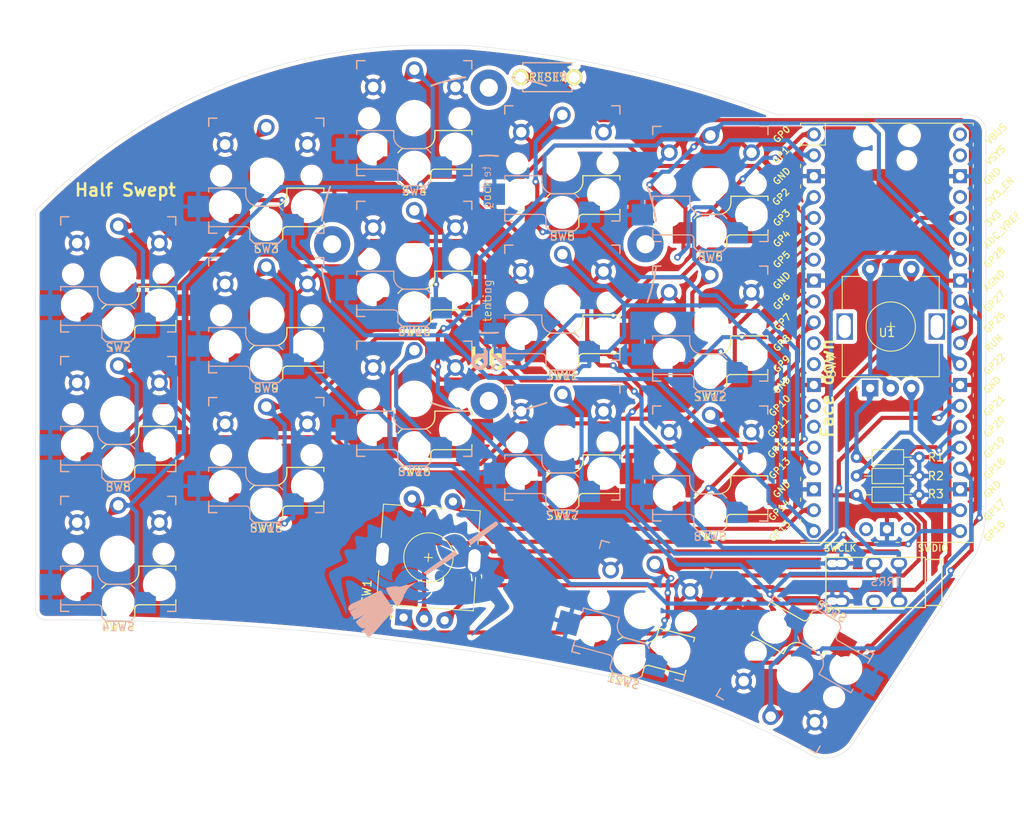
<source format=kicad_pcb>
(kicad_pcb (version 20211014) (generator pcbnew)
  (layers (0 "F.Cu" signal) (31 "B.Cu" signal) (34 "B.Paste" user) (35 "F.Paste" user) (36 "B.SilkS" user "B.Silkscreen") (37 "F.SilkS" user "F.Silkscreen") (38 "B.Mask" user) (39 "F.Mask" user) (44 "Edge.Cuts" user))
  (net 0 "")
  (net 1 "gnd")
  (net 2 "vcc")
  (net 3 "Switch18")
  (net 4 "reset")
  (net 5 "Switch1")
  (net 6 "Switch2")
  (net 7 "Switch3")
  (net 8 "Switch4")
  (net 9 "Switch5")
  (net 10 "Switch6")
  (net 11 "Switch7")
  (net 12 "Switch8")
  (net 13 "Switch9")
  (net 14 "Switch10")
  (net 15 "Switch11")
  (net 16 "Switch12")
  (net 17 "Switch13")
  (net 18 "Switch14")
  (net 19 "Switch15")
  (net 20 "Switch16")
  (net 21 "Switch17")
  (net 22 "A")
  (net 23 "B")
  (net 24 "Switch19")
  (footprint "Kailh:TRRS-PJ-DPB2" (layer "F.Cu") (at 125.222 83.566 -90)
    (fp_text reference "J2")
    (fp_text value "AudioJack4dpb" hide)
  )
  (footprint "kbd:ResetSW" (layer "F.Cu") (at 79.248 22.098)
    (fp_text reference "RSW1" hide)
    (fp_text value "SW_Push")
  )
  (footprint "KBDSwitch:Kailh_socket_PG1350_optional_reversible" (layer "F.Cu") (at 27.08 46.08 180)
    (fp_text reference "SW2")
    (fp_text value "SW_Push")
  )
  (footprint "KBDSwitch:Kailh_socket_PG1350_optional_reversible" (layer "F.Cu") (at 45.08 34.08 180)
    (fp_text reference "SW3")
    (fp_text value "SW_Push")
  )
  (footprint "KBDSwitch:Kailh_socket_PG1350_optional_reversible" (layer "F.Cu") (at 63.08 27.08 180)
    (fp_text reference "SW4")
    (fp_text value "SW_Push")
  )
  (footprint "KBDSwitch:Kailh_socket_PG1350_optional_reversible" (layer "F.Cu") (at 81.08 32.58 180)
    (fp_text reference "SW5")
    (fp_text value "SW_Push")
  )
  (footprint "KBDSwitch:Kailh_socket_PG1350_optional_reversible" (layer "F.Cu") (at 99.08 35.08 180)
    (fp_text reference "SW6")
    (fp_text value "SW_Push")
  )
  (footprint "KBDSwitch:Kailh_socket_PG1350_optional_reversible" (layer "F.Cu") (at 27.08 63.08 180)
    (fp_text reference "SW8")
    (fp_text value "SW_Push")
  )
  (footprint "KBDSwitch:Kailh_socket_PG1350_optional_reversible" (layer "F.Cu") (at 45.08 51.054 180)
    (fp_text reference "SW9")
    (fp_text value "SW_Push")
  )
  (footprint "KBDSwitch:Kailh_socket_PG1350_optional_reversible" (layer "F.Cu") (at 63.08 44.196 180)
    (fp_text reference "SW10")
    (fp_text value "SW_Push")
  )
  (footprint "KBDSwitch:Kailh_socket_PG1350_optional_reversible" (layer "F.Cu") (at 81.08 49.53 180)
    (fp_text reference "SW11")
    (fp_text value "SW_Push")
  )
  (footprint "KBDSwitch:Kailh_socket_PG1350_optional_reversible" (layer "F.Cu") (at 99.06 52.07 180)
    (fp_text reference "SW12")
    (fp_text value "SW_Push")
  )
  (footprint "KBDSwitch:Kailh_socket_PG1350_optional_reversible" (layer "F.Cu") (at 27.08 80.08 180)
    (fp_text reference "SW14")
    (fp_text value "SW_Push")
  )
  (footprint "KBDSwitch:Kailh_socket_PG1350_optional_reversible" (layer "F.Cu") (at 45.08 68.072 180)
    (fp_text reference "SW15")
    (fp_text value "SW_Push")
  )
  (footprint "KBDSwitch:Kailh_socket_PG1350_optional_reversible" (layer "F.Cu") (at 63.08 61.214 180)
    (fp_text reference "SW16")
    (fp_text value "SW_Push")
  )
  (footprint "KBDSwitch:Kailh_socket_PG1350_optional_reversible" (layer "F.Cu") (at 81.08 66.548 180)
    (fp_text reference "SW17")
    (fp_text value "SW_Push")
  )
  (footprint "KBDSwitch:Kailh_socket_PG1350_optional_reversible" (layer "F.Cu") (at 99.06 69.088 180)
    (fp_text reference "SW18")
    (fp_text value "SW_Push")
  )
  (footprint "KBDSwitch:Kailh_socket_PG1350_optional_reversible" (layer "F.Cu") (at 109.356 94.78 -30)
    (fp_text reference "SW20")
    (fp_text value "SW_Push")
  )
  (footprint "KBDSwitch:Kailh_socket_PG1350_optional_reversible" (layer "F.Cu") (at 90.796 87.03 165)
    (fp_text reference "SW21")
    (fp_text value "SW_Push")
  )
  (footprint "kbd:Tenting_Puck2" (layer "F.Cu") (at 72.136 42.418)
    (fp_text reference "REF**")
    (fp_text value "Tenting Puck")
  )
  (footprint "Resistor_THT:R_Axial_DIN0204_L3.6mm_D1.6mm_P7.62mm_Horizontal" (layer "F.Cu") (at 116.84 72.898)
    (fp_text reference "R3")
    (fp_text value "10k")
  )
  (footprint "pipico:RPi_Pico_TH" (layer "F.Cu") (at 120.5484 53.1876)
    (fp_text reference "U1")
    (fp_text value "PICO_RP2040")
  )
  (footprint "Rotary_Encoder:RotaryEncoder_Alps_EC11E-Switch_Vertical_H20mm" (layer "F.Cu") (at 118.5056 59.9296 90)
    (fp_text reference "SW7")
    (fp_text value "RotaryEncoder_Switch")
  )
  (footprint "Resistor_THT:R_Axial_DIN0204_L3.6mm_D1.6mm_P7.62mm_Horizontal" (layer "F.Cu") (at 116.84 68.326)
    (fp_text reference "R1")
    (fp_text value "10k")
  )
  (footprint "Resistor_THT:R_Axial_DIN0204_L3.6mm_D1.6mm_P7.62mm_Horizontal" (layer "F.Cu") (at 116.84 70.612)
    (fp_text reference "R2")
    (fp_text value "10k")
  )
  (footprint "Rotary_Encoder:RotaryEncoder_Alps_EC11E-Switch_Vertical_H20mm" (layer "F.Cu") (at 61.7728 87.8332 86)
    (fp_text reference "SW1")
    (fp_text value "RotaryEncoder_Switch")
  )
  (footprint "Kailh:ferris_broom" (layer "B.Cu") (at 65.196344 82.996638 170)
    (fp_text reference "G***" hide)
    (fp_text value "LOGO" hide)
  )
  (gr_line (start 17.018 38.354) (end 17.018 86.868) (layer "Edge.Cuts") (width 0.05))
  (gr_arc (start 89.409134 95.561946) (mid 100.310108 99.252684) (end 110.698729 104.205392) (layer "Edge.Cuts") (width 0.05))
  (gr_arc (start 69.291777 18.200679) (mid 88.530047 21.137016) (end 107.188 26.67) (layer "Edge.Cuts") (width 0.05))
  (gr_arc (start 18.288 88.138) (mid 54.055389 89.868621) (end 89.409134 95.561946) (layer "Edge.Cuts") (width 0.05))
  (gr_line (start 132.588 28.702) (end 132.588 74.676) (layer "Edge.Cuts") (width 0.05))
  (gr_arc (start 17.018 38.354) (mid 38.976225 23.322077) (end 65.090389 18.206139) (layer "Edge.Cuts") (width 0.05))
  (gr_line (start 131.171962 80.441662) (end 116.585999 102.87) (layer "Edge.Cuts") (width 0.05))
  (gr_line (start 69.291777 18.200679) (end 65.090389 18.206139) (layer "Edge.Cuts") (width 0.05))
  (gr_line (start 130.556 26.67) (end 107.188 26.67) (layer "Edge.Cuts") (width 0.05))
  (gr_arc (start 18.288 88.138) (mid 17.389974 87.766026) (end 17.018 86.868) (layer "Edge.Cuts") (width 0.05))
  (gr_arc (start 130.556 26.67) (mid 131.992841 27.265159) (end 132.588 28.702) (layer "Edge.Cuts") (width 0.05))
  (gr_arc (start 132.588 74.676) (mid 132.228807 77.644502) (end 131.171962 80.441662) (layer "Edge.Cuts") (width 0.05))
  (gr_arc (start 116.585999 102.87) (mid 113.935984 104.832164) (end 110.698729 104.205392) (layer "Edge.Cuts") (width 0.05))
  (gr_text "Face down" (at 113.284 59.944 90) (layer "F.SilkS") (effects (font (size 1.5 1.5) (thickness 0.3))))
  (gr_text "Half Swept" (at 27.94 35.814) (layer "F.SilkS") (effects (font (size 1.5 1.5) (thickness 0.3))))
  (segment (start 122.002 81.236) (end 122.002 79.9857) (width 0.5) (layer "F.Cu") (net 2))
  (segment (start 124.7176 39.2176) (end 129.4384 39.2176) (width 0.5) (layer "F.Cu") (net 2))
  (segment (start 121.8049 79.7886) (end 122.002 79.9857) (width 0.5) (layer "F.Cu") (net 2))
  (segment (start 64.2667 74.8509) (end 64.2667 78.7984) (width 0.5) (layer "F.Cu") (net 2))
  (segment (start 64.2667 78.7984) (end 64.2667 88.0076) (width 0.5) (layer "F.Cu") (net 2))
  (segment (start 71.5927 78.7984) (end 72.5829 79.7886) (width 0.5) (layer "F.Cu") (net 2))
  (segment (start 72.5829 79.7886) (end 121.8049 79.7886) (width 0.5) (layer "F.Cu") (net 2))
  (segment (start 62.7843 73.3685) (end 64.2667 74.8509) (width 0.5) (layer "F.Cu") (net 2))
  (segment (start 64.2667 78.7984) (end 71.5927 78.7984) (width 0.5) (layer "F.Cu") (net 2))
  (segment (start 118.5056 45.4296) (end 124.7176 39.2176) (width 0.5) (layer "F.Cu") (net 2))
  (segment (start 122.022 85.866) (end 122.022 84.6157) (width 0.5) (layer "B.Cu") (net 2))
  (segment (start 117.2856 58.4792) (end 118.5056 58.4792) (width 0.5) (layer "B.Cu") (net 2))
  (segment (start 119.7556 58.4792) (end 121.0056 59.7292) (width 0.5) (layer "B.Cu") (net 2))
  (segment (start 122.002 79.9857) (end 119.0158 79.9857) (width 0.5) (layer "B.Cu") (net 2))
  (segment (start 118.5056 45.4296) (end 118.5056 58.4792) (width 0.5) (layer "B.Cu") (net 2))
  (segment (start 119.0158 79.9857) (end 115.6825 76.6524) (width 0.5) (layer "B.Cu") (net 2))
  (segment (start 118.5056 58.4792) (end 119.7556 58.4792) (width 0.5) (layer "B.Cu") (net 2))
  (segment (start 122.002 84.5957) (end 122.022 84.6157) (width 0.5) (layer "B.Cu") (net 2))
  (segment (start 122.002 81.236) (end 122.002 84.5957) (width 0.5) (layer "B.Cu") (net 2))
  (segment (start 122.002 81.236) (end 122.002 79.9857) (width 0.5) (layer "B.Cu") (net 2))
  (segment (start 115.6825 76.6524) (end 115.6825 60.0823) (width 0.5) (layer "B.Cu") (net 2))
  (segment (start 115.6825 60.0823) (end 117.2856 58.4792) (width 0.5) (layer "B.Cu") (net 2))
  (segment (start 121.0056 59.7292) (end 121.0056 59.9296) (width 0.5) (layer "B.Cu") (net 2))
  (segment (start 65.9436 53.342) (end 65.9436 57.3041) (width 0.5) (layer "F.Cu") (net 3))
  (segment (start 119.022 85.866) (end 119.022 87.1163) (width 0.5) (layer "F.Cu") (net 3))
  (segment (start 119.022 87.1163) (end 108.4359 87.1163) (width 0.5) (layer "F.Cu") (net 3))
  (segment (start 108.4359 87.1163) (end 106.3138 84.9942) (width 0.5) (layer "F.Cu") (net 3))
  (segment (start 66.6407 52.6449) (end 65.9436 53.342) (width 0.5) (layer "F.Cu") (net 3))
  (via (at 106.3138 84.9942) (size 0.8) (drill 0.4) (layers "F.Cu" "B.Cu") (net 3))
  (via (at 65.9436 57.3041) (size 0.8) (drill 0.4) (layers "F.Cu" "B.Cu") (net 3))
  (via (at 66.6407 52.6449) (size 0.8) (drill 0.4) (layers "F.Cu" "B.Cu") (net 3))
  (segment (start 76.623 68.0658) (end 73.9519 68.0658) (width 0.5) (layer "B.Cu") (net 3))
  (segment (start 95.1036 81.4024) (end 88.6708 74.9696) (width 0.5) (layer "B.Cu") (net 3))
  (segment (start 78.9113 31.6153) (end 78.9113 36.2642) (width 0.5) (layer "B.Cu") (net 3))
  (segment (start 106.3138 84.9942) (end 102.722 81.4024) (width 0.5) (layer "B.Cu") (net 3))
  (segment (start 118.9719 82.5164) (end 119.002 82.4863) (width 0.5) (layer "B.Cu") (net 3))
  (segment (start 80.7335 74.9696) (end 78.8707 73.1068) (width 0.5) (layer "B.Cu") (net 3))
  (segment (start 102.722 81.4024) (end 95.1036 81.4024) (width 0.5) (layer "B.Cu") (net 3))
  (segment (start 68.0425 62.5167) (end 65.9436 60.4178) (width 0.5) (layer "B.Cu") (net 3))
  (segment (start 65.9436 60.4178) (end 65.9436 57.3041) (width 0.5) (layer "B.Cu") (net 3))
  (segment (start 98.445 30.6779) (end 97.4304 29.6633) (width 0.5) (layer "B.Cu") (net 3))
  (segment (start 80.1176 30.409) (end 78.9113 31.6153) (width 0.5) (layer "B.Cu") (net 3))
  (segment (start 93.1967 29.6633) (end 92.451 30.409) (width 0.5) (layer "B.Cu") (net 3))
  (segment (start 78.8707 70.3135) (end 76.623 68.0658) (width 0.5) (layer "B.Cu") (net 3))
  (segment (start 100.4364 30.6779) (end 98.445 30.6779) (width 0.5) (layer "B.Cu") (net 3))
  (segment (start 108.5286 29.7681) (end 101.3462 29.7681) (width 0.5) (layer "B.Cu") (net 3))
  (segment (start 101.3462 29.7681) (end 100.4364 30.6779) (width 0.5) (layer "B.Cu") (net 3))
  (segment (start 97.4304 29.6633) (end 93.1967 29.6633) (width 0.5) (layer "B.Cu") (net 3))
  (segment (start 68.4028 62.5167) (end 68.0425 62.5167) (width 0.5) (layer "B.Cu") (net 3))
  (segment (start 106.3138 84.9942) (end 108.7916 82.5164) (width 0.5) (layer "B.Cu") (net 3))
  (segment (start 71.0546 44.1209) (end 71.0546 48.7593) (width 0.5) (layer "B.Cu") (net 3))
  (segment (start 111.6584 31.5976) (end 110.3581 31.5976) (width 0.5) (layer "B.Cu") (net 3))
  (segment (start 92.451 30.409) (end 80.1176 30.409) (width 0.5) (layer "B.Cu") (net 3))
  (segment (start 119.002 81.236) (end 119.002 82.4863) (width 0.5) (layer "B.Cu") (net 3))
  (segment (start 73.9519 68.0658) (end 68.4028 62.5167) (width 0.5) (layer "B.Cu") (net 3))
  (segment (start 110.3581 31.5976) (end 108.5286 29.7681) (width 0.5) (layer "B.Cu") (net 3))
  (segment (start 88.6708 74.9696) (end 80.7335 74.9696) (width 0.5) (layer "B.Cu") (net 3))
  (segment (start 108.7916 82.5164) (end 118.9719 82.5164) (width 0.5) (layer "B.Cu") (net 3))
  (segment (start 67.169 52.6449) (end 66.6407 52.6449) (width 0.5) (layer "B.Cu") (net 3))
  (segment (start 71.0546 48.7593) (end 67.169 52.6449) (width 0.5) (layer "B.Cu") (net 3))
  (segment (start 78.8707 73.1068) (end 78.8707 70.3135) (width 0.5) (layer "B.Cu") (net 3))
  (segment (start 78.9113 36.2642) (end 71.0546 44.1209) (width 0.5) (layer "B.Cu") (net 3))
  (segment (start 129.4384 54.4576) (end 130.754 53.142) (width 0.5) (layer "F.Cu") (net 4))
  (segment (start 80.4468 22.098) (end 75.998 22.098) (width 0.5) (layer "F.Cu") (net 4))
  (segment (start 85.6624 27.3136) (end 80.4468 22.098) (width 0.5) (layer "F.Cu") (net 4))
  (segment (start 130.754 28.4713) (end 129.5963 27.3136) (width 0.5) (layer "F.Cu") (net 4))
  (segment (start 130.754 53.142) (end 130.754 28.4713) (width 0.5) (layer "F.Cu") (net 4))
  (segment (start 129.5963 27.3136) (end 85.6624 27.3136) (width 0.5) (layer "F.Cu") (net 4))
  (segment (start 75.8795 47.6588) (end 70.2456 42.0249) (width 0.5) (layer "F.Cu") (net 5))
  (segment (start 111.6584 49.3776) (end 110.3581 49.3776) (width 0.5) (layer "F.Cu") (net 5))
  (segment (start 35.0025 43.1204) (end 35.0025 43.6772) (width 0.5) (layer "F.Cu") (net 5))
  (segment (start 47.3918 45.1001) (end 45.9689 43.6772) (width 0.5) (layer "F.Cu") (net 5))
  (segment (start 33.0626 47.4633) (end 28.8884 47.4633) (width 0.5) (layer "F.Cu") (net 5))
  (segment (start 76.1472 47.6588) (end 75.8795 47.6588) (width 0.5) (layer "F.Cu") (net 5))
  (segment (start 35.0025 43.6772) (end 35.0025 45.5234) (width 0.5) (layer "F.Cu") (net 5))
  (segment (start 85.6466 57.1582) (end 76.1472 47.6588) (width 0.5) (layer "F.Cu") (net 5))
  (segment (start 28.8884 47.4633) (end 24.3217 52.03) (width 0.5) (layer "F.Cu") (net 5))
  (segment (start 70.2456 42.0249) (end 57.8355 42.0249) (width 0.5) (layer "F.Cu") (net 5))
  (segment (start 54.7603 45.1001) (end 47.3918 45.1001) (width 0.5) (layer "F.Cu") (net 5))
  (segment (start 106.0118 53.7239) (end 102.8985 53.7239) (width 0.5) (layer "F.Cu") (net 5))
  (segment (start 32.0621 40.18) (end 35.0025 43.1204) (width 0.5) (layer "F.Cu") (net 5))
  (segment (start 24.3217 52.03) (end 23.805 52.03) (width 0.5) (layer "F.Cu") (net 5))
  (segment (start 110.3581 49.3776) (end 106.0118 53.7239) (width 0.5) (layer "F.Cu") (net 5))
  (segment (start 87.2611 57.1582) (end 85.6466 57.1582) (width 0.5) (layer "F.Cu") (net 5))
  (segment (start 45.9689 43.6772) (end 35.0025 43.6772) (width 0.5) (layer "F.Cu") (net 5))
  (segment (start 57.8355 42.0249) (end 54.7603 45.1001) (width 0.5) (layer "F.Cu") (net 5))
  (segment (start 27.08 40.18) (end 32.0621 40.18) (width 0.5) (layer "F.Cu") (net 5))
  (segment (start 35.0025 45.5234) (end 33.0626 47.4633) (width 0.5) (layer "F.Cu") (net 5))
  (via (at 102.8985 53.7239) (size 0.8) (drill 0.4) (layers "F.Cu" "B.Cu") (net 5))
  (via (at 87.2611 57.1582) (size 0.8) (drill 0.4) (layers "F.Cu" "B.Cu") (net 5))
  (segment (start 102.8985 53.7239) (end 100.5695 53.7239) (width 0.5) (layer "B.Cu") (net 5))
  (segment (start 30.0776 51.7526) (end 30.0776 43.1776) (width 0.5) (layer "B.Cu") (net 5))
  (segment (start 30.355 52.03) (end 30.0776 51.7526) (width 0.5) (layer "B.Cu") (net 5))
  (segment (start 100.5695 53.7239) (end 96.4727 57.8207) (width 0.5) (layer "B.Cu") (net 5))
  (segment (start 96.4727 57.8207) (end 87.9236 57.8207) (width 0.5) (layer "B.Cu") (net 5))
  (segment (start 87.9236 57.8207) (end 87.2611 57.1582) (width 0.5) (layer "B.Cu") (net 5))
  (segment (start 30.0776 43.1776) (end 27.08 40.18) (width 0.5) (layer "B.Cu") (net 5))
  (segment (start 42.8549 37.0516) (end 42.8549 38.9801) (width 0.5) (layer "F.Cu") (net 6))
  (segment (start 42.8549 37.0516) (end 46.9875 37.0516) (width 0.5) (layer "F.Cu") (net 6))
  (segment (start 45.08 28.18) (end 42.8549 30.4051) (width 0.5) (layer "F.Cu") (net 6))
  (segment (start 42.8549 38.9801) (end 41.805 40.03) (width 0.5) (layer "F.Cu") (net 6))
  (segment (start 42.8549 30.4051) (end 42.8549 37.0516) (width 0.5) (layer "F.Cu") (net 6))
  (via (at 46.9875 37.0516) (size 0.8) (drill 0.4) (layers "F.Cu" "B.Cu") (net 6))
  (segment (start 46.9875 38.6625) (end 48.355 40.03) (width 0.5) (layer "B.Cu") (net 6))
  (segment (start 111.1006 78.6206) (end 106.1398 73.6598) (width 0.5) (layer "B.Cu") (net 6))
  (segment (start 66.9185 53.4952) (end 57.0452 53.4952) (width 0.5) (layer "B.Cu") (net 6))
  (segment (start 46.9875 37.0516) (end 46.9875 38.6625) (width 0.5) (layer "B.Cu") (net 6))
  (segment (start 113.7124 77.1638) (end 112.2556 78.6206) (width 0.5) (layer "B.Cu") (net 6))
  (segment (start 57.0452 53.4952) (end 52.5482 48.9982) (width 0.5) (layer "B.Cu") (net 6))
  (segment (start 112.2556 78.6206) (end 111.1006 78.6206) (width 0.5) (layer "B.Cu") (net 6))
  (segment (start 48.355 42.7042) (end 48.355 40.03) (width 0.5) (layer "B.Cu") (net 6))
  (segment (start 106.1398 72.1507) (end 104.4605 70.4714) (width 0.5) (layer "B.Cu") (net 6))
  (segment (start 113.7124 48.1679) (end 113.7124 77.1638) (width 0.5) (layer "B.Cu") (net 6))
  (segment (start 52.5482 46.8974) (end 48.355 42.7042) (width 0.5) (layer "B.Cu") (net 6))
  (segment (start 104.4605 70.4714) (end 104.0683 70.4714) (width 0.5) (layer "B.Cu") (net 6))
  (segment (start 128.138 47.9904) (end 124.108 43.9604) (width 0.5) (layer "B.Cu") (net 6))
  (segment (start 129.4384 56.9976) (end 128.138 55.6972) (width 0.5) (layer "B.Cu") (net 6))
  (segment (start 72.0853 58.662) (end 66.9185 53.4952) (width 0.5) (layer "B.Cu") (net 6))
  (segment (start 52.5482 48.9982) (end 52.5482 46.8974) (width 0.5) (layer "B.Cu") (net 6))
  (segment (start 117.9199 43.9604) (end 113.7124 48.1679) (width 0.5) (layer "B.Cu") (net 6))
  (segment (start 124.108 43.9604) (end 117.9199 43.9604) (width 0.5) (layer "B.Cu") (net 6))
  (segment (start 128.138 55.6972) (end 128.138 47.9904) (width 0.5) (layer "B.Cu") (net 6))
  (segment (start 92.4191 58.8222) (end 82.4355 58.8222) (width 0.5) (layer "B.Cu") (net 6))
  (segment (start 104.0683 70.4714) (end 92.4191 58.8222) (width 0.5) (layer "B.Cu") (net 6))
  (segment (start 82.2753 58.662) (end 72.0853 58.662) (width 0.5) (layer "B.Cu") (net 6))
  (segment (start 106.1398 73.6598) (end 106.1398 72.1507) (width 0.5) (layer "B.Cu") (net 6))
  (segment (start 82.4355 58.8222) (end 82.2753 58.662) (width 0.5) (layer "B.Cu") (net 6))
  (segment (start 70.6708 36.0052) (end 63.0332 36.0052) (width 0.5) (layer "F.Cu") (net 7))
  (segment (start 90.6751 61.6941) (end 90.6751 59.9141) (width 0.5) (layer "F.Cu") (net 7))
  (segment (start 87.6134 56.3079) (end 87.4013 56.3079) (width 0.5) (layer "F.Cu") (net 7))
  (segment (start 85.7748 55.7712) (end 84.3389 54.3353) (width 0.5) (layer "F.Cu") (net 7))
  (segment (start 116.3947 78.8915) (end 115.2631 77.7599) (width 0.5) (layer "F.Cu") (net 7))
  (segment (start 63.0332 36.0052) (end 60.058 33.03) (width 0.5) (layer "F.Cu") (net 7))
  (segment (start 84.3389 54.3353) (end 84.3388 54.3353) (width 0.5) (layer "F.Cu") (net 7))
  (segment (start 86.5322 55.7712) (end 85.7748 55.7712) (width 0.5) (layer "F.Cu") (net 7))
  (segment (start 84.3388 54.3353) (end 84.0944 54.0909) (width 0.5) (layer "F.Cu") (net 7))
  (segment (start 60.058 24.202) (end 63.08 21.18) (width 0.5) (layer "F.Cu") (net 7))
  (segment (start 87.4013 56.3079) (end 87.1896 56.0962) (width 0.5) (layer "F.Cu") (net 7))
  (segment (start 88.1114 57.3504) (end 88.1114 56.8059) (width 0.5) (layer "F.Cu") (net 7))
  (segment (start 84.0944 49.4288) (end 70.6708 36.0052) (width 0.5) (layer "F.Cu") (net 7))
  (segment (start 123.1474 78.8915) (end 116.3947 78.8915) (width 0.5) (layer "F.Cu") (net 7))
  (segment (start 87.1896 56.0962) (end 86.8572 56.0962) (width 0.5) (layer "F.Cu") (net 7))
  (segment (start 60.058 33.03) (end 59.805 33.03) (width 0.5) (layer "F.Cu") (net 7))
  (segment (start 90.6751 59.9141) (end 88.1114 57.3504) (width 0.5) (layer "F.Cu") (net 7))
  (segment (start 60.058 33.03) (end 60.058 24.202) (width 0.5) (layer "F.Cu") (net 7))
  (segment (start 86.8572 56.0962) (end 86.5322 55.7712) (width 0.5) (layer "F.Cu") (net 7))
  (segment (start 88.1114 56.8059) (end 87.6134 56.3079) (width 0.5) (layer "F.Cu") (net 7))
  (segment (start 89.5804 62.7888) (end 90.6751 61.6941) (width 0.5) (layer "F.Cu") (net 7))
  (segment (start 84.0944 54.0909) (end 84.0944 49.4288) (width 0.5) (layer "F.Cu") (net 7))
  (via (at 123.1474 78.8915) (size 0.8) (drill 0.4) (layers "F.Cu" "B.Cu") (net 7))
  (via (at 89.5804 62.7888) (size 0.8) (drill 0.4) (layers "F.Cu" "B.Cu") (net 7))
  (via (at 115.2631 77.7599) (size 0.8) (drill 0.4) (layers "F.Cu" "B.Cu") (net 7))
  (segment (start 115.2631 77.7599) (end 112.9642 80.0588) (width 0.5) (layer "B.Cu") (net 7))
  (segment (start 65.3051 31.9801) (end 66.355 33.03) (width 0.5) (layer "B.Cu") (net 7))
  (segment (start 63.08 21.18) (end 65.3051 23.4051) (width 0.5) (layer "B.Cu") (net 7))
  (segment (start 124.7213 77.3176) (end 123.1474 78.8915) (width 0.5) (layer "B.Cu") (net 7))
  (segment (start 94.7567 80.0588) (end 88.9871 74.2892) (width 0.5) (layer "B.Cu") (net 7))
  (segment (start 112.9642 80.0588) (end 94.7567 80.0588) (width 0.5) (layer "B.Cu") (net 7))
  (segment (start 65.3051 23.4051) (end 65.3051 31.9801) (width 0.5) (layer "B.Cu") (net 7))
  (segment (start 129.4384 77.3176) (end 124.7213 77.3176) (width 0.5) (layer "B.Cu") (net 7))
  (segment (start 88.9871 63.3821) (end 89.5804 62.7888) (width 0.5) (layer "B.Cu") (net 7))
  (segment (start 88.9871 74.2892) (end 88.9871 63.3821) (width 0.5) (layer "B.Cu") (net 7))
  (segment (start 78.0543 40.2803) (end 77.805 40.2803) (width 0.5) (layer "F.Cu") (net 8))
  (segment (start 78.0304 38.8106) (end 78.0304 35.0099) (width 0.5) (layer "F.Cu") (net 8))
  (segment (start 78.6869 40.9129) (end 78.0543 40.2803) (width 0.5) (layer "F.Cu") (net 8))
  (segment (start 77.805 39.036) (end 77.805 40.2803) (width 0.5) (layer "F.Cu") (net 8))
  (segment (start 78.0304 35.0099) (end 77.828 34.8075) (width 0.5) (layer "F.Cu") (net 8))
  (segment (start 77.805 38.53) (end 77.805 39.036) (width 0.5) (layer "F.Cu") (net 8))
  (segment (start 77.805 39.036) (end 78.0304 38.8106) (width 0.5) (layer "F.Cu") (net 8))
  (via (at 78.6869 40.9129) (size 0.8) (drill 0.4) (layers "F.Cu" "B.Cu") (net 8))
  (via (at 77.828 34.8075) (size 0.8) (drill 0.4) (layers "F.Cu" "B.Cu") (net 8))
  (segment (start 84.355 40.2052) (end 84.355 40.2803) (width 0.5) (layer "B.Cu") (net 8))
  (segment (start 99.805 48.6455) (end 98.1403 48.6455) (width 0.5) (layer "B.Cu") (net 8))
  (segment (start 84.355 40.2803) (end 83.7224 40.9129) (width 0.5) (layer "B.Cu") (net 8))
  (segment (start 101.6906 50.5311) (end 99.805 48.6455) (width 0.5) (layer "B.Cu") (net 8))
  (segment (start 77.828 34.8075) (end 77.828 29.932) (width 0.5) (layer "B.Cu") (net 8))
  (segment (start 109.6065 55.2704) (end 104.8672 50.5311) (width 0.5) (layer "B.Cu") (net 8))
  (segment (start 77.828 29.932) (end 81.08 26.68) (width 0.5) (layer "B.Cu") (net 8))
  (segment (start 95.9106 46.4158) (end 90.4905 46.4158) (width 0.5) (layer "B.Cu") (net 8))
  (segment (start 111.6584 69.6976) (end 109.6065 67.6457) (width 0.5) (layer "B.Cu") (net 8))
  (segment (start 98.1403 48.6455) (end 95.9106 46.4158) (width 0.5) (layer "B.Cu") (net 8))
  (segment (start 90.4905 46.4158) (end 84.355 40.2803) (width 0.5) (layer "B.Cu") (net 8))
  (segment (start 104.8672 50.5311) (end 101.6906 50.5311) (width 0.5) (layer "B.Cu") (net 8))
  (segment (start 83.7224 40.9129) (end 78.6869 40.9129) (width 0.5) (layer "B.Cu") (net 8))
  (segment (start 84.355 38.53) (end 84.355 40.2052) (width 0.5) (layer "B.Cu") (net 8))
  (segment (start 109.6065 67.6457) (end 109.6065 55.2704) (width 0.5) (layer "B.Cu") (net 8))
  (segment (start 91.6891 35.1816) (end 93.1379 36.6304) (width 0.5) (layer "F.Cu") (net 9))
  (segment (start 96.0546 40.7804) (end 95.805 41.03) (width 0.5) (layer "F.Cu") (net 9))
  (segment (start 99.08 29.18) (end 98.4448 29.18) (width 0.5) (layer "F.Cu") (net 9))
  (segment (start 95.805 43.2709) (end 95.805 41.03) (width 0.5) (layer "F.Cu") (net 9))
  (segment (start 96.0546 38.0209) (end 96.0546 40.7804) (width 0.5) (layer "F.Cu") (net 9))
  (segment (start 98.4448 29.18) (end 97.0649 30.5599) (width 0.5) (layer "F.Cu") (net 9))
  (segment (start 95.073 44.0029) (end 95.805 43.2709) (width 0.5) (layer "F.Cu") (net 9))
  (segment (start 94.6641 36.6304) (end 96.0546 38.0209) (width 0.5) (layer "F.Cu") (net 9))
  (segment (start 93.1379 36.6304) (end 94.6641 36.6304) (width 0.5) (layer "F.Cu") (net 9))
  (via (at 97.0649 30.5599) (size 0.8) (drill 0.4) (layers "F.Cu" "B.Cu") (net 9))
  (via (at 91.6891 35.1816) (size 0.8) (drill 0.4) (layers "F.Cu" "B.Cu") (net 9))
  (via (at 95.073 44.0029) (size 0.8) (drill 0.4) (layers "F.Cu" "B.Cu") (net 9))
  (segment (start 100.5559 27.7041) (end 99.08 29.18) (width 0.5) (layer "B.Cu") (net 9))
  (segment (start 118.3016 27.7041) (end 100.5559 27.7041) (width 0.5) (layer "B.Cu") (net 9))
  (segment (start 97.0649 30.5599) (end 94.0346 33.5902) (width 0.5) (layer "B.Cu") (net 9))
  (segment (start 119.5682 34.4274) (end 119.5682 28.9707) (width 0.5) (layer "B.Cu") (net 9))
  (segment (start 96.4114 42.6645) (end 95.073 44.0029) (width 0.5) (layer "B.Cu") (net 9))
  (segment (start 94.0346 33.5902) (end 93.2003 33.5902) (width 0.5) (layer "B.Cu") (net 9))
  (segment (start 102.355 41.03) (end 99.2433 37.9183) (width 0.5) (layer "B.Cu") (net 9))
  (segment (start 119.5682 28.9707) (end 118.3016 27.7041) (width 0.5) (layer "B.Cu") (net 9))
  (segment (start 129.4384 44.2976) (end 119.5682 34.4274) (width 0.5) (layer "B.Cu") (net 9))
  (segment (start 96.4114 38.6704) (end 96.4114 42.6645) (width 0.5) (layer "B.Cu") (net 9))
  (segment (start 97.1635 37.9183) (end 96.4114 38.6704) (width 0.5) (layer "B.Cu") (net 9))
  (segment (start 99.2433 37.9183) (end 97.1635 37.9183) (width 0.5) (layer "B.Cu") (net 9))
  (segment (start 91.6891 35.1014) (end 91.6891 35.1816) (width 0.5) (layer "B.Cu") (net 9))
  (segment (start 93.2003 33.5902) (end 91.6891 35.1014) (width 0.5) (layer "B.Cu") (net 9))
  (segment (start 111.6584 74.7776) (end 110.3581 74.7776) (width 0.5) (layer "F.Cu") (net 10))
  (segment (start 24.3217 69.03) (end 23.805 69.03) (width 0.5) (layer "F.Cu") (net 10))
  (segment (start 32.0558 57.18) (end 27.08 57.18) (width 0.5) (layer "F.Cu") (net 10))
  (segment (start 73.1585 77.0367) (end 67.3146 71.1928) (width 0.5) (layer "F.Cu") (net 10))
  (segment (start 58.6178 71.1928) (end 53.3321 65.9071) (width 0.5) (layer "F.Cu") (net 10))
  (segment (start 37.8623 65.9071) (end 33.5856 61.6304) (width 0.5) (layer "F.Cu") (net 10))
  (segment (start 31.7213 61.6304) (end 24.3217 69.03) (width 0.5) (layer "F.Cu") (net 10))
  (segment (start 33.5856 61.6304) (end 33.5856 58.7098) (width 0.5) (layer "F.Cu") (net 10))
  (segment (start 67.3146 71.1928) (end 58.6178 71.1928) (width 0.5) (layer "F.Cu") (net 10))
  (segment (start 33.5856 58.7098) (end 32.0558 57.18) (width 0.5) (layer "F.Cu") (net 10))
  (segment (start 53.3321 65.9071) (end 37.8623 65.9071) (width 0.5) (layer "F.Cu") (net 10))
  (segment (start 110.3581 74.7776) (end 108.099 77.0367) (width 0.5) (layer "F.Cu") (net 10))
  (segment (start 108.099 77.0367) (end 73.1585 77.0367) (width 0.5) (layer "F.Cu") (net 10))
  (segment (start 33.5856 61.6304) (end 31.7213 61.6304) (width 0.5) (layer "F.Cu") (net 10))
  (segment (start 29.3051 59.4051) (end 29.3051 67.9801) (width 0.5) (layer "B.Cu") (net 10))
  (segment (start 29.3051 67.9801) (end 30.355 69.03) (width 0.5) (layer "B.Cu") (net 10))
  (segment (start 27.08 57.18) (end 29.3051 59.4051) (width 0.5) (layer "B.Cu") (net 10))
  (segment (start 45.08 45.154) (end 42.8549 47.3791) (width 0.5) (layer "F.Cu") (net 11))
  (segment (start 42.8549 47.3791) (end 42.8549 55.9541) (width 0.5) (layer "F.Cu") (net 11))
  (segment (start 42.8549 55.9541) (end 41.805 57.004) (width 0.5) (layer "F.Cu") (net 11))
  (segment (start 91.3956 83.7661) (end 82.0651 83.7661) (width 0.5) (layer "B.Cu") (net 11))
  (segment (start 48.1054 48.1794) (end 48.1054 56.7544) (width 0.5) (layer "B.Cu") (net 11))
  (segment (start 55.9069 62.8056) (end 50.1053 57.004) (width 0.5) (layer "B.Cu") (net 11))
  (segment (start 58.7136 62.8056) (end 55.9069 62.8056) (width 0.5) (layer "B.Cu") (net 11))
  (segment (start 60.1715 64.2635) (end 58.7136 62.8056) (width 0.5) (layer "B.Cu") (net 11))
  (segment (start 127.4692 81.7768) (end 127.4692 82.395) (width 0.5) (layer "B.Cu") (net 11))
  (segment (start 60.1715 67.0753) (end 60.1715 64.2635) (width 0.5) (layer "B.Cu") (net 11))
  (segment (start 48.1054 56.7544) (end 48.355 57.004) (width 0.5) (layer "B.Cu") (net 11))
  (segment (start 67.6723 69.3733) (end 62.4695 69.3733) (width 0.5) (layer "B.Cu") (net 11))
  (segment (start 48.355 57.004) (end 50.1053 57.004) (width 0.5) (layer "B.Cu") (net 11))
  (segment (start 82.0651 83.7661) (end 67.6723 69.3733) (width 0.5) (layer "B.Cu") (net 11))
  (segment (start 129.4384 69.6976) (end 130.7825 71.0417) (width 0.5) (layer "B.Cu") (net 11))
  (segment (start 113.166 87.1212) (end 111.8017 85.7569) (width 0.5) (layer "B.Cu") (net 11))
  (segment (start 130.7825 71.0417) (end 130.7825 78.4635) (width 0.5) (layer "B.Cu") (net 11))
  (segment (start 122.743 87.1212) (end 113.166 87.1212) (width 0.5) (layer "B.Cu") (net 11))
  (segment (start 62.4695 69.3733) (end 60.1715 67.0753) (width 0.5) (layer "B.Cu") (net 11))
  (segment (start 108.8233 85.7569) (end 108.4441 86.1361) (width 0.5) (layer "B.Cu") (net 11))
  (segment (start 93.7656 86.1361) (end 91.3956 83.7661) (width 0.5) (layer "B.Cu") (net 11))
  (segment (start 130.7825 78.4635) (end 127.4692 81.7768) (width 0.5) (layer "B.Cu") (net 11))
  (segment (start 108.4441 86.1361) (end 93.7656 86.1361) (width 0.5) (layer "B.Cu") (net 11))
  (segment (start 111.8017 85.7569) (end 108.8233 85.7569) (width 0.5) (layer "B.Cu") (net 11))
  (segment (start 45.08 45.154) (end 48.1054 48.1794) (width 0.5) (layer "B.Cu") (net 11))
  (segment (start 127.4692 82.395) (end 122.743 87.1212) (width 0.5) (layer "B.Cu") (net 11))
  (segment (start 88.4897 58.9886) (end 76.1261 58.9886) (width 0.5) (layer "F.Cu") (net 12))
  (segment (start 65.7016 50.8048) (end 65.7016 47.3032) (width 0.5) (layer "F.Cu") (net 12))
  (segment (start 61.8168 52.1578) (end 64.3486 52.1578) (width 0.5) (layer "F.Cu") (net 12))
  (segment (start 76.1261 58.9886) (end 67.9423 50.8048) (width 0.5) (layer "F.Cu") (net 12))
  (segment (start 126.8743 63.5422) (end 119.9642 63.5422) (width 0.5) (layer "F.Cu") (net 12))
  (segment (start 89.8199 60.3188) (end 88.4897 58.9886) (width 0.5) (layer "F.Cu") (net 12))
  (segment (start 67.9423 50.8048) (end 65.7016 50.8048) (width 0.5) (layer "F.Cu") (net 12))
  (segment (start 59.805 50.146) (end 61.8168 52.1578) (width 0.5) (layer "F.Cu") (net 12))
  (segment (start 114.6949 68.8115) (end 114.6949 72.0683) (width 0.5) (layer "F.Cu") (net 12))
  (segment (start 64.3486 52.1578) (end 65.7016 50.8048) (width 0.5) (layer "F.Cu") (net 12))
  (segment (start 119.9642 63.5422) (end 114.6949 68.8115) (width 0.5) (layer "F.Cu") (net 12))
  (via (at 126.8743 63.5422) (size 0.8) (drill 0.4) (layers "F.Cu" "B.Cu") (net 12))
  (via (at 114.6949 72.0683) (size 0.8) (drill 0.4) (layers "F.Cu" "B.Cu") (net 12))
  (via (at 89.8199 60.3188) (size 0.8) (drill 0.4) (layers "F.Cu" "B.Cu") (net 12))
  (via (at 65.7016 47.3032) (size 0.8) (drill 0.4) (layers "F.Cu" "B.Cu") (net 12))
  (segment (start 129.4384 62.0776) (end 128.1381 62.0776) (width 0.5) (layer "B.Cu") (net 12))
  (segment (start 114.4127 77.5287) (end 112.583 79.3584) (width 0.5) (layer "B.Cu") (net 12))
  (segment (start 90.7104 61.2093) (end 89.8199 60.3188) (width 0.5) (layer "B.Cu") (net 12))
  (segment (start 65.7016 47.3032) (end 65.7016 49.4926) (width 0.5) (layer "B.Cu") (net 12))
  (segment (start 100.5652 79.3584) (end 96.8951 75.6883) (width 0.5) (layer "B.Cu") (net 12))
  (segment (start 128.1381 62.2784) (end 126.8743 63.5422) (width 0.5) (layer "B.Cu") (net 12))
  (segment (start 114.4127 72.3505) (end 114.4127 77.5287) (width 0.5) (layer "B.Cu") (net 12))
  (segment (start 96.8951 75.6883) (end 96.8951 70.5211) (width 0.5) (layer "B.Cu") (net 12))
  (segment (start 112.583 79.3584) (end 100.5652 79.3584) (width 0.5) (layer "B.Cu") (net 12))
  (segment (start 65.7016 49.4926) (end 66.355 50.146) (width 0.5) (layer "B.Cu") (net 12))
  (segment (start 65.7016 40.9176) (end 65.7016 47.3032) (width 0.5) (layer "B.Cu") (net 12))
  (segment (start 63.08 38.296) (end 65.7016 40.9176) (width 0.5) (layer "B.Cu") (net 12))
  (segment (start 96.8951 70.5211) (end 90.7104 64.3364) (width 0.5) (layer "B.Cu") (net 12))
  (segment (start 128.1381 62.0776) (end 128.1381 62.2784) (width 0.5) (layer "B.Cu") (net 12))
  (segment (start 90.7104 64.3364) (end 90.7104 61.2093) (width 0.5) (layer "B.Cu") (net 12))
  (segment (start 114.6949 72.0683) (end 114.4127 72.3505) (width 0.5) (layer "B.Cu") (net 12))
  (segment (start 77.805 55.48) (end 80.2969 57.9719) (width 0.5) (layer "F.Cu") (net 13))
  (segment (start 80.2969 57.9719) (end 82.7877 57.9719) (width 0.5) (layer "F.Cu") (net 13))
  (via (at 82.7877 57.9719) (size 0.8) (drill 0.4) (layers "F.Cu" "B.Cu") (net 13))
  (segment (start 100.0287 49.8597) (end 88.5744 49.8597) (width 0.5) (layer "B.Cu") (net 13))
  (segment (start 103.2508 52.8736) (end 103.0426 52.8736) (width 0.5) (layer "B.Cu") (net 13))
  (segment (start 88.5744 53.6063) (end 86.7007 55.48) (width 0.5) (layer "B.Cu") (net 13))
  (segment (start 86.7007 55.48) (end 84.355 55.48) (width 0.5) (layer "B.Cu") (net 13))
  (segment (start 86.3922 47.4967) (end 88.5744 49.6789) (width 0.5) (layer "B.Cu") (net 13))
  (segment (start 107.6592 73.3184) (end 107.6592 56.6609) (width 0.5) (layer "B.Cu") (net 13))
  (segment (start 88.5744 49.8597) (end 88.5744 53.6063) (width 0.5) (layer "B.Cu") (net 13))
  (segment (start 103.0426 52.8736) (end 100.0287 49.8597) (width 0.5) (layer "B.Cu") (net 13))
  (segment (start 84.355 55.48) (end 84.355 57.2303) (width 0.5) (layer "B.Cu") (net 13))
  (segment (start 104.5326 53.5343) (end 103.9115 53.5343) (width 0.5) (layer "B.Cu") (net 13))
  (segment (start 88.5744 49.6789) (end 88.5744 49.8597) (width 0.5) (layer "B.Cu") (net 13))
  (segment (start 81.08 43.63) (end 84.9467 47.4967) (width 0.5) (layer "B.Cu") (net 13))
  (segment (start 111.6584 77.3176) (end 107.6592 73.3184) (width 0.5) (layer "B.Cu") (net 13))
  (segment (start 84.9467 47.4967) (end 86.3922 47.4967) (width 0.5) (layer "B.Cu") (net 13))
  (segment (start 83.5293 57.2303) (end 82.7877 57.9719) (width 0.5) (layer "B.Cu") (net 13))
  (segment (start 84.355 57.2303) (end 83.5293 57.2303) (width 0.5) (layer "B.Cu") (net 13))
  (segment (start 107.6592 56.6609) (end 104.5326 53.5343) (width 0.5) (layer "B.Cu") (net 13))
  (segment (start 103.9115 53.5343) (end 103.2508 52.8736) (width 0.5) (layer "B.Cu") (net 13))
  (segment (start 98.7216 38.7687) (end 97.5844 38.7687) (width 0.5) (layer "F.Cu") (net 14))
  (segment (start 107.5202 31.8955) (end 107.0011 31.8955) (width 0.5) (layer "F.Cu") (net 14))
  (segment (start 111.6584 29.0576) (end 110.3581 29.0576) (width 0.5) (layer "F.Cu") (net 14))
  (segment (start 96.8821 55.4817) (end 100.3266 55.4817) (width 0.5) (layer "F.Cu") (net 14))
  (segment (start 96.8821 56.9229) (end 96.8821 55.4817) (width 0.5) (layer "F.Cu") (net 14))
  (segment (start 103.0119 34.4784) (end 98.7216 38.7687) (width 0.5) (layer "F.Cu") (net 14))
  (segment (start 110.3581 29.0576) (end 107.5202 31.8955) (width 0.5) (layer "F.Cu") (net 14))
  (segment (start 99.06 46.17) (end 96.8821 48.3479) (width 0.5) (layer "F.Cu") (net 14))
  (segment (start 96.8821 48.3479) (end 96.8821 55.4817) (width 0.5) (layer "F.Cu") (net 14))
  (segment (start 95.785 58.02) (end 96.8821 56.9229) (width 0.5) (layer "F.Cu") (net 14))
  (via (at 103.0119 34.4784) (size 0.8) (drill 0.4) (layers "F.Cu" "B.Cu") (net 14))
  (via (at 97.5844 38.7687) (size 0.8) (drill 0.4) (layers "F.Cu" "B.Cu") (net 14))
  (via (at 100.3266 55.4817) (size 0.8) (drill 0.4) (layers "F.Cu" "B.Cu") (net 14))
  (via (at 107.0011 31.8955) (size 0.8) (drill 0.4) (layers "F.Cu" "B.Cu") (net 14))
  (segment (start 97.1118 39.2413) (end 97.1118 44.2218) (width 0.5) (layer "B.Cu") (net 14))
  (segment (start 105.5948 31.8955) (end 103.0119 34.4784) (width 0.5) (layer "B.Cu") (net 14))
  (segment (start 97.1118 44.2218) (end 99.06 46.17) (width 0.5) (layer "B.Cu") (net 14))
  (segment (start 100.3266 55.4817) (end 102.335 57.4901) (width 0.5) (layer "B.Cu") (net 14))
  (segment (start 107.0011 31.8955) (end 105.5948 31.8955) (width 0.5) (layer "B.Cu") (net 14))
  (segment (start 97.5844 38.7687) (end 97.1118 39.2413) (width 0.5) (layer "B.Cu") (net 14))
  (segment (start 102.335 57.4901) (end 102.335 58.02) (width 0.5) (layer "B.Cu") (net 14))
  (segment (start 64.7994 34.1967) (end 63.8535 35.1426) (width 0.5) (layer "F.Cu") (net 15))
  (segment (start 91.5869 32.8966) (end 89.0862 30.3959) (width 0.5) (layer "F.Cu") (net 15))
  (segment (start 110.3581 38.5675) (end 104.6872 32.8966) (width 0.5) (layer "F.Cu") (net 15))
  (segment (start 76.3507 34.1967) (end 64.7994 34.1967) (width 0.5) (layer "F.Cu") (net 15))
  (segment (start 24.0824 85.7526) (end 24.0824 77.1776) (width 0.5) (layer "F.Cu") (net 15))
  (segment (start 110.3581 39.2176) (end 110.3581 38.5675) (width 0.5) (layer "F.Cu") (net 15))
  (segment (start 23.805 86.03) (end 24.0824 85.7526) (width 0.5) (layer "F.Cu") (net 15))
  (segment (start 111.6584 39.2176) (end 110.3581 39.2176) (width 0.5) (layer "F.Cu") (net 15))
  (segment (start 89.0862 30.3959) (end 80.1515 30.3959) (width 0.5) (layer "F.Cu") (net 15))
  (segment (start 104.6872 32.8966) (end 91.5869 32.8966) (width 0.5) (layer "F.Cu") (net 15))
  (segment (start 80.1515 30.3959) (end 76.3507 34.1967) (width 0.5) (layer "F.Cu") (net 15))
  (segment (start 24.0824 77.1776) (end 27.08 74.18) (width 0.5) (layer "F.Cu") (net 15))
  (via (at 63.8535 35.1426) (size 0.8) (drill 0.4) (layers "F.Cu" "B.Cu") (net 15))
  (segment (start 29.3051 84.9801) (end 30.355 86.03) (width 0.5) (layer "B.Cu") (net 15))
  (segment (start 35.0546 47.2971) (end 35.0546 67.5933) (width 0.5) (layer "B.Cu") (net 15))
  (segment (start 35.0546 67.5933) (end 28.4679 74.18) (width 0.5) (layer "B.Cu") (net 15))
  (segment (start 28.4679 74.18) (end 29.3051 75.0172) (width 0.5) (layer "B.Cu") (net 15))
  (segment (start 46.8884 35.4633) (end 35.0546 47.2971) (width 0.5) (layer "B.Cu") (net 15))
  (segment (start 28.4679 74.18) (end 27.08 74.18) (width 0.5) (layer "B.Cu") (net 15))
  (segment (start 63.5328 35.4633) (end 46.8884 35.4633) (width 0.5) (layer "B.Cu") (net 15))
  (segment (start 29.3051 75.0172) (end 29.3051 84.9801) (width 0.5) (layer "B.Cu") (net 15))
  (segment (start 63.8535 35.1426) (end 63.5328 35.4633) (width 0.5) (layer "B.Cu") (net 15))
  (segment (start 44.1552 76.3722) (end 47.3031 76.3722) (width 0.5) (layer "F.Cu") (net 16))
  (segment (start 98.8768 43.0579) (end 95.4839 46.4508) (width 0.5) (layer "F.Cu") (net 16))
  (segment (start 109.0578 43.0579) (end 98.8768 43.0579) (width 0.5) (layer "F.Cu") (net 16))
  (segment (start 66.3102 58.8813) (end 64.6478 57.2189) (width 0.5) (layer "F.Cu") (net 16))
  (segment (start 91.9056 46.4508) (end 87.276 51.0804) (width 0.5) (layer "F.Cu") (net 16))
  (segment (start 73.0348 57.3876) (end 70.5661 57.3876) (width 0.5) (layer "F.Cu") (net 16))
  (segment (start 58.4339 53.8443) (end 50.1062 62.172) (width 0.5) (layer "F.Cu") (net 16))
  (segment (start 69.0724 58.8813) (end 66.3102 58.8813) (width 0.5) (layer "F.Cu") (net 16))
  (segment (start 95.4839 46.4508) (end 91.9056 46.4508) (width 0.5) (layer "F.Cu") (net 16))
  (segment (start 111.6584 41.7576) (end 110.3581 41.7576) (width 0.5) (layer "F.Cu") (net 16))
  (segment (start 64.6478 57.2189) (end 64.6478 54.7838) (width 0.5) (layer "F.Cu") (net 16))
  (segment (start 41.805 74.022) (end 44.1552 76.3722) (width 0.5) (layer "F.Cu") (net 16))
  (segment (start 64.6478 54.7838) (end 63.7083 53.8443) (width 0.5) (layer "F.Cu") (net 16))
  (segment (start 50.1062 62.172) (end 45.08 62.172) (width 0.5) (layer "F.Cu") (net 16))
  (segment (start 70.5661 57.3876) (end 69.0724 58.8813) (width 0.5) (layer "F.Cu") (net 16))
  (segment (start 63.7083 53.8443) (end 58.4339 53.8443) (width 0.5) (layer "F.Cu") (net 16))
  (segment (start 110.3581 41.7576) (end 109.0578 43.0579) (width 0.5) (layer "F.Cu") (net 16))
  (via (at 87.276 51.0804) (size 0.8) (drill 0.4) (layers "F.Cu" "B.Cu") (net 16))
  (via (at 47.3031 76.3722) (size 0.8) (drill 0.4) (layers "F.Cu" "B.Cu") (net 16))
  (via (at 73.0348 57.3876) (size 0.8) (drill 0.4) (layers "F.Cu" "B.Cu") (net 16))
  (segment (start 47.3051 72.9721) (end 48.355 74.022) (width 0.5) (layer "B.Cu") (net 16))
  (segment (start 48.355 74.022) (end 48.355 75.7723) (width 0.5) (layer "B.Cu") (net 16))
  (segment (start 47.3051 64.3971) (end 47.3051 72.9721) (width 0.5) (layer "B.Cu") (net 16))
  (segment (start 82.7213 51.0804) (end 76.4141 57.3876) (width 0.5) (layer "B.Cu") (net 16))
  (segment (start 87.276 51.0804) (end 82.7213 51.0804) (width 0.5) (layer "B.Cu") (net 16))
  (segment (start 76.4141 57.3876) (end 73.0348 57.3876) (width 0.5) (layer "B.Cu") (net 16))
  (segment (start 47.3031 76.3722) (end 47.903 75.7723) (width 0.5) (layer "B.Cu") (net 16))
  (segment (start 45.08 62.172) (end 47.3051 64.3971) (width 0.5) (layer "B.Cu") (net 16))
  (segment (start 47.903 75.7723) (end 48.355 75.7723) (width 0.5) (layer "B.Cu") (net 16))
  (segment (start 102.0482 57.8527) (end 96.2584 63.6425) (width 0.5) (layer "F.Cu") (net 17))
  (segment (start 76.069 64.2144) (end 71.1176 69.1658) (width 0.5) (layer "F.Cu") (net 17))
  (segment (start 60.058 67.164) (end 59.805 67.164) (width 0.5) (layer "F.Cu") (net 17))
  (segment (start 62.0598 69.1658) (end 60.058 67.164) (width 0.5) (layer "F.Cu") (net 17))
  (segment (start 87.0734 64.2144) (end 76.069 64.2144) (width 0.5) (layer "F.Cu") (net 17))
  (segment (start 96.2584 63.6425) (end 87.6453 63.6425) (width 0.5) (layer "F.Cu") (net 17))
  (segment (start 71.1176 69.1658) (end 62.0598 69.1658) (width 0.5) (layer "F.Cu") (net 17))
  (segment (start 111.6584 44.2976) (end 110.3581 44.2976) (width 0.5) (layer "F.Cu") (net 17))
  (segment (start 102.0482 52.6075) (end 102.0482 57.8527) (width 0.5) (layer "F.Cu") (net 17))
  (segment (start 60.058 58.336) (end 63.08 55.314) (width 0.5) (layer "F.Cu") (net 17))
  (segment (start 110.3581 44.2976) (end 102.0482 52.6075) (width 0.5) (layer "F.Cu") (net 17))
  (segment (start 60.058 67.164) (end 60.058 58.336) (width 0.5) (layer "F.Cu") (net 17))
  (segment (start 87.6453 63.6425) (end 87.0734 64.2144) (width 0.5) (layer "F.Cu") (net 17))
  (segment (start 65.9436 67.164) (end 66.355 67.164) (width 0.5) (layer "B.Cu") (net 17))
  (segment (start 63.08 55.314) (end 60.8719 57.5221) (width 0.5) (layer "B.Cu") (net 17))
  (segment (start 60.8719 57.5221) (end 60.8719 62.0923) (width 0.5) (layer "B.Cu") (net 17))
  (segment (start 60.8719 62.0923) (end 65.9436 67.164) (width 0.5) (layer "B.Cu") (net 17))
  (segment (start 82.8944 69.0075) (end 83.4125 68.4894) (width 0.5) (layer "F.Cu") (net 18))
  (segment (start 84.0163 67.8856) (end 83.4125 68.4894) (width 0.5) (layer "F.Cu") (net 18))
  (segment (start 103.4214 66.7232) (end 98.3632 66.7232) (width 0.5) (layer "F.Cu") (net 18))
  (segment (start 77.805 72.498) (end 81.2955 69.0075) (width 0.5) (layer "F.Cu") (net 18))
  (segment (start 81.2955 69.0075) (end 82.8944 69.0075) (width 0.5) (layer "F.Cu") (net 18))
  (segment (start 103.4737 66.7755) (end 103.4214 66.7232) (width 0.5) (layer "F.Cu") (net 18))
  (segment (start 109.8432 66.7755) (end 103.4737 66.7755) (width 0.5) (layer "F.Cu") (net 18))
  (segment (start 110.5192 66.0995) (end 109.8432 66.7755) (width 0.5) (layer "F.Cu") (net 18))
  (segment (start 98.3632 66.7232) (end 98.0317 67.0547) (width 0.5) (layer "F.Cu") (net 18))
  (segment (start 87.7712 67.8856) (end 84.0163 67.8856) (width 0.5) (layer "F.Cu") (net 18))
  (segment (start 88.6021 67.0547) (end 87.7712 67.8856) (width 0.5) (layer "F.Cu") (net 18))
  (segment (start 98.0317 67.0547) (end 88.6021 67.0547) (width 0.5) (layer "F.Cu") (net 18))
  (via (at 83.4125 68.4894) (size 0.8) (drill 0.4) (layers "F.Cu" "B.Cu") (net 18))
  (via (at 110.5192 66.0995) (size 0.8) (drill 0.4) (layers "F.Cu" "B.Cu") (net 18))
  (segment (start 83.4125 71.5555) (end 84.355 72.498) (width 0.5) (layer "B.Cu") (net 18))
  (segment (start 83.4125 62.9805) (end 83.4125 68.4894) (width 0.5) (layer "B.Cu") (net 18))
  (segment (start 111.6584 36.6776) (end 110.358 37.978) (width 0.5) (layer "B.Cu") (net 18))
  (segment (start 110.358 37.978) (end 110.358 65.9383) (width 0.5) (layer "B.Cu") (net 18))
  (segment (start 83.4125 68.4894) (end 83.4125 71.5555) (width 0.5) (layer "B.Cu") (net 18))
  (segment (start 110.358 65.9383) (end 110.5192 66.0995) (width 0.5) (layer "B.Cu") (net 18))
  (segment (start 81.08 60.648) (end 83.4125 62.9805) (width 0.5) (layer "B.Cu") (net 18))
  (segment (start 102.7353 68.4778) (end 102.7353 67.5913) (width 0.5) (layer "F.Cu") (net 19))
  (segment (start 98.8513 72.1117) (end 95.925 75.038) (width 0.5) (layer "F.Cu") (net 19))
  (segment (start 98.8513 72.1117) (end 99.1014 72.1117) (width 0.5) (layer "F.Cu") (net 19))
  (segment (start 103.2052 63.188) (end 99.06 63.188) (width 0.5) (layer "F.Cu") (net 19))
  (segment (start 95.925 75.038) (end 95.785 75.038) (width 0.5) (layer "F.Cu") (net 19))
  (segment (start 109.7217 56.6715) (end 103.2052 63.188) (width 0.5) (layer "F.Cu") (net 19))
  (segment (start 99.1014 72.1117) (end 102.7353 68.4778) (width 0.5) (layer "F.Cu") (net 19))
  (segment (start 111.6584 51.9176) (end 109.7217 53.8543) (width 0.5) (layer "F.Cu") (net 19))
  (segment (start 109.7217 53.8543) (end 109.7217 56.6715) (width 0.5) (layer "F.Cu") (net 19))
  (via (at 102.7353 67.5913) (size 0.8) (drill 0.4) (layers "F.Cu" "B.Cu") (net 19))
  (via (at 98.8513 72.1117) (size 0.8) (drill 0.4) (layers "F.Cu" "B.Cu") (net 19))
  (segment (start 102.335 75.038) (end 99.4087 72.1117) (width 0.5) (layer "B.Cu") (net 19))
  (segment (start 102.7353 66.8633) (end 102.7353 67.5913) (width 0.5) (layer "B.Cu") (net 19))
  (segment (start 99.4087 72.1117) (end 98.8513 72.1117) (width 0.5) (layer "B.Cu") (net 19))
  (segment (start 99.06 63.188) (end 102.7353 66.8633) (width 0.5) (layer "B.Cu") (net 19))
  (segment (start 127.6922 80.6188) (end 127.6922 81.5538) (width 0.5) (layer "F.Cu") (net 20))
  (segment (start 129.4384 51.9176) (end 128.1381 53.2179) (width 0.5) (layer "F.Cu") (net 20))
  (segment (start 118.1991 91.2646) (end 117.0893 92.3744) (width 0.5) (layer "F.Cu") (net 20))
  (segment (start 107.3082 99.8895) (end 113.1712 94.0265) (width 0.5) (layer "F.Cu") (net 20))
  (segment (start 113.1712 93.2606) (end 115.1672 91.2646) (width 0.5) (layer "F.Cu") (net 20))
  (segment (start 106.406 99.8895) (end 107.3082 99.8895) (width 0.5) (layer "F.Cu") (net 20))
  (segment (start 127.4692 82.4791) (end 118.6837 91.2646) (width 0.5) (layer "F.Cu") (net 20))
  (segment (start 127.4692 81.7768) (end 127.4692 82.4791) (width 0.5) (layer "F.Cu") (net 20))
  (segment (start 128.1381 80.1729) (end 127.6922 80.6188) (width 0.5) (layer "F.Cu") (net 20))
  (segment (start 115.1672 91.2646) (end 117.0893 92.3744) (width 0.5) (layer "F.Cu") (net 20))
  (segment (start 113.1712 94.0265) (end 113.1712 93.2606) (width 0.5) (layer "F.Cu") (net 20))
  (segment (start 128.1381 53.2179) (end 128.1381 80.1729) (width 0.5) (layer "F.Cu") (net 20))
  (segment (start 118.6837 91.2646) (end 118.1991 91.2646) (width 0.5) (layer "F.Cu") (net 20))
  (segment (start 127.6922 81.5538) (end 127.4692 81.7768) (width 0.5) (layer "F.Cu") (net 20))
  (segment (start 106.406 93.7886) (end 109.4948 90.6998) (width 0.5) (layer "B.Cu") (net 20))
  (segment (start 109.4948 90.6998) (end 109.4948 87.9896) (width 0.5) (layer "B.Cu") (net 20))
  (segment (start 106.406 99.8895) (end 106.406 93.7886) (width 0.5) (layer "B.Cu") (net 20))
  (segment (start 108.4261 92.0963) (end 107.1911 93.3313) (width 0.5) (layer "F.Cu") (net 21))
  (segment (start 100.6656 93.3313) (end 99.1604 94.8365) (width 0.5) (layer "F.Cu") (net 21))
  (segment (start 131.798 75.7145) (end 130.841 76.6715) (width 0.5) (layer "F.Cu") (net 21))
  (segment (start 91.3082 90.8269) (end 91.4171 90.9358) (width 0.5) (layer "F.Cu") (net 21))
  (segment (start 87.1953 90.8269) (end 91.3082 90.8269) (width 0.5) (layer "F.Cu") (net 21))
  (segment (start 99.1604 94.8365) (end 94.7735 94.8365) (width 0.5) (layer "F.Cu") (net 21))
  (segment (start 112.2191 92.0963) (end 108.4261 92.0963) (width 0.5) (layer "F.Cu") (net 21))
  (segment (start 107.1911 93.3313) (end 100.6656 93.3313) (width 0.5) (layer "F.Cu") (net 21))
  (segment (start 93.8956 87.7944) (end 93.8956 84.8249) (width 0.5) (layer "F.Cu") (net 21))
  (segment (start 93.5013 88.1887) (end 93.8956 87.7944) (width 0.5) (layer "F.Cu") (net 21))
  (segment (start 92.323 81.331) (end 94.052 83.06) (width 0.5) (layer "F.Cu") (net 21))
  (segment (start 94.052 83.06) (end 94.2925 83.06) (width 0.5) (layer "F.Cu") (net 21))
  (segment (start 130.841 79.6075) (end 128.3195 82.129) (width 0.5) (layer "F.Cu") (net 21))
  (segment (start 86.0926 91.9296) (end 87.1953 90.8269) (width 0.5) (layer "F.Cu") (net 21))
  (segment (start 130.841 76.6715) (end 130.841 79.6075) (width 0.5) (layer "F.Cu") (net 21))
  (segment (start 91.4171 91.4801) (end 91.4171 90.9358) (width 0.5) (layer "F.Cu") (net 21))
  (segment (start 94.7735 94.8365) (end 91.4171 91.4801) (width 0.5) (layer "F.Cu") (net 21))
  (via (at 128.3195 82.129) (size 0.8) (drill 0.4) (layers "F.Cu" "B.Cu") (net 21))
  (via (at 93.5013 88.1887) (size 0.8) (drill 0.4) (layers "F.Cu" "B.Cu") (net 21))
  (via (at 112.2191 92.0963) (size 0.8) (drill 0.4) (layers "F.Cu" "B.Cu") (net 21))
  (via (at 91.4171 90.9358) (size 0.8) (drill 0.4) (layers "F.Cu" "B.Cu") (net 21))
  (via (at 131.798 75.7145) (size 0.8) (drill 0.4) (layers "F.Cu" "B.Cu") (net 21))
  (via (at 94.2925 83.06) (size 0.8) (drill 0.4) (layers "F.Cu" "B.Cu") (net 21))
  (via (at 93.8956 84.8249) (size 0.8) (drill 0.4) (layers "F.Cu" "B.Cu") (net 21))
  (segment (start 94.2925 83.06) (end 93.8956 83.4569) (width 0.5) (layer "B.Cu") (net 21))
  (segment (start 112.7334 91.582) (end 112.2191 92.0963) (width 0.5) (layer "B.Cu") (net 21))
  (segment (start 128.3195 82.129) (end 128.3195 82.6431) (width 0.5) (layer "B.Cu") (net 21))
  (segment (start 93.5013 88.8516) (end 93.5013 88.1887) (width 0.5) (layer "B.Cu") (net 21))
  (segment (start 93.8956 83.4569) (end 93.8956 84.8249) (width 0.5) (layer "B.Cu") (net 21))
  (segment (start 91.4171 92.6226) (end 91.4171 90.9358) (width 0.5) (layer "B.Cu") (net 21))
  (segment (start 91.4171 90.9358) (end 93.5013 88.8516) (width 0.5) (layer "B.Cu") (net 21))
  (segment (start 119.3806 91.582) (end 112.7334 91.582) (width 0.5) (layer "B.Cu") (net 21))
  (segment (start 129.4384 49.3776) (end 131.798 51.7372) (width 0.5) (layer "B.Cu") (net 21))
  (segment (start 128.3195 82.6431) (end 119.3806 91.582) (width 0.5) (layer "B.Cu") (net 21))
  (segment (start 92.4194 93.6249) (end 91.4171 92.6226) (width 0.5) (layer "B.Cu") (net 21))
  (segment (start 131.798 51.7372) (end 131.798 75.7145) (width 0.5) (layer "B.Cu") (net 21))
  (segment (start 86.6442 87.4071) (end 83.7466 87.4071) (width 0.5) (layer "F.Cu") (net 22))
  (segment (start 123.9845 67.1061) (end 120.0121 71.0785) (width 0.5) (layer "F.Cu") (net 22))
  (segment (start 89.0149 89.7778) (end 86.6442 87.4071) (width 0.5) (layer "F.Cu") (net 22))
  (segment (start 63.5945 89.6549) (end 61.7728 87.8332) (width 0.5) (layer "F.Cu") (net 22))
  (segment (start 102.3538 84.1439) (end 96.7199 89.7778) (width 0.5) (layer "F.Cu") (net 22))
  (segment (start 81.4988 89.6549) (end 63.5945 89.6549) (width 0.5) (layer "F.Cu") (net 22))
  (segment (start 126.8743 67.4937) (end 126.4867 67.1061) (width 0.5) (layer "F.Cu") (net 22))
  (segment (start 125.161 76.2274) (end 125.161 83.2999) (width 0.5) (layer "F.Cu") (net 22))
  (segment (start 106.6661 84.1439) (end 102.3538 84.1439) (width 0.5) (layer "F.Cu") (net 22))
  (segment (start 126.4867 67.1061) (end 123.9845 67.1061) (width 0.5) (layer "F.Cu") (net 22))
  (segment (start 125.161 83.2999) (end 123.9933 84.4676) (width 0.5) (layer "F.Cu") (net 22))
  (segment (start 120.0121 71.0785) (end 125.161 76.2274) (width 0.5) (layer "F.Cu") (net 22))
  (segment (start 106.9898 84.4676) (end 106.6661 84.1439) (width 0.5) (layer "F.Cu") (net 22))
  (segment (start 96.7199 89.7778) (end 89.0149 89.7778) (width 0.5) (layer "F.Cu") (net 22))
  (segment (start 123.9933 84.4676) (end 106.9898 84.4676) (width 0.5) (layer "F.Cu") (net 22))
  (segment (start 117.2596 68.326) (end 116.84 68.326) (width 0.5) (layer "F.Cu") (net 22))
  (segment (start 120.0121 71.0785) (end 117.2596 68.326) (width 0.5) (layer "F.Cu") (net 22))
  (segment (start 83.7466 87.4071) (end 81.4988 89.6549) (width 0.5) (layer "F.Cu") (net 22))
  (via (at 126.8743 67.4937) (size 0.8) (drill 0.4) (layers "F.Cu" "B.Cu") (net 22))
  (segment (start 129.4384 64.6176) (end 126.8743 67.1817) (width 0.5) (layer "B.Cu") (net 22))
  (segment (start 118.5056 61.3799) (end 116.84 63.0455) (width 0.5) (layer "B.Cu") (net 22))
  (segment (start 126.8743 67.1817) (end 126.8743 67.4937) (width 0.5) (layer "B.Cu") (net 22))
  (segment (start 118.5056 59.9296) (end 118.5056 61.3799) (width 0.5) (layer "B.Cu") (net 22))
  (segment (start 116.84 63.0455) (end 116.84 68.326) (width 0.5) (layer "B.Cu") (net 22))
  (segment (start 122.5524 82.7156) (end 124.4025 80.8655) (width 0.5) (layer "F.Cu") (net 23))
  (segment (start 94.6448 83.9103) (end 95.8395 82.7156) (width 0.5) (layer "F.Cu") (net 23))
  (segment (start 124.4025 80.8655) (end 124.4025 76.5411) (width 0.5) (layer "F.Cu") (net 23))
  (segment (start 71.0323 83.9103) (end 94.6448 83.9103) (width 0.5) (layer "F.Cu") (net 23))
  (segment (start 66.7606 88.182) (end 71.0323 83.9103) (width 0.5) (layer "F.Cu") (net 23))
  (segment (start 118.4734 70.612) (end 116.84 70.612) (width 0.5) (layer "F.Cu") (net 23))
  (segment (start 124.4025 76.5411) (end 118.4734 70.612) (width 0.5) (layer "F.Cu") (net 23))
  (segment (start 95.8395 82.7156) (end 122.5524 82.7156) (width 0.5) (layer "F.Cu") (net 23))
  (segment (start 123.5056 65.3321) (end 126.5706 68.3971) (width 0.5) (layer "B.Cu") (net 23))
  (segment (start 122.1199 65.3321) (end 123.5056 65.3321) (width 0.5) (layer "B.Cu") (net 23))
  (segment (start 126.5706 68.3971) (end 127.1933 68.3971) (width 0.5) (layer "B.Cu") (net 23))
  (segment (start 123.5056 59.9296) (end 123.5056 65.3321) (width 0.5) (layer "B.Cu") (net 23))
  (segment (start 116.84 70.612) (end 122.1199 65.3321) (width 0.5) (layer "B.Cu") (net 23))
  (segment (start 129.4384 67.1576) (end 128.1381 67.1576) (width 0.5) (layer "B.Cu") (net 23))
  (segment (start 127.1933 68.3971) (end 128.1381 67.4523) (width 0.5) (layer "B.Cu") (net 23))
  (segment (start 128.1381 67.4523) (end 128.1381 67.1576) (width 0.5) (layer "B.Cu") (net 23))
  (segment (start 67.7721 73.7173) (end 72.6728 78.618) (width 0.5) (layer "F.Cu") (net 24))
  (segment (start 72.6728 78.618) (end 112.218 78.618) (width 0.5) (layer "F.Cu") (net 24))
  (segment (start 123.5056 51.8296) (end 123.5056 45.4296) (width 0.5) (layer "F.Cu") (net 24))
  (segment (start 112.218 78.618) (end 113.787 77.049) (width 0.5) (layer "F.Cu") (net 24))
  (segment (start 116.7714 72.9666) (end 116.84 72.898) (width 0.5) (layer "F.Cu") (net 24))
  (segment (start 113.787 72.9666) (end 116.7714 72.9666) (width 0.5) (layer "F.Cu") (net 24))
  (segment (start 113.787 77.049) (end 113.787 72.9666) (width 0.5) (layer "F.Cu") (net 24))
  (segment (start 113.787 72.9666) (end 113.787 61.5482) (width 0.5) (layer "F.Cu") (net 24))
  (segment (start 113.787 61.5482) (end 123.5056 51.8296) (width 0.5) (layer "F.Cu") (net 24))
  (segment (start 128.1381 74.7776) (end 118.7196 74.7776) (width 0.5) (layer "B.Cu") (net 24))
  (segment (start 118.7196 74.7776) (end 116.84 72.898) (width 0.5) (layer "B.Cu") (net 24))
  (segment (start 129.4384 74.7776) (end 128.1381 74.7776) (width 0.5) (layer "B.Cu") (net 24))
  (zone (net 22) (net_name "A") (layer "F.Cu") (priority 16962) (connect_pads yes (clearance 0)) (min_thickness 0.0254) (fill yes (thermal_gap 0.508) (thermal_bridge_width 0.508))
    (polygon (pts (xy 118.171767 68.884614) (xy 118.044442 68.751544) (xy 117.941939 68.633394) (xy 117.858646 68.526941) (xy 117.788955 68.428961) (xy 117.727257 68.33623) (xy 117.667941 68.245524) (xy 117.605399 68.15362) (xy 117.53402 68.057293) (xy 117.448196 67.953321) (xy 117.342318 67.83848) (xy 116.511138 68.20621) (xy 116.911072 69.022382) (xy 117.022746 69.009809) (xy 117.124166 68.997825) (xy 117.217432 68.989055) (xy 117.30464 68.986124) (xy 117.387891 68.991657) (xy 117.469281 69.00828) (xy 117.550911 69.038617) (xy 117.634877 69.085293) (xy 117.723278 69.150935) (xy 117.818214 69.238167)))
  )
  (zone (net 10) (net_name "Switch6") (layer "F.Cu") (priority 16962) (connect_pads yes (clearance 0)) (min_thickness 0.0254) (fill yes (thermal_gap 0.508) (thermal_bridge_width 0.508))
    (polygon (pts (xy 29.106 56.93) (xy 28.871162 56.920159) (xy 28.676041 56.892059) (xy 28.51212 56.847831) (xy 28.370882 56.789603) (xy 28.243811 56.719509) (xy 28.122389 56.639677) (xy 27.998101 56.55224) (xy 27.862428 56.459327) (xy 27.706855 56.36307) (xy 27.522864 56.2656) (xy 26.572 57.18) (xy 27.522864 58.0944) (xy 27.706855 57.996929) (xy 27.862428 57.900672) (xy 27.998101 57.807759) (xy 28.122389 57.720322) (xy 28.243811 57.64049) (xy 28.370882 57.570396) (xy 28.51212 57.512168) (xy 28.676041 57.46794) (xy 28.871162 57.43984) (xy 29.106 57.43)))
  )
  (zone (net 7) (net_name "Switch3") (layer "F.Cu") (priority 16962) (connect_pads yes (clearance 0)) (min_thickness 0.0254) (fill yes (thermal_gap 0.508) (thermal_bridge_width 0.508))
    (polygon (pts (xy 61.82418 22.789374) (xy 61.997193 22.630276) (xy 62.155033 22.512175) (xy 62.302217 22.42754) (xy 62.44326 22.368842) (xy 62.582677 22.328554) (xy 62.724985 22.299145) (xy 62.874697 22.273087) (xy 63.036331 22.242851) (xy 63.214402 22.200908) (xy 63.413426 22.13973) (xy 63.43921 20.82079) (xy 62.12027 20.846574) (xy 62.059091 21.045597) (xy 62.017148 21.223668) (xy 61.986912 21.385302) (xy 61.960854 21.535014) (xy 61.931445 21.677322) (xy 61.891157 21.816739) (xy 61.832459 21.957782) (xy 61.747824 22.104966) (xy 61.629723 22.262806) (xy 61.470626 22.43582)))
  )
  (zone (net 16) (net_name "Switch12") (layer "F.Cu") (priority 16962) (connect_pads yes (clearance 0)) (min_thickness 0.0254) (fill yes (thermal_gap 0.508) (thermal_bridge_width 0.508))
    (polygon (pts (xy 47.106 61.922) (xy 46.871162 61.912159) (xy 46.676041 61.884059) (xy 46.51212 61.839831) (xy 46.370882 61.781603) (xy 46.243811 61.711509) (xy 46.122389 61.631677) (xy 45.998101 61.54424) (xy 45.862428 61.451327) (xy 45.706855 61.35507) (xy 45.522864 61.2576) (xy 44.572 62.172) (xy 45.522864 63.0864) (xy 45.706855 62.988929) (xy 45.862428 62.892672) (xy 45.998101 62.799759) (xy 46.122389 62.712322) (xy 46.243811 62.63249) (xy 46.370882 62.562396) (xy 46.51212 62.504168) (xy 46.676041 62.45994) (xy 46.871162 62.43184) (xy 47.106 62.422)))
  )
  (zone (net 4) (net_name "reset") (layer "F.Cu") (priority 16962) (connect_pads yes (clearance 0)) (min_thickness 0.0254) (fill yes (thermal_gap 0.508) (thermal_bridge_width 0.508))
    (polygon (pts (xy 77.988 21.848) (xy 77.757548 21.838391) (xy 77.566006 21.810946) (xy 77.405034 21.767737) (xy 77.266297 21.710838) (xy 77.141456 21.642321) (xy 77.022174 21.564257) (xy 76.900113 21.478721) (xy 76.766937 21.387784) (xy 76.614308 21.29352) (xy 76.433889 21.198) (xy 75.498 22.098) (xy 76.433889 22.998) (xy 76.614308 22.902479) (xy 76.766937 22.808215) (xy 76.900113 22.717278) (xy 77.022174 22.631742) (xy 77.141456 22.553678) (xy 77.266297 22.485161) (xy 77.405034 22.428262) (xy 77.566006 22.385053) (xy 77.757548 22.357608) (xy 77.988 22.348)))
  )
  (zone (net 14) (net_name "Switch10") (layer "F.Cu") (priority 16962) (connect_pads yes (clearance 0)) (min_thickness 0.0254) (fill yes (thermal_gap 0.508) (thermal_bridge_width 0.508))
    (polygon (pts (xy 102.630063 35.21379) (xy 102.692311 35.15208) (xy 102.747537 35.098923) (xy 102.797464 35.053274) (xy 102.843812 35.014088) (xy 102.888303 34.980322) (xy 102.93266 34.950931) (xy 102.978603 34.924872) (xy 103.027855 34.901101) (xy 103.082136 34.878574) (xy 103.14317 34.856246) (xy 103.153321 34.336979) (xy 102.634054 34.34713) (xy 102.611725 34.408163) (xy 102.589198 34.462444) (xy 102.565427 34.511696) (xy 102.539368 34.557639) (xy 102.509977 34.601996) (xy 102.476211 34.646487) (xy 102.437025 34.692835) (xy 102.391376 34.742762) (xy 102.338219 34.797988) (xy 102.27651 34.860237)))
  )
  (zone (net 8) (net_name "Switch4") (layer "F.Cu") (priority 16962) (connect_pads yes (clearance 0)) (min_thickness 0.0254) (fill yes (thermal_gap 0.508) (thermal_bridge_width 0.508))
    (polygon (pts (xy 77.95151 40.531063) (xy 78.013219 40.593311) (xy 78.066376 40.648537) (xy 78.112025 40.698464) (xy 78.151211 40.744812) (xy 78.184977 40.789303) (xy 78.214368 40.83366) (xy 78.240427 40.879603) (xy 78.264198 40.928855) (xy 78.286725 40.983136) (xy 78.309054 41.04417) (xy 78.828321 41.054321) (xy 78.81817 40.535054) (xy 78.757136 40.512725) (xy 78.702855 40.490198) (xy 78.653603 40.466427) (xy 78.60766 40.440368) (xy 78.563303 40.410977) (xy 78.518812 40.377211) (xy 78.472464 40.338025) (xy 78.422537 40.292376) (xy 78.367311 40.239219) (xy 78.305063 40.17751)))
  )
  (zone (net 3) (net_name "Switch18") (layer "F.Cu") (priority 16962) (connect_pads yes (clearance 0)) (min_thickness 0.0254) (fill yes (thermal_gap 0.508) (thermal_bridge_width 0.508))
    (polygon (pts (xy 118.6723 87.3663) (xy 118.768166 87.346691) (xy 118.826851 87.293468) (xy 118.857222 87.215035) (xy 118.868148 87.119794) (xy 118.868497 87.01615) (xy 118.867139 86.912505) (xy 118.872942 86.817264) (xy 118.894774 86.738831) (xy 118.941503 86.685608) (xy 119.022 86.666) (xy 119.022 85.466) (xy 118.302 86.214711) (xy 118.356404 86.302988) (xy 118.430084 86.393145) (xy 118.514364 86.482551) (xy 118.600567 86.568573) (xy 118.680016 86.648581) (xy 118.744037 86.719942) (xy 118.783952 86.780026) (xy 118.791084 86.826202) (xy 118.756759 86.855836) (xy 118.6723 86.8663)))
  )
  (zone (net 5) (net_name "Switch1") (layer "F.Cu") (priority 16962) (connect_pads yes (clearance 0)) (min_thickness 0.0254) (fill yes (thermal_gap 0.508) (thermal_bridge_width 0.508))
    (polygon (pts (xy 86.4711 57.4082) (xy 86.558751 57.408581) (xy 86.63539 57.410044) (xy 86.702973 57.413068) (xy 86.763454 57.418133) (xy 86.818791 57.425717) (xy 86.870938 57.436299) (xy 86.921851 57.45036) (xy 86.973486 57.468377) (xy 87.027799 57.490831) (xy 87.086745 57.5182) (xy 87.4611 57.1582) (xy 87.086745 56.7982) (xy 87.027799 56.825568) (xy 86.973486 56.848022) (xy 86.921851 56.866039) (xy 86.870938 56.8801) (xy 86.818791 56.890682) (xy 86.763454 56.898266) (xy 86.702973 56.903331) (xy 86.63539 56.906355) (xy 86.558751 56.907818) (xy 86.4711 56.9082)))
  )
  (zone (net 7) (net_name "Switch3") (layer "F.Cu") (priority 16962) (connect_pads yes (clearance 0)) (min_thickness 0.0254) (fill yes (thermal_gap 0.508) (thermal_bridge_width 0.508))
    (polygon (pts (xy 122.3574 79.1415) (xy 122.445051 79.141881) (xy 122.52169 79.143344) (xy 122.589273 79.146368) (xy 122.649754 79.151433) (xy 122.705091 79.159017) (xy 122.757238 79.169599) (xy 122.808151 79.18366) (xy 122.859786 79.201677) (xy 122.914099 79.224131) (xy 122.973045 79.2515) (xy 123.3474 78.8915) (xy 122.973045 78.5315) (xy 122.914099 78.558868) (xy 122.859786 78.581322) (xy 122.808151 78.599339) (xy 122.757238 78.6134) (xy 122.705091 78.623982) (xy 122.649754 78.631566) (xy 122.589273 78.636631) (xy 122.52169 78.639655) (xy 122.445051 78.641118) (xy 122.3574 78.6415)))
  )
  (zone (net 9) (net_name "Switch5") (layer "F.Cu") (priority 16962) (connect_pads yes (clearance 0)) (min_thickness 0.0254) (fill yes (thermal_gap 0.508) (thermal_bridge_width 0.508))
    (polygon (pts (xy 97.570817 30.407537) (xy 97.714005 30.278767) (xy 97.847738 30.187077) (xy 97.975191 30.127468) (xy 98.099539 30.094943) (xy 98.223955 30.084504) (xy 98.351617 30.091153) (xy 98.485698 30.109892) (xy 98.629373 30.135723) (xy 98.785818 30.163649) (xy 98.958208 30.188673) (xy 99.560447 29.014972) (xy 98.36158 28.46158) (xy 98.202133 28.633572) (xy 98.078214 28.791546) (xy 97.980251 28.939695) (xy 97.898671 29.082214) (xy 97.823905 29.223297) (xy 97.746379 29.367139) (xy 97.656524 29.517935) (xy 97.544767 29.679877) (xy 97.401537 29.857162) (xy 97.217263 30.053983)))
  )
  (zone (net 19) (net_name "Switch15") (layer "F.Cu") (priority 16962) (connect_pads yes (clearance 0)) (min_thickness 0.0254) (fill yes (thermal_gap 0.508) (thermal_bridge_width 0.508))
    (polygon (pts (xy 102.9853 68.3813) (xy 102.985681 68.293648) (xy 102.987144 68.217009) (xy 102.990168 68.149426) (xy 102.995233 68.088945) (xy 103.002817 68.033608) (xy 103.013399 67.981461) (xy 103.02746 67.930548) (xy 103.045477 67.878913) (xy 103.067931 67.8246) (xy 103.0953 67.765655) (xy 102.7353 67.3913) (xy 102.3753 67.765655) (xy 102.402668 67.8246) (xy 102.425122 67.878913) (xy 102.443139 67.930548) (xy 102.4572 67.981461) (xy 102.467782 68.033608) (xy 102.475366 68.088945) (xy 102.480431 68.149426) (xy 102.483455 68.217009) (xy 102.484918 68.293648) (xy 102.4853 68.3813)))
  )
  (zone (net 2) (net_name "vcc") (layer "F.Cu") (priority 16962) (connect_pads yes (clearance 0)) (min_thickness 0.0254) (fill yes (thermal_gap 0.508) (thermal_bridge_width 0.508))
    (polygon (pts (xy 64.0167 86.0176) (xy 64.007091 86.248051) (xy 63.979646 86.439593) (xy 63.936437 86.600564) (xy 63.879538 86.739301) (xy 63.811021 86.864142) (xy 63.732958 86.983424) (xy 63.647423 87.105484) (xy 63.556487 87.238661) (xy 63.462224 87.39129) (xy 63.366706 87.571711) (xy 64.266715 88.50759) (xy 65.166705 87.571693) (xy 65.071183 87.391275) (xy 64.976918 87.238648) (xy 64.88598 87.105474) (xy 64.800443 86.983416) (xy 64.722379 86.864135) (xy 64.653862 86.739296) (xy 64.596962 86.600559) (xy 64.553753 86.43959) (xy 64.526308 86.248049) (xy 64.5167 86.0176)))
  )
  (zone (net 15) (net_name "Switch11") (layer "F.Cu") (priority 16962) (connect_pads yes (clearance 0)) (min_thickness 0.0254) (fill yes (thermal_gap 0.508) (thermal_bridge_width 0.508))
    (polygon (pts (xy 25.82418 75.789374) (xy 25.997193 75.630276) (xy 26.155033 75.512175) (xy 26.302217 75.42754) (xy 26.44326 75.368842) (xy 26.582677 75.328554) (xy 26.724985 75.299145) (xy 26.874697 75.273087) (xy 27.036331 75.242851) (xy 27.214402 75.200908) (xy 27.413426 75.13973) (xy 27.43921 73.82079) (xy 26.12027 73.846574) (xy 26.059091 74.045597) (xy 26.017148 74.223668) (xy 25.986912 74.385302) (xy 25.960854 74.535014) (xy 25.931445 74.677322) (xy 25.891157 74.816739) (xy 25.832459 74.957782) (xy 25.747824 75.104966) (xy 25.629723 75.262806) (xy 25.470626 75.43582)))
  )
  (zone (net 14) (net_name "Switch10") (layer "F.Cu") (priority 16962) (connect_pads yes (clearance 0)) (min_thickness 0.0254) (fill yes (thermal_gap 0.508) (thermal_bridge_width 0.508))
    (polygon (pts (xy 97.80418 47.779374) (xy 97.977193 47.620276) (xy 98.135033 47.502175) (xy 98.282217 47.41754) (xy 98.42326 47.358842) (xy 98.562677 47.318554) (xy 98.704985 47.289145) (xy 98.854697 47.263087) (xy 99.016331 47.232851) (xy 99.194402 47.190908) (xy 99.393426 47.12973) (xy 99.41921 45.81079) (xy 98.10027 45.836574) (xy 98.039091 46.035597) (xy 97.997148 46.213668) (xy 97.966912 46.375302) (xy 97.940854 46.525014) (xy 97.911445 46.667322) (xy 97.871157 46.806739) (xy 97.812459 46.947782) (xy 97.727824 47.094966) (xy 97.609723 47.252806) (xy 97.450626 47.42582)))
  )
  (zone (net 0) (net_name "") (layer "F.Cu") (connect_pads (clearance 0)) (min_thickness 0.254)
    (keepout (tracks not_allowed) (vias not_allowed) (pads not_allowed) (copperpour not_allowed) (footprints allowed))
    (fill (thermal_gap 0.508) (thermal_bridge_width 0.508))
    (polygon (pts (xy 119.2784 41.9608) (xy 117.0432 41.9608) (xy 117.0432 34.6964) (xy 119.2784 34.6964)))
  )
  (zone (net 23) (net_name "B") (layer "F.Cu") (priority 16962) (connect_pads yes (clearance 0)) (min_thickness 0.0254) (fill yes (thermal_gap 0.508) (thermal_bridge_width 0.508))
    (polygon (pts (xy 67.990965 86.598082) (xy 67.821219 86.754238) (xy 67.666373 86.87027) (xy 67.521998 86.953539) (xy 67.383664 87.011405) (xy 67.24694 87.05123) (xy 67.107398 87.080374) (xy 66.960607 87.106199) (xy 66.802137 87.136065) (xy 66.627559 87.177334) (xy 66.432444 87.237366) (xy 66.407068 88.535535) (xy 67.705237 88.510156) (xy 67.765268 88.31504) (xy 67.806536 88.140462) (xy 67.836402 87.981992) (xy 67.862226 87.835201) (xy 67.89137 87.695658) (xy 67.931195 87.558935) (xy 67.989061 87.4206) (xy 68.072329 87.276225) (xy 68.188361 87.12138) (xy 68.344518 86.951635)))
  )
  (zone (net 12) (net_name "Switch8") (layer "F.Cu") (priority 16962) (connect_pads yes (clearance 0)) (min_thickness 0.0254) (fill yes (thermal_gap 0.508) (thermal_bridge_width 0.508))
    (polygon (pts (xy 126.0843 63.7922) (xy 126.171951 63.792581) (xy 126.24859 63.794044) (xy 126.316173 63.797068) (xy 126.376654 63.802133) (xy 126.431991 63.809717) (xy 126.484138 63.820299) (xy 126.535051 63.83436) (xy 126.586686 63.852377) (xy 126.640999 63.874831) (xy 126.699945 63.9022) (xy 127.0743 63.5422) (xy 126.699945 63.1822) (xy 126.640999 63.209568) (xy 126.586686 63.232022) (xy 126.535051 63.250039) (xy 126.484138 63.2641) (xy 126.431991 63.274682) (xy 126.376654 63.282266) (xy 126.316173 63.287331) (xy 126.24859 63.290355) (xy 126.171951 63.291818) (xy 126.0843 63.2922)))
  )
  (zone (net 2) (net_name "vcc") (layer "F.Cu") (priority 16962) (connect_pads yes (clearance 0)) (min_thickness 0.0254) (fill yes (thermal_gap 0.508) (thermal_bridge_width 0.508))
    (polygon (pts (xy 64.368218 74.598865) (xy 64.212056 74.429114) (xy 64.096018 74.274264) (xy 64.012745 74.129885) (xy 63.954874 73.991548) (xy 63.915044 73.854822) (xy 63.885894 73.715277) (xy 63.860063 73.568483) (xy 63.83019 73.410011) (xy 63.788914 73.23543) (xy 63.728873 73.040311) (xy 62.430703 73.014981) (xy 62.456129 74.313149) (xy 62.651248 74.373174) (xy 62.825828 74.414438) (xy 62.9843 74.4443) (xy 63.131093 74.470123) (xy 63.270636 74.499266) (xy 63.407361 74.539091) (xy 63.545696 74.596957) (xy 63.690072 74.680227) (xy 63.844918 74.79626) (xy 64.014665 74.952418)))
  )
  (zone (net 3) (net_name "Switch18") (layer "F.Cu") (priority 16962) (connect_pads yes (clearance 0)) (min_thickness 0.0254) (fill yes (thermal_gap 0.508) (thermal_bridge_width 0.508))
    (polygon (pts (xy 66.258863 53.38029) (xy 66.321111 53.31858) (xy 66.376337 53.265423) (xy 66.426264 53.219774) (xy 66.472612 53.180588) (xy 66.517103 53.146822) (xy 66.56146 53.117431) (xy 66.607403 53.091372) (xy 66.656655 53.067601) (xy 66.710936 53.045074) (xy 66.77197 53.022746) (xy 66.782121 52.503479) (xy 66.262854 52.51363) (xy 66.240525 52.574663) (xy 66.217998 52.628944) (xy 66.194227 52.678196) (xy 66.168168 52.724139) (xy 66.138777 52.768496) (xy 66.105011 52.812987) (xy 66.065825 52.859335) (xy 66.020176 52.909262) (xy 65.967019 52.964488) (xy 65.90531 53.026737)))
  )
  (zone (net 3) (net_name "Switch18") (layer "F.Cu") (priority 16962) (connect_pads yes (clearance 0)) (min_thickness 0.0254) (fill yes (thermal_gap 0.508) (thermal_bridge_width 0.508))
    (polygon (pts (xy 107.04919 85.376037) (xy 106.98748 85.313788) (xy 106.934323 85.258562) (xy 106.888674 85.208635) (xy 106.849488 85.162287) (xy 106.815722 85.117796) (xy 106.786331 85.073439) (xy 106.760272 85.027496) (xy 106.736501 84.978244) (xy 106.713974 84.923963) (xy 106.691646 84.86293) (xy 106.172379 84.852779) (xy 106.18253 85.372046) (xy 106.243563 85.394374) (xy 106.297844 85.416901) (xy 106.347096 85.440672) (xy 106.393039 85.466731) (xy 106.437396 85.496122) (xy 106.481887 85.529888) (xy 106.528235 85.569074) (xy 106.578162 85.614723) (xy 106.633388 85.66788) (xy 106.695637 85.72959)))
  )
  (zone (net 18) (net_name "Switch14") (layer "F.Cu") (priority 16962) (connect_pads yes (clearance 0)) (min_thickness 0.0254) (fill yes (thermal_gap 0.508) (thermal_bridge_width 0.508))
    (polygon (pts (xy 82.827105 69.2575) (xy 82.920668 69.247193) (xy 82.996414 69.219217) (xy 83.058106 69.17799) (xy 83.109506 69.127928) (xy 83.154378 69.073449) (xy 83.196483 69.01897) (xy 83.239585 68.968908) (xy 83.287447 68.927681) (xy 83.34383 68.899705) (xy 83.4125 68.889399) (xy 83.553921 68.347979) (xy 83.034654 68.35813) (xy 83.021758 68.407193) (xy 83.013875 68.459526) (xy 83.008472 68.513141) (xy 83.003011 68.566052) (xy 82.99496 68.616273) (xy 82.981782 68.661817) (xy 82.960942 68.700699) (xy 82.929906 68.73093) (xy 82.886138 68.750526) (xy 82.827105 68.7575)))
  )
  (zone (net 2) (net_name "vcc") (layer "F.Cu") (priority 16962) (connect_pads yes (clearance 0)) (min_thickness 0.0254) (fill yes (thermal_gap 0.508) (thermal_bridge_width 0.508))
    (polygon (pts (xy 127.7484 39.4676) (xy 127.942671 39.474865) (xy 128.105061 39.495722) (xy 128.242333 39.52876) (xy 128.361247 39.572568) (xy 128.468566 39.625735) (xy 128.571052 39.686852) (xy 128.675466 39.754507) (xy 128.788569 39.82729) (xy 128.917125 39.903791) (xy 129.067894 39.9826) (xy 129.8634 39.2176) (xy 129.067894 38.4526) (xy 128.917125 38.531408) (xy 128.788569 38.607909) (xy 128.675466 38.680692) (xy 128.571052 38.748347) (xy 128.468566 38.809464) (xy 128.361247 38.862631) (xy 128.242333 38.906439) (xy 128.105061 38.939477) (xy 127.942671 38.960334) (xy 127.7484 38.9676)))
  )
  (zone (net 16) (net_name "Switch12") (layer "F.Cu") (priority 16962) (connect_pads yes (clearance 0)) (min_thickness 0.0254) (fill yes (thermal_gap 0.508) (thermal_bridge_width 0.508))
    (polygon (pts (xy 72.2448 57.6376) (xy 72.332451 57.637981) (xy 72.40909 57.639444) (xy 72.476673 57.642468) (xy 72.537154 57.647533) (xy 72.592491 57.655117) (xy 72.644638 57.665699) (xy 72.695551 57.67976) (xy 72.747186 57.697777) (xy 72.801499 57.720231) (xy 72.860445 57.7476) (xy 73.2348 57.3876) (xy 72.860445 57.0276) (xy 72.801499 57.054968) (xy 72.747186 57.077422) (xy 72.695551 57.095439) (xy 72.644638 57.1095) (xy 72.592491 57.120082) (xy 72.537154 57.127666) (xy 72.476673 57.132731) (xy 72.40909 57.135755) (xy 72.332451 57.137218) (xy 72.2448 57.1376)))
  )
  (zone (net 10) (net_name "Switch6") (layer "F.Cu") (priority 16962) (connect_pads yes (clearance 0)) (min_thickness 0.0254) (fill yes (thermal_gap 0.508) (thermal_bridge_width 0.508))
    (polygon (pts (xy 110.252247 75.237007) (xy 110.362752 75.14734) (xy 110.466513 75.102799) (xy 110.565478 75.096479) (xy 110.6616 75.121478) (xy 110.75683 75.170893) (xy 110.85312 75.23782) (xy 110.952419 75.315358) (xy 111.056681 75.396602) (xy 111.167855 75.47465) (xy 111.287894 75.5426) (xy 112.0834 74.7776) (xy 111.05736 74.17656) (xy 110.937784 74.283485) (xy 110.824761 74.362174) (xy 110.71614 74.420196) (xy 110.609776 74.465119) (xy 110.503519 74.504513) (xy 110.395224 74.545946) (xy 110.282741 74.596988) (xy 110.163923 74.665207) (xy 110.036623 74.758172) (xy 109.898693 74.883453)))
  )
  (zone (net 20) (net_name "Switch16") (layer "F.Cu") (priority 16962) (connect_pads yes (clearance 0)) (min_thickness 0.0254) (fill yes (thermal_gap 0.508) (thermal_bridge_width 0.508))
    (polygon (pts (xy 107.96298 98.881166) (xy 107.837585 98.992087) (xy 107.718622 99.068874) (xy 107.603977 99.115505) (xy 107.491537 99.135957) (xy 107.379188 99.134209) (xy 107.264816 99.114239) (xy 107.146308 99.080027) (xy 107.02155 99.035549) (xy 106.888429 98.984785) (xy 106.74483 98.931714) (xy 105.901128 99.945831) (xy 107.12442 100.60797) (xy 107.275951 100.451366) (xy 107.400819 100.312732) (xy 107.506329 100.186935) (xy 107.599787 100.068842) (xy 107.688497 99.953324) (xy 107.779766 99.835247) (xy 107.880899 99.709479) (xy 107.999201 99.57089) (xy 108.141977 99.414348) (xy 108.316534 99.23472)))
  )
  (zone (net 16) (net_name "Switch12") (layer "F.Cu") (priority 16962) (connect_pads yes (clearance 0)) (min_thickness 0.0254) (fill yes (thermal_gap 0.508) (thermal_bridge_width 0.508))
    (polygon (pts (xy 87.657837 50.34501) (xy 87.595588 50.406719) (xy 87.540362 50.459876) (xy 87.490435 50.505525) (xy 87.444087 50.544711) (xy 87.399596 50.578477) (xy 87.355239 50.607868) (xy 87.309296 50.633927) (xy 87.260044 50.657698) (xy 87.205763 50.680225) (xy 87.14473 50.702554) (xy 87.134579 51.221821) (xy 87.653846 51.21167) (xy 87.676174 51.150636) (xy 87.698701 51.096355) (xy 87.722472 51.047103) (xy 87.748531 51.00116) (xy 87.777922 50.956803) (xy 87.811688 50.912312) (xy 87.850874 50.865964) (xy 87.896523 50.816037) (xy 87.94968 50.760811) (xy 88.01139 50.698563)))
  )
  (zone (net 12) (net_name "Switch8") (layer "F.Cu") (priority 16962) (connect_pads yes (clearance 0)) (min_thickness 0.0254) (fill yes (thermal_gap 0.508) (thermal_bridge_width 0.508))
    (polygon (pts (xy 65.9516 48.0932) (xy 65.951981 48.005548) (xy 65.953444 47.928909) (xy 65.956468 47.861326) (xy 65.961533 47.800845) (xy 65.969117 47.745508) (xy 65.979699 47.693361) (xy 65.99376 47.642448) (xy 66.011777 47.590813) (xy 66.034231 47.5365) (xy 66.0616 47.477555) (xy 65.7016 47.1032) (xy 65.3416 47.477555) (xy 65.368968 47.5365) (xy 65.391422 47.590813) (xy 65.409439 47.642448) (xy 65.4235 47.693361) (xy 65.434082 47.745508) (xy 65.441666 47.800845) (xy 65.446731 47.861326) (xy 65.449755 47.928909) (xy 65.451218 48.005548) (xy 65.4516 48.0932)))
  )
  (zone (net 15) (net_name "Switch11") (layer "F.Cu") (priority 16962) (connect_pads yes (clearance 0)) (min_thickness 0.0254) (fill yes (thermal_gap 0.508) (thermal_bridge_width 0.508))
    (polygon (pts (xy 110.1081 38.8179) (xy 110.127708 38.917718) (xy 110.180931 38.981064) (xy 110.259364 39.016628) (xy 110.354605 39.033099) (xy 110.45825 39.039168) (xy 110.561894 39.043523) (xy 110.657135 39.054854) (xy 110.735568 39.08185) (xy 110.788791 39.133203) (xy 110.8084 39.2176) (xy 112.0834 39.2176) (xy 111.287894 38.4526) (xy 111.196426 38.508327) (xy 111.102732 38.58307) (xy 111.009605 38.668098) (xy 110.919835 38.75468) (xy 110.836217 38.834086) (xy 110.76154 38.897585) (xy 110.698598 38.936446) (xy 110.650182 38.941939) (xy 110.619086 38.905334) (xy 110.6081 38.8179)))
  )
  (zone (net 11) (net_name "Switch7") (layer "F.Cu") (priority 16962) (connect_pads yes (clearance 0)) (min_thickness 0.0254) (fill yes (thermal_gap 0.508) (thermal_bridge_width 0.508))
    (polygon (pts (xy 43.82418 46.763374) (xy 43.997193 46.604276) (xy 44.155033 46.486175) (xy 44.302217 46.40154) (xy 44.44326 46.342842) (xy 44.582677 46.302554) (xy 44.724985 46.273145) (xy 44.874697 46.247087) (xy 45.036331 46.216851) (xy 45.214402 46.174908) (xy 45.413426 46.11373) (xy 45.43921 44.79479) (xy 44.12027 44.820574) (xy 44.059091 45.019597) (xy 44.017148 45.197668) (xy 43.986912 45.359302) (xy 43.960854 45.509014) (xy 43.931445 45.651322) (xy 43.891157 45.790739) (xy 43.832459 45.931782) (xy 43.747824 46.078966) (xy 43.629723 46.236806) (xy 43.470626 46.40982)))
  )
  (zone (net 16) (net_name "Switch12") (layer "F.Cu") (priority 16962) (connect_pads yes (clearance 0)) (min_thickness 0.0254) (fill yes (thermal_gap 0.508) (thermal_bridge_width 0.508))
    (polygon (pts (xy 110.252247 42.217007) (xy 110.362752 42.12734) (xy 110.466513 42.082799) (xy 110.565478 42.076479) (xy 110.6616 42.101478) (xy 110.75683 42.150893) (xy 110.85312 42.21782) (xy 110.952419 42.295358) (xy 111.056681 42.376602) (xy 111.167855 42.45465) (xy 111.287894 42.5226) (xy 112.0834 41.7576) (xy 111.05736 41.15656) (xy 110.937784 41.263485) (xy 110.824761 41.342174) (xy 110.71614 41.400196) (xy 110.609776 41.445119) (xy 110.503519 41.484513) (xy 110.395224 41.525946) (xy 110.282741 41.576988) (xy 110.163923 41.645207) (xy 110.036623 41.738172) (xy 109.898693 41.863453)))
  )
  (zone (net 21) (net_name "Switch17") (layer "F.Cu") (priority 16962) (connect_pads yes (clearance 0)) (min_thickness 0.0254) (fill yes (thermal_gap 0.508) (thermal_bridge_width 0.508))
    (polygon (pts (xy 93.45096 82.812513) (xy 93.526703 82.887242) (xy 93.593373 82.951195) (xy 93.65267 83.006556) (xy 93.706292 83.055512) (xy 93.755938 83.100245) (xy 93.803306 83.142941) (xy 93.850096 83.185785) (xy 93.898007 83.230962) (xy 93.948737 83.280656) (xy 94.003985 83.337053) (xy 94.480054 83.129449) (xy 94.254003 82.661857) (xy 94.202388 82.665112) (xy 94.154879 82.664176) (xy 94.110492 82.658659) (xy 94.068243 82.64817) (xy 94.027147 82.632319) (xy 93.98622 82.610714) (xy 93.944477 82.582967) (xy 93.900935 82.548685) (xy 93.854608 82.50748) (xy 93.804513 82.45896)))
  )
  (zone (net 24) (net_name "Switch19") (layer "F.Cu") (priority 16962) (connect_pads yes (clearance 0)) (min_thickness 0.0254) (fill yes (thermal_gap 0.508) (thermal_bridge_width 0.508))
    (polygon (pts (xy 115.4414 73.2166) (xy 115.607294 73.221318) (xy 115.747199 73.234881) (xy 115.866674 73.256396) (xy 115.971278 73.284973) (xy 116.06657 73.319719) (xy 116.158109 73.359743) (xy 116.251453 73.404155) (xy 116.352161 73.452063) (xy 116.465792 73.502576) (xy 116.597906 73.554802) (xy 117.188324 72.863796) (xy 116.47477 72.300835) (xy 116.363378 72.372104) (xy 116.2667 72.438301) (xy 116.179888 72.498854) (xy 116.098098 72.553189) (xy 116.016482 72.600736) (xy 115.930194 72.640921) (xy 115.834388 72.673172) (xy 115.724217 72.696917) (xy 115.594837 72.711583) (xy 115.4414 72.7166)))
  )
  (zone (net 22) (net_name "A") (layer "F.Cu") (priority 16962) (connect_pads yes (clearance 0)) (min_thickness 0.0254) (fill yes (thermal_gap 0.508) (thermal_bridge_width 0.508))
    (polygon (pts (xy 63.356718 89.063565) (xy 63.200558 88.893816) (xy 63.084524 88.738969) (xy 63.001253 88.594592) (xy 62.943385 88.456256) (xy 62.903558 88.319531) (xy 62.874412 88.179988) (xy 62.848586 88.033195) (xy 62.818718 87.874723) (xy 62.777448 87.700143) (xy 62.717416 87.505025) (xy 61.419247 87.479647) (xy 61.444625 88.777816) (xy 61.639743 88.837848) (xy 61.814323 88.879118) (xy 61.972795 88.908986) (xy 62.119588 88.934812) (xy 62.259131 88.963958) (xy 62.395856 89.003785) (xy 62.534192 89.061653) (xy 62.678569 89.144924) (xy 62.833416 89.260958) (xy 63.003165 89.417118)))
  )
  (zone (net 19) (net_name "Switch15") (layer "F.Cu") (priority 16962) (connect_pads yes (clearance 0)) (min_thickness 0.0254) (fill yes (thermal_gap 0.508) (thermal_bridge_width 0.508))
    (polygon (pts (xy 99.341816 71.517731) (xy 99.292374 71.565559) (xy 99.24656 71.606148) (xy 99.203428 71.639866) (xy 99.162031 71.667079) (xy 99.121424 71.688155) (xy 99.080661 71.703461) (xy 99.038796 71.713365) (xy 98.994883 71.718234) (xy 98.947977 71.718435) (xy 98.897132 71.714335) (xy 98.662497 72.177679) (xy 99.134657 72.394026) (xy 99.191248 72.338321) (xy 99.243134 72.289218) (xy 99.292037 72.244527) (xy 99.339676 72.202059) (xy 99.387773 72.159622) (xy 99.43805 72.115028) (xy 99.492227 72.066087) (xy 99.552025 72.010609) (xy 99.619165 71.946404) (xy 99.695369 71.871284)))
  )
  (zone (net 21) (net_name "Switch17") (layer "F.Cu") (priority 16962) (connect_pads yes (clearance 0)) (min_thickness 0.0254) (fill yes (thermal_gap 0.508) (thermal_bridge_width 0.508))
    (polygon (pts (xy 93.6456 87.552025) (xy 93.641419 87.603978) (xy 93.629511 87.647163) (xy 93.610825 87.682696) (xy 93.586311 87.711692) (xy 93.556919 87.735266) (xy 93.523599 87.754534) (xy 93.487299 87.770611) (xy 93.448972 87.784613) (xy 93.409565 87.797655) (xy 93.37003 87.810854) (xy 93.359879 88.330121) (xy 93.901299 88.1887) (xy 93.908139 88.119318) (xy 93.926706 88.059202) (xy 93.954068 88.005352) (xy 93.987292 87.95477) (xy 94.023449 87.904459) (xy 94.059606 87.85142) (xy 94.09283 87.792655) (xy 94.120192 87.725166) (xy 94.138759 87.645956) (xy 94.1456 87.552025)))
  )
  (zone (net 21) (net_name "Switch17") (layer "F.Cu") (priority 16962) (connect_pads yes (clearance 0)) (min_thickness 0.0254) (fill yes (thermal_gap 0.508) (thermal_bridge_width 0.508))
    (polygon (pts (xy 128.701337 81.39361) (xy 128.639088 81.455319) (xy 128.583862 81.508476) (xy 128.533935 81.554125) (xy 128.487587 81.593311) (xy 128.443096 81.627077) (xy 128.398739 81.656468) (xy 128.352796 81.682527) (xy 128.303544 81.706298) (xy 128.249263 81.728825) (xy 128.18823 81.751154) (xy 128.178079 82.270421) (xy 128.697346 82.26027) (xy 128.719674 82.199236) (xy 128.742201 82.144955) (xy 128.765972 82.095703) (xy 128.792031 82.04976) (xy 128.821422 82.005403) (xy 128.855188 81.960912) (xy 128.894374 81.914564) (xy 128.940023 81.864637) (xy 128.99318 81.809411) (xy 129.05489 81.747163)))
  )
  (zone (net 2) (net_name "vcc") (layer "F.Cu") (priority 16962) (connect_pads yes (clearance 0)) (min_thickness 0.0254) (fill yes (thermal_gap 0.508) (thermal_bridge_width 0.508))
    (polygon (pts (xy 121.733942 80.0386) (xy 121.842947 80.05238) (xy 121.888743 80.091367) (xy 121.882183 80.152034) (xy 121.834121 80.23085) (xy 121.75541 80.324288) (xy 121.656904 80.428818) (xy 121.549456 80.540912) (xy 121.44392 80.657041) (xy 121.35115 80.773676) (xy 121.282 80.887289) (xy 122.002 81.636) (xy 122.002 80.436) (xy 121.909895 80.410872) (xy 121.86541 80.34267) (xy 121.856129 80.242161) (xy 121.869635 80.120115) (xy 121.893514 79.9873) (xy 121.915349 79.854484) (xy 121.922725 79.732438) (xy 121.903226 79.631929) (xy 121.844437 79.563727) (xy 121.733942 79.5386)))
  )
  (zone (net 12) (net_name "Switch8") (layer "F.Cu") (priority 16962) (connect_pads yes (clearance 0)) (min_thickness 0.0254) (fill yes (thermal_gap 0.508) (thermal_bridge_width 0.508))
    (polygon (pts (xy 114.4449 71.2783) (xy 114.444518 71.365951) (xy 114.443055 71.44259) (xy 114.440031 71.510173) (xy 114.434966 71.570654) (xy 114.427382 71.625991) (xy 114.4168 71.678138) (xy 114.402739 71.729051) (xy 114.384722 71.780686) (xy 114.362268 71.834999) (xy 114.3349 71.893945) (xy 114.6949 72.2683) (xy 115.0549 71.893945) (xy 115.027531 71.834999) (xy 115.005077 71.780686) (xy 114.98706 71.729051) (xy 114.972999 71.678138) (xy 114.962417 71.625991) (xy 114.954833 71.570654) (xy 114.949768 71.510173) (xy 114.946744 71.44259) (xy 114.945281 71.365951) (xy 114.9449 71.2783)))
  )
  (zone (net 19) (net_name "Switch15") (layer "F.Cu") (priority 16962) (connect_pads yes (clearance 0)) (min_thickness 0.0254) (fill yes (thermal_gap 0.508) (thermal_bridge_width 0.508))
    (polygon (pts (xy 98.469463 72.84709) (xy 98.531711 72.78538) (xy 98.586937 72.732223) (xy 98.636864 72.686574) (xy 98.683212 72.647388) (xy 98.727703 72.613622) (xy 98.77206 72.584231) (xy 98.818003 72.558172) (xy 98.867255 72.534401) (xy 98.921536 72.511874) (xy 98.98257 72.489546) (xy 98.992721 71.970279) (xy 98.473454 71.98043) (xy 98.451125 72.041463) (xy 98.428598 72.095744) (xy 98.404827 72.144996) (xy 98.378768 72.190939) (xy 98.349377 72.235296) (xy 98.315611 72.279787) (xy 98.276425 72.326135) (xy 98.230776 72.376062) (xy 98.177619 72.431288) (xy 98.11591 72.493537)))
  )
  (zone (net 22) (net_name "A") (layer "F.Cu") (priority 16962) (connect_pads yes (clearance 0)) (min_thickness 0.0254) (fill yes (thermal_gap 0.508) (thermal_bridge_width 0.508))
    (polygon (pts (xy 126.23485 67.3561) (xy 126.286535 67.36012) (xy 126.329749 67.371589) (xy 126.365542 67.389618) (xy 126.394963 67.413321) (xy 126.419062 67.44181) (xy 126.438888 67.474197) (xy 126.45549 67.509594) (xy 126.469919 67.547113) (xy 126.483224 67.585868) (xy 126.496454 67.62497) (xy 127.015721 67.635121) (xy 126.8743 67.093701) (xy 126.804823 67.087048) (xy 126.744492 67.06899) (xy 126.690337 67.042379) (xy 126.63939 67.010065) (xy 126.588683 66.9749) (xy 126.535247 66.939735) (xy 126.476114 66.907421) (xy 126.408316 66.88081) (xy 126.328884 66.862752) (xy 126.23485 66.8561)))
  )
  (zone (net 7) (net_name "Switch3") (layer "F.Cu") (priority 16962) (connect_pads yes (clearance 0)) (min_thickness 0.0254) (fill yes (thermal_gap 0.508) (thermal_bridge_width 0.508))
    (polygon (pts (xy 89.962237 62.05341) (xy 89.899988 62.115119) (xy 89.844762 62.168276) (xy 89.794835 62.213925) (xy 89.748487 62.253111) (xy 89.703996 62.286877) (xy 89.659639 62.316268) (xy 89.613696 62.342327) (xy 89.564444 62.366098) (xy 89.510163 62.388625) (xy 89.44913 62.410954) (xy 89.438979 62.930221) (xy 89.958246 62.92007) (xy 89.980574 62.859036) (xy 90.003101 62.804755) (xy 90.026872 62.755503) (xy 90.052931 62.70956) (xy 90.082322 62.665203) (xy 90.116088 62.620712) (xy 90.155274 62.574364) (xy 90.200923 62.524437) (xy 90.25408 62.469211) (xy 90.31579 62.406963)))
  )
  (zone (net 15) (net_name "Switch11") (layer "F.Cu") (priority 16962) (connect_pads yes (clearance 0)) (min_thickness 0.0254) (fill yes (thermal_gap 0.508) (thermal_bridge_width 0.508))
    (polygon (pts (xy 64.235337 34.40721) (xy 64.173088 34.468919) (xy 64.117862 34.522076) (xy 64.067935 34.567725) (xy 64.021587 34.606911) (xy 63.977096 34.640677) (xy 63.932739 34.670068) (xy 63.886796 34.696127) (xy 63.837544 34.719898) (xy 63.783263 34.742425) (xy 63.72223 34.764754) (xy 63.712079 35.284021) (xy 64.231346 35.27387) (xy 64.253674 35.212836) (xy 64.276201 35.158555) (xy 64.299972 35.109303) (xy 64.326031 35.06336) (xy 64.355422 35.019003) (xy 64.389188 34.974512) (xy 64.428374 34.928164) (xy 64.474023 34.878237) (xy 64.52718 34.823011) (xy 64.58889 34.760763)))
  )
  (zone (net 13) (net_name "Switch9") (layer "F.Cu") (priority 16962) (connect_pads yes (clearance 0)) (min_thickness 0.0254) (fill yes (thermal_gap 0.508) (thermal_bridge_width 0.508))
    (polygon (pts (xy 81.9977 58.2219) (xy 82.085351 58.222281) (xy 82.16199 58.223744) (xy 82.229573 58.226768) (xy 82.290054 58.231833) (xy 82.345391 58.239417) (xy 82.397538 58.249999) (xy 82.448451 58.26406) (xy 82.500086 58.282077) (xy 82.554399 58.304531) (xy 82.613345 58.3319) (xy 82.9877 57.9719) (xy 82.613345 57.6119) (xy 82.554399 57.639268) (xy 82.500086 57.661722) (xy 82.448451 57.679739) (xy 82.397538 57.6938) (xy 82.345391 57.704382) (xy 82.290054 57.711966) (xy 82.229573 57.717031) (xy 82.16199 57.720055) (xy 82.085351 57.721518) (xy 81.9977 57.7219)))
  )
  (zone (net 21) (net_name "Switch17") (layer "F.Cu") (priority 16962) (connect_pads yes (clearance 0)) (min_thickness 0.0254) (fill yes (thermal_gap 0.508) (thermal_bridge_width 0.508))
    (polygon (pts (xy 111.4291 92.3463) (xy 111.516751 92.346681) (xy 111.59339 92.348144) (xy 111.660973 92.351168) (xy 111.721454 92.356233) (xy 111.776791 92.363817) (xy 111.828938 92.374399) (xy 111.879851 92.38846) (xy 111.931486 92.406477) (xy 111.985799 92.428931) (xy 112.044745 92.4563) (xy 112.4191 92.0963) (xy 112.044745 91.7363) (xy 111.985799 91.763668) (xy 111.931486 91.786122) (xy 111.879851 91.804139) (xy 111.828938 91.8182) (xy 111.776791 91.828782) (xy 111.721454 91.836366) (xy 111.660973 91.841431) (xy 111.59339 91.844455) (xy 111.516751 91.845918) (xy 111.4291 91.8463)))
  )
  (zone (net 14) (net_name "Switch10") (layer "F.Cu") (priority 16962) (connect_pads yes (clearance 0)) (min_thickness 0.0254) (fill yes (thermal_gap 0.508) (thermal_bridge_width 0.508))
    (polygon (pts (xy 99.5366 55.7317) (xy 99.624251 55.732081) (xy 99.70089 55.733544) (xy 99.768473 55.736568) (xy 99.828954 55.741633) (xy 99.884291 55.749217) (xy 99.936438 55.759799) (xy 99.987351 55.77386) (xy 100.038986 55.791877) (xy 100.093299 55.814331) (xy 100.152245 55.8417) (xy 100.5266 55.4817) (xy 100.152245 55.1217) (xy 100.093299 55.149068) (xy 100.038986 55.171522) (xy 99.987351 55.189539) (xy 99.936438 55.2036) (xy 99.884291 55.214182) (xy 99.828954 55.221766) (xy 99.768473 55.226831) (xy 99.70089 55.229855) (xy 99.624251 55.231318) (xy 99.5366 55.2317)))
  )
  (zone (net 20) (net_name "Switch16") (layer "F.Cu") (priority 16962) (connect_pads yes (clearance 0)) (min_thickness 0.0254) (fill yes (thermal_gap 0.508) (thermal_bridge_width 0.508))
    (polygon (pts (xy 128.420167 53.289386) (xy 128.562674 53.157153) (xy 128.69225 53.057074) (xy 128.812677 52.983369) (xy 128.927739 52.930261) (xy 129.04122 52.89197) (xy 129.156904 52.862718) (xy 129.278575 52.836726) (xy 129.410017 52.808215) (xy 129.555013 52.771407) (xy 129.717349 52.720524) (xy 129.73892 51.61708) (xy 128.635476 51.638651) (xy 128.584592 51.800986) (xy 128.547784 51.945982) (xy 128.519273 52.077424) (xy 128.493281 52.199095) (xy 128.464029 52.314779) (xy 128.425738 52.42826) (xy 128.37263 52.543322) (xy 128.298925 52.663749) (xy 128.198846 52.793325) (xy 128.066614 52.935833)))
  )
  (zone (net 14) (net_name "Switch10") (layer "F.Cu") (priority 16962) (connect_pads yes (clearance 0)) (min_thickness 0.0254) (fill yes (thermal_gap 0.508) (thermal_bridge_width 0.508))
    (polygon (pts (xy 110.252247 29.517007) (xy 110.362752 29.42734) (xy 110.466513 29.382799) (xy 110.565478 29.376479) (xy 110.6616 29.401478) (xy 110.75683 29.450893) (xy 110.85312 29.51782) (xy 110.952419 29.595358) (xy 111.056681 29.676602) (xy 111.167855 29.75465) (xy 111.287894 29.8226) (xy 112.0834 29.0576) (xy 111.05736 28.45656) (xy 110.937784 28.563485) (xy 110.824761 28.642174) (xy 110.71614 28.700196) (xy 110.609776 28.745119) (xy 110.503519 28.784513) (xy 110.395224 28.825946) (xy 110.282741 28.876988) (xy 110.163923 28.945207) (xy 110.036623 29.038172) (xy 109.898693 29.163453)))
  )
  (zone (net 9) (net_name "Switch5") (layer "F.Cu") (priority 16962) (connect_pads yes (clearance 0)) (min_thickness 0.0254) (fill yes (thermal_gap 0.508) (thermal_bridge_width 0.508))
    (polygon (pts (xy 97.446737 29.82451) (xy 97.384488 29.886219) (xy 97.329262 29.939376) (xy 97.279335 29.985025) (xy 97.232987 30.024211) (xy 97.188496 30.057977) (xy 97.144139 30.087368) (xy 97.098196 30.113427) (xy 97.048944 30.137198) (xy 96.994663 30.159725) (xy 96.93363 30.182054) (xy 96.923479 30.701321) (xy 97.442746 30.69117) (xy 97.465074 30.630136) (xy 97.487601 30.575855) (xy 97.511372 30.526603) (xy 97.537431 30.48066) (xy 97.566822 30.436303) (xy 97.600588 30.391812) (xy 97.639774 30.345464) (xy 97.685423 30.295537) (xy 97.73858 30.240311) (xy 97.80029 30.178063)))
  )
  (zone (net 19) (net_name "Switch15") (layer "F.Cu") (priority 16962) (connect_pads yes (clearance 0)) (min_thickness 0.0254) (fill yes (thermal_gap 0.508) (thermal_bridge_width 0.508))
    (polygon (pts (xy 110.640167 53.289386) (xy 110.782674 53.157153) (xy 110.91225 53.057074) (xy 111.032677 52.983369) (xy 111.147739 52.930261) (xy 111.26122 52.89197) (xy 111.376904 52.862718) (xy 111.498575 52.836726) (xy 111.630017 52.808215) (xy 111.775013 52.771407) (xy 111.937349 52.720524) (xy 111.95892 51.61708) (xy 110.855476 51.638651) (xy 110.804592 51.800986) (xy 110.767784 51.945982) (xy 110.739273 52.077424) (xy 110.713281 52.199095) (xy 110.684029 52.314779) (xy 110.645738 52.42826) (xy 110.59263 52.543322) (xy 110.518925 52.663749) (xy 110.418846 52.793325) (xy 110.286614 52.935833)))
  )
  (zone (net 23) (net_name "B") (layer "F.Cu") (priority 16962) (connect_pads yes (clearance 0)) (min_thickness 0.0254) (fill yes (thermal_gap 0.508) (thermal_bridge_width 0.508))
    (polygon (pts (xy 118.23 70.362) (xy 118.071752 70.357072) (xy 117.938401 70.342789) (xy 117.824758 70.319904) (xy 117.725631 70.289168) (xy 117.635833 70.251333) (xy 117.550173 70.207152) (xy 117.463461 70.157376) (xy 117.370508 70.102757) (xy 117.266125 70.044048) (xy 117.145122 69.982) (xy 116.49 70.612) (xy 117.145122 71.242) (xy 117.266125 71.179951) (xy 117.370508 71.121242) (xy 117.463461 71.066623) (xy 117.550173 71.016847) (xy 117.635833 70.972666) (xy 117.725631 70.934831) (xy 117.824758 70.904095) (xy 117.938401 70.88121) (xy 118.071752 70.866927) (xy 118.23 70.862)))
  )
  (zone (net 5) (net_name "Switch1") (layer "F.Cu") (priority 16962) (connect_pads yes (clearance 0)) (min_thickness 0.0254) (fill yes (thermal_gap 0.508) (thermal_bridge_width 0.508))
    (polygon (pts (xy 29.106 39.93) (xy 28.871162 39.920159) (xy 28.676041 39.892059) (xy 28.51212 39.847831) (xy 28.370882 39.789603) (xy 28.243811 39.719509) (xy 28.122389 39.639677) (xy 27.998101 39.55224) (xy 27.862428 39.459327) (xy 27.706855 39.36307) (xy 27.522864 39.2656) (xy 26.572 40.18) (xy 27.522864 41.0944) (xy 27.706855 40.996929) (xy 27.862428 40.900672) (xy 27.998101 40.807759) (xy 28.122389 40.720322) (xy 28.243811 40.64049) (xy 28.370882 40.570396) (xy 28.51212 40.512168) (xy 28.676041 40.46794) (xy 28.871162 40.43984) (xy 29.106 40.43)))
  )
  (zone (net 6) (net_name "Switch2") (layer "F.Cu") (priority 16962) (connect_pads yes (clearance 0)) (min_thickness 0.0254) (fill yes (thermal_gap 0.508) (thermal_bridge_width 0.508))
    (polygon (pts (xy 43.82418 29.789374) (xy 43.997193 29.630276) (xy 44.155033 29.512175) (xy 44.302217 29.42754) (xy 44.44326 29.368842) (xy 44.582677 29.328554) (xy 44.724985 29.299145) (xy 44.874697 29.273087) (xy 45.036331 29.242851) (xy 45.214402 29.200908) (xy 45.413426 29.13973) (xy 45.43921 27.82079) (xy 44.12027 27.846574) (xy 44.059091 28.045597) (xy 44.017148 28.223668) (xy 43.986912 28.385302) (xy 43.960854 28.535014) (xy 43.931445 28.677322) (xy 43.891157 28.816739) (xy 43.832459 28.957782) (xy 43.747824 29.104966) (xy 43.629723 29.262806) (xy 43.470626 29.43582)))
  )
  (zone (net 6) (net_name "Switch2") (layer "F.Cu") (priority 16962) (connect_pads yes (clearance 0)) (min_thickness 0.0254) (fill yes (thermal_gap 0.508) (thermal_bridge_width 0.508))
    (polygon (pts (xy 46.1975 37.3016) (xy 46.285151 37.301981) (xy 46.36179 37.303444) (xy 46.429373 37.306468) (xy 46.489854 37.311533) (xy 46.545191 37.319117) (xy 46.597338 37.329699) (xy 46.648251 37.34376) (xy 46.699886 37.361777) (xy 46.754199 37.384231) (xy 46.813145 37.4116) (xy 47.1875 37.0516) (xy 46.813145 36.6916) (xy 46.754199 36.718968) (xy 46.699886 36.741422) (xy 46.648251 36.759439) (xy 46.597338 36.7735) (xy 46.545191 36.784082) (xy 46.489854 36.791666) (xy 46.429373 36.796731) (xy 46.36179 36.799755) (xy 46.285151 36.801218) (xy 46.1975 36.8016)))
  )
  (zone (net 21) (net_name "Switch17") (layer "F.Cu") (priority 16962) (connect_pads yes (clearance 0)) (min_thickness 0.0254) (fill yes (thermal_gap 0.508) (thermal_bridge_width 0.508))
    (polygon (pts (xy 91.774683 91.48413) (xy 91.741006 91.44486) (xy 91.718422 91.40631) (xy 91.705597 91.368366) (xy 91.701199 91.330913) (xy 91.703893 91.293839) (xy 91.712347 91.257028) (xy 91.725228 91.220369) (xy 91.741202 91.183746) (xy 91.758937 91.147045) (xy 91.7771 91.110155) (xy 91.4171 90.7358) (xy 91.134258 91.218642) (xy 91.178763 91.272447) (xy 91.208863 91.327793) (xy 91.228642 91.384774) (xy 91.242183 91.443491) (xy 91.253571 91.50404) (xy 91.266888 91.566518) (xy 91.286219 91.631024) (xy 91.315647 91.697655) (xy 91.359256 91.766508) (xy 91.42113 91.837683)))
  )
  (zone (net 24) (net_name "Switch19") (layer "F.Cu") (priority 16962) (connect_pads yes (clearance 0)) (min_thickness 0.0254) (fill yes (thermal_gap 0.508) (thermal_bridge_width 0.508))
    (polygon (pts (xy 69.356018 74.947665) (xy 69.199857 74.777915) (xy 69.083822 74.623067) (xy 69.00055 74.47869) (xy 68.942681 74.340353) (xy 68.902853 74.203628) (xy 68.873706 74.064084) (xy 68.847878 73.91729) (xy 68.818009 73.758818) (xy 68.776737 73.584238) (xy 68.716702 73.389119) (xy 67.418532 73.363755) (xy 67.443924 74.661924) (xy 67.639043 74.721954) (xy 67.813623 74.763222) (xy 67.972095 74.793089) (xy 68.118888 74.818914) (xy 68.258432 74.848059) (xy 68.395157 74.887886) (xy 68.533493 74.945754) (xy 68.677869 75.029024) (xy 68.832717 75.145059) (xy 69.002465 75.301218)))
  )
  (zone (net 17) (net_name "Switch13") (layer "F.Cu") (priority 16962) (connect_pads yes (clearance 0)) (min_thickness 0.0254) (fill yes (thermal_gap 0.508) (thermal_bridge_width 0.508))
    (polygon (pts (xy 110.252247 44.757007) (xy 110.362752 44.66734) (xy 110.466513 44.622799) (xy 110.565478 44.616479) (xy 110.6616 44.641478) (xy 110.75683 44.690893) (xy 110.85312 44.75782) (xy 110.952419 44.835358) (xy 111.056681 44.916602) (xy 111.167855 44.99465) (xy 111.287894 45.0626) (xy 112.0834 44.2976) (xy 111.05736 43.69656) (xy 110.937784 43.803485) (xy 110.824761 43.882174) (xy 110.71614 43.940196) (xy 110.609776 43.985119) (xy 110.503519 44.024513) (xy 110.395224 44.065946) (xy 110.282741 44.116988) (xy 110.163923 44.185207) (xy 110.036623 44.278172) (xy 109.898693 44.403453)))
  )
  (zone (net 21) (net_name "Switch17") (layer "F.Cu") (priority 16962) (connect_pads yes (clearance 0)) (min_thickness 0.0254) (fill yes (thermal_gap 0.508) (thermal_bridge_width 0.508))
    (polygon (pts (xy 93.932374 82.58682) (xy 93.773281 82.41381) (xy 93.655184 82.255973) (xy 93.570553 82.108792) (xy 93.511859 81.967752) (xy 93.471574 81.828337) (xy 93.442168 81.686033) (xy 93.416113 81.536323) (xy 93.385879 81.374692) (xy 93.343938 81.196626) (xy 93.282761 80.997608) (xy 91.963821 80.97183) (xy 91.98961 82.29077) (xy 92.188628 82.351945) (xy 92.366694 82.393885) (xy 92.528325 82.424118) (xy 92.678035 82.450172) (xy 92.820339 82.479577) (xy 92.959754 82.519861) (xy 93.100793 82.578554) (xy 93.247974 82.663185) (xy 93.405811 82.781281) (xy 93.57882 82.940374)))
  )
  (zone (net 21) (net_name "Switch17") (layer "F.Cu") (priority 16962) (connect_pads yes (clearance 0)) (min_thickness 0.0254) (fill yes (thermal_gap 0.508) (thermal_bridge_width 0.508))
    (polygon (pts (xy 131.416163 76.44989) (xy 131.478411 76.38818) (xy 131.533637 76.335023) (xy 131.583564 76.289374) (xy 131.629912 76.250188) (xy 131.674403 76.216422) (xy 131.71876 76.187031) (xy 131.764703 76.160972) (xy 131.813955 76.137201) (xy 131.868236 76.114674) (xy 131.92927 76.092346) (xy 131.939421 75.573079) (xy 131.420154 75.58323) (xy 131.397825 75.644263) (xy 131.375298 75.698544) (xy 131.351527 75.747796) (xy 131.325468 75.793739) (xy 131.296077 75.838096) (xy 131.262311 75.882587) (xy 131.223125 75.928935) (xy 131.177476 75.978862) (xy 131.124319 76.034088) (xy 131.06261 76.096337)))
  )
  (zone (net 21) (net_name "Switch17") (layer "F.Cu") (priority 16962) (connect_pads yes (clearance 0)) (min_thickness 0.0254) (fill yes (thermal_gap 0.508) (thermal_bridge_width 0.508))
    (polygon (pts (xy 90.6282 91.0769) (xy 90.705318 91.077749) (xy 90.773353 91.080625) (xy 90.833651 91.086018) (xy 90.887557 91.094418) (xy 90.936416 91.106316) (xy 90.981576 91.122203) (xy 91.024381 91.142569) (xy 91.066177 91.167905) (xy 91.108311 91.198702) (xy 91.152129 91.23545) (xy 91.609691 90.989729) (xy 91.346276 90.542121) (xy 91.272831 90.554436) (xy 91.20648 90.56366) (xy 91.144697 90.570216) (xy 91.08496 90.574526) (xy 91.024745 90.577013) (xy 90.96153 90.578099) (xy 90.892792 90.578209) (xy 90.816006 90.577763) (xy 90.728649 90.577186) (xy 90.6282 90.5769)))
  )
  (zone (net 18) (net_name "Switch14") (layer "F.Cu") (priority 16962) (connect_pads yes (clearance 0)) (min_thickness 0.0254) (fill yes (thermal_gap 0.508) (thermal_bridge_width 0.508))
    (polygon (pts (xy 110.137363 66.83489) (xy 110.199611 66.77318) (xy 110.254837 66.720023) (xy 110.304764 66.674374) (xy 110.351112 66.635188) (xy 110.395603 66.601422) (xy 110.43996 66.572031) (xy 110.485903 66.545972) (xy 110.535155 66.522201) (xy 110.589436 66.499674) (xy 110.65047 66.477346) (xy 110.660621 65.958079) (xy 110.141354 65.96823) (xy 110.119025 66.029263) (xy 110.096498 66.083544) (xy 110.072727 66.132796) (xy 110.046668 66.178739) (xy 110.017277 66.223096) (xy 109.983511 66.267587) (xy 109.944325 66.313935) (xy 109.898676 66.363862) (xy 109.845519 66.419088) (xy 109.78381 66.481337)))
  )
  (zone (net 12) (net_name "Switch8") (layer "F.Cu") (priority 16962) (connect_pads yes (clearance 0)) (min_thickness 0.0254) (fill yes (thermal_gap 0.508) (thermal_bridge_width 0.508))
    (polygon (pts (xy 89.08451 59.936963) (xy 89.146219 59.999211) (xy 89.199376 60.054437) (xy 89.245025 60.104364) (xy 89.284211 60.150712) (xy 89.317977 60.195203) (xy 89.347368 60.23956) (xy 89.373427 60.285503) (xy 89.397198 60.334755) (xy 89.419725 60.389036) (xy 89.442054 60.45007) (xy 89.961321 60.460221) (xy 89.95117 59.940954) (xy 89.890136 59.918625) (xy 89.835855 59.896098) (xy 89.786603 59.872327) (xy 89.74066 59.846268) (xy 89.696303 59.816877) (xy 89.651812 59.783111) (xy 89.605464 59.743925) (xy 89.555537 59.698276) (xy 89.500311 59.645119) (xy 89.438063 59.58341)))
  )
  (zone (net 18) (net_name "Switch14") (layer "F.Cu") (priority 16962) (connect_pads yes (clearance 0)) (min_thickness 0.0254) (fill yes (thermal_gap 0.508) (thermal_bridge_width 0.508))
    (polygon (pts (xy 83.794337 67.75401) (xy 83.732088 67.815719) (xy 83.676862 67.868876) (xy 83.626935 67.914525) (xy 83.580587 67.953711) (xy 83.536096 67.987477) (xy 83.491739 68.016868) (xy 83.445796 68.042927) (xy 83.396544 68.066698) (xy 83.342263 68.089225) (xy 83.28123 68.111554) (xy 83.271079 68.630821) (xy 83.790346 68.62067) (xy 83.812674 68.559636) (xy 83.835201 68.505355) (xy 83.858972 68.456103) (xy 83.885031 68.41016) (xy 83.914422 68.365803) (xy 83.948188 68.321312) (xy 83.987374 68.274964) (xy 84.033023 68.225037) (xy 84.08618 68.169811) (xy 84.14789 68.107563)))
  )
  (zone (net 24) (net_name "Switch19") (layer "F.Cu") (priority 16962) (connect_pads yes (clearance 0)) (min_thickness 0.0254) (fill yes (thermal_gap 0.508) (thermal_bridge_width 0.508))
    (polygon (pts (xy 123.7556 47.4196) (xy 123.765208 47.189148) (xy 123.792653 46.997606) (xy 123.835862 46.836634) (xy 123.892761 46.697897) (xy 123.961278 46.573056) (xy 124.039342 46.453774) (xy 124.124878 46.331713) (xy 124.215815 46.198537) (xy 124.310079 46.045908) (xy 124.4056 45.865489) (xy 123.5056 44.9296) (xy 122.6056 45.865489) (xy 122.70112 46.045908) (xy 122.795384 46.198537) (xy 122.886321 46.331713) (xy 122.971857 46.453774) (xy 123.049921 46.573056) (xy 123.118438 46.697897) (xy 123.175337 46.836634) (xy 123.218546 46.997606) (xy 123.245991 47.189148) (xy 123.2556 47.4196)))
  )
  (zone (net 2) (net_name "vcc") (layer "F.Cu") (priority 16962) (connect_pads yes (clearance 0)) (min_thickness 0.0254) (fill yes (thermal_gap 0.508) (thermal_bridge_width 0.508))
    (polygon (pts (xy 119.735965 43.845682) (xy 119.566216 44.001841) (xy 119.411369 44.117875) (xy 119.266992 44.201146) (xy 119.128656 44.259014) (xy 118.991931 44.298841) (xy 118.852388 44.327987) (xy 118.705595 44.353813) (xy 118.547123 44.383681) (xy 118.372543 44.424951) (xy 118.177425 44.484984) (xy 118.152047 45.783153) (xy 119.450216 45.757775) (xy 119.510248 45.562656) (xy 119.551518 45.388076) (xy 119.581386 45.229604) (xy 119.607212 45.082811) (xy 119.636358 44.943268) (xy 119.676185 44.806543) (xy 119.734053 44.668207) (xy 119.817324 44.52383) (xy 119.933358 44.368983) (xy 120.089518 44.199235)))
  )
  (zone (net 8) (net_name "Switch4") (layer "F.Cu") (priority 16962) (connect_pads yes (clearance 0)) (min_thickness 0.0254) (fill yes (thermal_gap 0.508) (thermal_bridge_width 0.508))
    (polygon (pts (xy 78.2804 35.5599) (xy 78.278932 35.454661) (xy 78.27495 35.363388) (xy 78.269081 35.283343) (xy 78.261955 35.211789) (xy 78.2542 35.145988) (xy 78.246444 35.083205) (xy 78.239318 35.020702) (xy 78.233449 34.955741) (xy 78.229467 34.885586) (xy 78.228 34.8075) (xy 77.728391 34.63407) (xy 77.602663 35.137989) (xy 77.641342 35.166601) (xy 77.674406 35.196206) (xy 77.702219 35.227561) (xy 77.725143 35.261428) (xy 77.743542 35.298565) (xy 77.75778 35.339733) (xy 77.768222 35.385691) (xy 77.77523 35.437198) (xy 77.779168 35.495014) (xy 77.7804 35.5599)))
  )
  (zone (net 5) (net_name "Switch1") (layer "F.Cu") (priority 16962) (connect_pads yes (clearance 0)) (min_thickness 0.0254) (fill yes (thermal_gap 0.508) (thermal_bridge_width 0.508))
    (polygon (pts (xy 110.252247 49.837007) (xy 110.362752 49.74734) (xy 110.466513 49.702799) (xy 110.565478 49.696479) (xy 110.6616 49.721478) (xy 110.75683 49.770893) (xy 110.85312 49.83782) (xy 110.952419 49.915358) (xy 111.056681 49.996602) (xy 111.167855 50.07465) (xy 111.287894 50.1426) (xy 112.0834 49.3776) (xy 111.05736 48.77656) (xy 110.937784 48.883485) (xy 110.824761 48.962174) (xy 110.71614 49.020196) (xy 110.609776 49.065119) (xy 110.503519 49.104513) (xy 110.395224 49.145946) (xy 110.282741 49.196988) (xy 110.163923 49.265207) (xy 110.036623 49.358172) (xy 109.898693 49.483453)))
  )
  (zone (net 5) (net_name "Switch1") (layer "F.Cu") (priority 16962) (connect_pads yes (clearance 0)) (min_thickness 0.0254) (fill yes (thermal_gap 0.508) (thermal_bridge_width 0.508))
    (polygon (pts (xy 103.6885 53.4739) (xy 103.600848 53.473518) (xy 103.524209 53.472055) (xy 103.456626 53.469031) (xy 103.396145 53.463966) (xy 103.340808 53.456382) (xy 103.288661 53.4458) (xy 103.237748 53.431739) (xy 103.186113 53.413722) (xy 103.1318 53.391268) (xy 103.072855 53.3639) (xy 102.6985 53.7239) (xy 103.072855 54.0839) (xy 103.1318 54.056531) (xy 103.186113 54.034077) (xy 103.237748 54.01606) (xy 103.288661 54.001999) (xy 103.340808 53.991417) (xy 103.396145 53.983833) (xy 103.456626 53.978768) (xy 103.524209 53.975744) (xy 103.600848 53.974281) (xy 103.6885 53.9739)))
  )
  (zone (net 0) (net_name "") (layer "F.Cu") (connect_pads (clearance 0)) (min_thickness 0.254)
    (keepout (tracks not_allowed) (vias not_allowed) (pads not_allowed) (copperpour not_allowed) (footprints allowed))
    (fill (thermal_gap 0.508) (thermal_bridge_width 0.508))
    (polygon (pts (xy 124.46 33.274) (xy 116.84 33.274) (xy 116.84 28.3464) (xy 124.46 28.3464)))
  )
  (zone (net 7) (net_name "Switch3") (layer "F.Cu") (priority 16962) (connect_pads yes (clearance 0)) (min_thickness 0.0254) (fill yes (thermal_gap 0.508) (thermal_bridge_width 0.508))
    (polygon (pts (xy 115.99849 78.141737) (xy 115.93678 78.079488) (xy 115.883623 78.024262) (xy 115.837974 77.974335) (xy 115.798788 77.927987) (xy 115.765022 77.883496) (xy 115.735631 77.839139) (xy 115.709572 77.793196) (xy 115.685801 77.743944) (xy 115.663274 77.689663) (xy 115.640946 77.62863) (xy 115.121679 77.618479) (xy 115.13183 78.137746) (xy 115.192863 78.160074) (xy 115.247144 78.182601) (xy 115.296396 78.206372) (xy 115.342339 78.232431) (xy 115.386696 78.261822) (xy 115.431187 78.295588) (xy 115.477535 78.334774) (xy 115.527462 78.380423) (xy 115.582688 78.43358) (xy 115.644937 78.49529)))
  )
  (zone (net 9) (net_name "Switch5") (layer "F.Cu") (priority 16962) (connect_pads yes (clearance 0)) (min_thickness 0.0254) (fill yes (thermal_gap 0.508) (thermal_bridge_width 0.508))
    (polygon (pts (xy 95.454837 43.26751) (xy 95.392588 43.329219) (xy 95.337362 43.382376) (xy 95.287435 43.428025) (xy 95.241087 43.467211) (xy 95.196596 43.500977) (xy 95.152239 43.530368) (xy 95.106296 43.556427) (xy 95.057044 43.580198) (xy 95.002763 43.602725) (xy 94.94173 43.625054) (xy 94.931579 44.144321) (xy 95.450846 44.13417) (xy 95.473174 44.073136) (xy 95.495701 44.018855) (xy 95.519472 43.969603) (xy 95.545531 43.92366) (xy 95.574922 43.879303) (xy 95.608688 43.834812) (xy 95.647874 43.788464) (xy 95.693523 43.738537) (xy 95.74668 43.683311) (xy 95.80839 43.621063)))
  )
  (zone (net 14) (net_name "Switch10") (layer "F.Cu") (priority 16962) (connect_pads yes (clearance 0)) (min_thickness 0.0254) (fill yes (thermal_gap 0.508) (thermal_bridge_width 0.508))
    (polygon (pts (xy 107.542049 31.520098) (xy 107.50353 31.553635) (xy 107.465732 31.577143) (xy 107.42854 31.591716) (xy 107.391838 31.598449) (xy 107.355511 31.598436) (xy 107.319443 31.592772) (xy 107.283518 31.582552) (xy 107.247622 31.56887) (xy 107.21164 31.552821) (xy 107.175455 31.5355) (xy 106.8011 31.8955) (xy 107.283942 32.178342) (xy 107.337598 32.13328) (xy 107.392395 32.101813) (xy 107.448531 32.080057) (xy 107.506204 32.064132) (xy 107.565611 32.050156) (xy 107.626952 32.034247) (xy 107.690423 32.012524) (xy 107.756223 31.981104) (xy 107.82455 31.936107) (xy 107.895602 31.873651)))
  )
  (zone (net 4) (net_name "reset") (layer "F.Cu") (priority 16962) (connect_pads yes (clearance 0)) (min_thickness 0.0254) (fill yes (thermal_gap 0.508) (thermal_bridge_width 0.508))
    (polygon (pts (xy 130.456633 53.085814) (xy 130.314125 53.218046) (xy 130.184549 53.318125) (xy 130.064122 53.39183) (xy 129.94906 53.444938) (xy 129.835579 53.483229) (xy 129.719895 53.512481) (xy 129.598224 53.538473) (xy 129.466782 53.566984) (xy 129.321786 53.603792) (xy 129.159451 53.654676) (xy 129.13788 54.75812) (xy 130.241324 54.736549) (xy 130.292207 54.574213) (xy 130.329015 54.429217) (xy 130.357526 54.297775) (xy 130.383518 54.176104) (xy 130.41277 54.06042) (xy 130.451061 53.946939) (xy 130.504169 53.831877) (xy 130.577874 53.71145) (xy 130.677953 53.581874) (xy 130.810186 53.439367)))
  )
  (zone (net 17) (net_name "Switch13") (layer "F.Cu") (priority 16962) (connect_pads yes (clearance 0)) (min_thickness 0.0254) (fill yes (thermal_gap 0.508) (thermal_bridge_width 0.508))
    (polygon (pts (xy 61.82418 56.923374) (xy 61.997193 56.764276) (xy 62.155033 56.646175) (xy 62.302217 56.56154) (xy 62.44326 56.502842) (xy 62.582677 56.462554) (xy 62.724985 56.433145) (xy 62.874697 56.407087) (xy 63.036331 56.376851) (xy 63.214402 56.334908) (xy 63.413426 56.27373) (xy 63.43921 54.95479) (xy 62.12027 54.980574) (xy 62.059091 55.179597) (xy 62.017148 55.357668) (xy 61.986912 55.519302) (xy 61.960854 55.669014) (xy 61.931445 55.811322) (xy 61.891157 55.950739) (xy 61.832459 56.091782) (xy 61.747824 56.238966) (xy 61.629723 56.396806) (xy 61.470626 56.56982)))
  )
  (zone (net 3) (net_name "Switch18") (layer "F.Cu") (priority 16962) (connect_pads yes (clearance 0)) (min_thickness 0.0254) (fill yes (thermal_gap 0.508) (thermal_bridge_width 0.508))
    (polygon (pts (xy 65.6936 56.5141) (xy 65.693218 56.601751) (xy 65.691755 56.67839) (xy 65.688731 56.745973) (xy 65.683666 56.806454) (xy 65.676082 56.861791) (xy 65.6655 56.913938) (xy 65.651439 56.964851) (xy 65.633422 57.016486) (xy 65.610968 57.070799) (xy 65.5836 57.129745) (xy 65.9436 57.5041) (xy 66.3036 57.129745) (xy 66.276231 57.070799) (xy 66.253777 57.016486) (xy 66.23576 56.964851) (xy 66.221699 56.913938) (xy 66.211117 56.861791) (xy 66.203533 56.806454) (xy 66.198468 56.745973) (xy 66.195444 56.67839) (xy 66.193981 56.601751) (xy 66.1936 56.5141)))
  )
  (zone (net 9) (net_name "Switch5") (layer "F.Cu") (priority 16962) (connect_pads yes (clearance 0)) (min_thickness 0.0254) (fill yes (thermal_gap 0.508) (thermal_bridge_width 0.508))
    (polygon (pts (xy 92.42449 35.563437) (xy 92.36278 35.501188) (xy 92.309623 35.445962) (xy 92.263974 35.396035) (xy 92.224788 35.349687) (xy 92.191022 35.305196) (xy 92.161631 35.260839) (xy 92.135572 35.214896) (xy 92.111801 35.165644) (xy 92.089274 35.111363) (xy 92.066946 35.05033) (xy 91.547679 35.040179) (xy 91.55783 35.559446) (xy 91.618863 35.581774) (xy 91.673144 35.604301) (xy 91.722396 35.628072) (xy 91.768339 35.654131) (xy 91.812696 35.683522) (xy 91.857187 35.717288) (xy 91.903535 35.756474) (xy 91.953462 35.802123) (xy 92.008688 35.85528) (xy 92.070937 35.91699)))
  )
  (zone (net 21) (net_name "Switch17") (layer "F.Cu") (priority 16962) (connect_pads yes (clearance 0)) (min_thickness 0.0254) (fill yes (thermal_gap 0.508) (thermal_bridge_width 0.508))
    (polygon (pts (xy 94.1456 85.6149) (xy 94.145981 85.527248) (xy 94.147444 85.450609) (xy 94.150468 85.383026) (xy 94.155533 85.322545) (xy 94.163117 85.267208) (xy 94.173699 85.215061) (xy 94.18776 85.164148) (xy 94.205777 85.112513) (xy 94.228231 85.0582) (xy 94.2556 84.999255) (xy 93.8956 84.6249) (xy 93.5356 84.999255) (xy 93.562968 85.0582) (xy 93.585422 85.112513) (xy 93.603439 85.164148) (xy 93.6175 85.215061) (xy 93.628082 85.267208) (xy 93.635666 85.322545) (xy 93.640731 85.383026) (xy 93.643755 85.450609) (xy 93.645218 85.527248) (xy 93.6456 85.6149)))
  )
  (zone (net 16) (net_name "Switch12") (layer "F.Cu") (priority 16962) (connect_pads yes (clearance 0)) (min_thickness 0.0254) (fill yes (thermal_gap 0.508) (thermal_bridge_width 0.508))
    (polygon (pts (xy 46.5131 76.6222) (xy 46.600751 76.622581) (xy 46.67739 76.624044) (xy 46.744973 76.627068) (xy 46.805454 76.632133) (xy 46.860791 76.639717) (xy 46.912938 76.650299) (xy 46.963851 76.66436) (xy 47.015486 76.682377) (xy 47.069799 76.704831) (xy 47.128745 76.7322) (xy 47.5031 76.3722) (xy 47.128745 76.0122) (xy 47.069799 76.039568) (xy 47.015486 76.062022) (xy 46.963851 76.080039) (xy 46.912938 76.0941) (xy 46.860791 76.104682) (xy 46.805454 76.112266) (xy 46.744973 76.117331) (xy 46.67739 76.120355) (xy 46.600751 76.121818) (xy 46.5131 76.1222)))
  )
  (zone (net 1) (net_name "gnd") (layer "F.Cu") (connect_pads (clearance 0.508)) (min_thickness 0.254) (fill yes (thermal_gap 0.508) (thermal_bridge_width 0.508))
    (polygon (pts (xy 15.24 15.24) (xy 132.08 15.24) (xy 132.08 109.22) (xy 15.24 109.22)))
  )
  (zone (net 19) (net_name "Switch15") (layer "F.Cu") (priority 16962) (connect_pads yes (clearance 0)) (min_thickness 0.0254) (fill yes (thermal_gap 0.508) (thermal_bridge_width 0.508))
    (polygon (pts (xy 101.086 62.938) (xy 100.851162 62.928159) (xy 100.656041 62.900059) (xy 100.49212 62.855831) (xy 100.350882 62.797603) (xy 100.223811 62.727509) (xy 100.102389 62.647677) (xy 99.978101 62.56024) (xy 99.842428 62.467327) (xy 99.686855 62.37107) (xy 99.502864 62.2736) (xy 98.552 63.188) (xy 99.502864 64.1024) (xy 99.686855 64.004929) (xy 99.842428 63.908672) (xy 99.978101 63.815759) (xy 100.102389 63.728322) (xy 100.223811 63.64849) (xy 100.350882 63.578396) (xy 100.49212 63.520168) (xy 100.656041 63.47594) (xy 100.851162 63.44784) (xy 101.086 63.438)))
  )
  (zone (net 14) (net_name "Switch10") (layer "F.Cu") (priority 16962) (connect_pads yes (clearance 0)) (min_thickness 0.0254) (fill yes (thermal_gap 0.508) (thermal_bridge_width 0.508))
    (polygon (pts (xy 98.3744 38.5187) (xy 98.286748 38.518318) (xy 98.210109 38.516855) (xy 98.142526 38.513831) (xy 98.082045 38.508766) (xy 98.026708 38.501182) (xy 97.974561 38.4906) (xy 97.923648 38.476539) (xy 97.872013 38.458522) (xy 97.8177 38.436068) (xy 97.758755 38.4087) (xy 97.3844 38.7687) (xy 97.758755 39.1287) (xy 97.8177 39.101331) (xy 97.872013 39.078877) (xy 97.923648 39.06086) (xy 97.974561 39.046799) (xy 98.026708 39.036217) (xy 98.082045 39.028633) (xy 98.142526 39.023568) (xy 98.210109 39.020544) (xy 98.286748 39.019081) (xy 98.3744 39.0187)))
  )
  (zone (net 3) (net_name "Switch18") (layer "B.Cu") (priority 16962) (connect_pads yes (clearance 0)) (min_thickness 0.0254) (fill yes (thermal_gap 0.508) (thermal_bridge_width 0.508))
    (polygon (pts (xy 105.57841 84.612363) (xy 105.640119 84.674611) (xy 105.693276 84.729837) (xy 105.738925 84.779764) (xy 105.778111 84.826112) (xy 105.811877 84.870603) (xy 105.841268 84.91496) (xy 105.867327 84.960903) (xy 105.891098 85.010155) (xy 105.913625 85.064436) (xy 105.935954 85.12547) (xy 106.455221 85.135621) (xy 106.44507 84.616354) (xy 106.384036 84.594025) (xy 106.329755 84.571498) (xy 106.280503 84.547727) (xy 106.23456 84.521668) (xy 106.190203 84.492277) (xy 106.145712 84.458511) (xy 106.099364 84.419325) (xy 106.049437 84.373676) (xy 105.994211 84.320519) (xy 105.931963 84.25881)))
  )
  (zone (net 21) (net_name "Switch17") (layer "B.Cu") (priority 16962) (connect_pads yes (clearance 0)) (min_thickness 0.0254) (fill yes (thermal_gap 0.508) (thermal_bridge_width 0.508))
    (polygon (pts (xy 93.581132 89.125321) (xy 93.640838 89.052993) (xy 93.678146 88.981426) (xy 93.698173 88.910913) (xy 93.706032 88.841749) (xy 93.70684 88.774228) (xy 93.705712 88.708642) (xy 93.707762 88.645287) (xy 93.718107 88.584456) (xy 93.741862 88.526443) (xy 93.784142 88.471542) (xy 93.5013 87.9887) (xy 93.1413 88.363055) (xy 93.163926 88.404008) (xy 93.190087 88.444316) (xy 93.217291 88.484215) (xy 93.243045 88.523938) (xy 93.264857 88.563721) (xy 93.280236 88.6038) (xy 93.28669 88.644409) (xy 93.281726 88.685783) (xy 93.262853 88.728158) (xy 93.227579 88.771768)))
  )
  (zone (net 21) (net_name "Switch17") (layer "B.Cu") (priority 16962) (connect_pads yes (clearance 0)) (min_thickness 0.0254) (fill yes (thermal_gap 0.508) (thermal_bridge_width 0.508))
    (polygon (pts (xy 112.806069 91.332) (xy 112.712537 91.3422) (xy 112.636701 91.369887) (xy 112.574829 91.410689) (xy 112.523187 91.460233) (xy 112.478042 91.51415) (xy 112.43566 91.568067) (xy 112.392308 91.617611) (xy 112.344253 91.658413) (xy 112.287761 91.6861) (xy 112.2191 91.696301) (xy 112.077679 92.237721) (xy 112.596946 92.22757) (xy 112.609844 92.178834) (xy 112.617892 92.126919) (xy 112.623577 92.073782) (xy 112.629384 92.021379) (xy 112.637801 91.971668) (xy 112.651315 91.926607) (xy 112.672412 91.888152) (xy 112.703579 91.858261) (xy 112.747302 91.838891) (xy 112.806069 91.832)))
  )
  (zone (net 7) (net_name "Switch3") (layer "B.Cu") (priority 16962) (connect_pads yes (clearance 0)) (min_thickness 0.0254) (fill yes (thermal_gap 0.508) (thermal_bridge_width 0.508))
    (polygon (pts (xy 123.529237 78.15611) (xy 123.466988 78.217819) (xy 123.411762 78.270976) (xy 123.361835 78.316625) (xy 123.315487 78.355811) (xy 123.270996 78.389577) (xy 123.226639 78.418968) (xy 123.180696 78.445027) (xy 123.131444 78.468798) (xy 123.077163 78.491325) (xy 123.01613 78.513654) (xy 123.005979 79.032921) (xy 123.525246 79.02277) (xy 123.547574 78.961736) (xy 123.570101 78.907455) (xy 123.593872 78.858203) (xy 123.619931 78.81226) (xy 123.649322 78.767903) (xy 123.683088 78.723412) (xy 123.722274 78.677064) (xy 123.767923 78.627137) (xy 123.82108 78.571911) (xy 123.88279 78.509663)))
  )
  (zone (net 22) (net_name "A") (layer "B.Cu") (priority 16962) (connect_pads yes (clearance 0)) (min_thickness 0.0254) (fill yes (thermal_gap 0.508) (thermal_bridge_width 0.508))
    (polygon (pts (xy 116.59 66.936) (xy 116.585072 67.094247) (xy 116.570789 67.227598) (xy 116.547904 67.341241) (xy 116.517168 67.440368) (xy 116.479333 67.530166) (xy 116.435152 67.615826) (xy 116.385376 67.702538) (xy 116.330757 67.795491) (xy 116.272048 67.899874) (xy 116.21 68.020878) (xy 116.84 68.676) (xy 117.47 68.020878) (xy 117.407951 67.899874) (xy 117.349242 67.795491) (xy 117.294623 67.702538) (xy 117.244847 67.615826) (xy 117.200666 67.530166) (xy 117.162831 67.440368) (xy 117.132095 67.341241) (xy 117.10921 67.227598) (xy 117.094927 67.094247) (xy 117.09 66.936)))
  )
  (zone (net 17) (net_name "Switch13") (layer "B.Cu") (priority 16962) (connect_pads yes (clearance 0)) (min_thickness 0.0254) (fill yes (thermal_gap 0.508) (thermal_bridge_width 0.508))
    (polygon (pts (xy 61.82418 56.923374) (xy 61.997193 56.764276) (xy 62.155033 56.646175) (xy 62.302217 56.56154) (xy 62.44326 56.502842) (xy 62.582677 56.462554) (xy 62.724985 56.433145) (xy 62.874697 56.407087) (xy 63.036331 56.376851) (xy 63.214402 56.334908) (xy 63.413426 56.27373) (xy 63.43921 54.95479) (xy 62.12027 54.980574) (xy 62.059091 55.179597) (xy 62.017148 55.357668) (xy 61.986912 55.519302) (xy 61.960854 55.669014) (xy 61.931445 55.811322) (xy 61.891157 55.950739) (xy 61.832459 56.091782) (xy 61.747824 56.238966) (xy 61.629723 56.396806) (xy 61.470626 56.56982)))
  )
  (zone (net 11) (net_name "Switch7") (layer "B.Cu") (priority 16962) (connect_pads yes (clearance 0)) (min_thickness 0.0254) (fill yes (thermal_gap 0.508) (thermal_bridge_width 0.508))
    (polygon (pts (xy 130.810186 70.715833) (xy 130.677953 70.573325) (xy 130.577874 70.443749) (xy 130.504169 70.323322) (xy 130.451061 70.20826) (xy 130.41277 70.094779) (xy 130.383518 69.979095) (xy 130.357526 69.857424) (xy 130.329015 69.725982) (xy 130.292207 69.580986) (xy 130.241324 69.418651) (xy 129.13788 69.39708) (xy 129.159451 70.500524) (xy 129.321786 70.551407) (xy 129.466782 70.588215) (xy 129.598224 70.616726) (xy 129.719895 70.642718) (xy 129.835579 70.67197) (xy 129.94906 70.710261) (xy 130.064122 70.763369) (xy 130.184549 70.837074) (xy 130.314125 70.937153) (xy 130.456633 71.069386)))
  )
  (zone (net 2) (net_name "vcc") (layer "B.Cu") (priority 16962) (connect_pads yes (clearance 0)) (min_thickness 0.0254) (fill yes (thermal_gap 0.508) (thermal_bridge_width 0.508))
    (polygon (pts (xy 122.252 82.826) (xy 122.258485 82.643759) (xy 122.277148 82.491065) (xy 122.306799 82.36168) (xy 122.346246 82.249367) (xy 122.3943 82.147889) (xy 122.44977 82.051009) (xy 122.511465 81.952488) (xy 122.578195 81.84609) (xy 122.64877 81.725576) (xy 122.722 81.584711) (xy 122.002 80.836) (xy 121.282 81.584711) (xy 121.355229 81.725576) (xy 121.425804 81.84609) (xy 121.492534 81.952488) (xy 121.554229 82.051009) (xy 121.609699 82.147889) (xy 121.657753 82.249367) (xy 121.6972 82.36168) (xy 121.726851 82.491065) (xy 121.745514 82.643759) (xy 121.752 82.826)))
  )
  (zone (net 9) (net_name "Switch5") (layer "B.Cu") (priority 16962) (connect_pads yes (clearance 0)) (min_thickness 0.0254) (fill yes (thermal_gap 0.508) (thermal_bridge_width 0.508))
    (polygon (pts (xy 96.683063 31.29529) (xy 96.745311 31.23358) (xy 96.800537 31.180423) (xy 96.850464 31.134774) (xy 96.896812 31.095588) (xy 96.941303 31.061822) (xy 96.98566 31.032431) (xy 97.031603 31.006372) (xy 97.080855 30.982601) (xy 97.135136 30.960074) (xy 97.19617 30.937746) (xy 97.206321 30.418479) (xy 96.687054 30.42863) (xy 96.664725 30.489663) (xy 96.642198 30.543944) (xy 96.618427 30.593196) (xy 96.592368 30.639139) (xy 96.562977 30.683496) (xy 96.529211 30.727987) (xy 96.490025 30.774335) (xy 96.444376 30.824262) (xy 96.391219 30.879488) (xy 96.32951 30.941737)))
  )
  (zone (net 14) (net_name "Switch10") (layer "B.Cu") (priority 16962) (connect_pads yes (clearance 0)) (min_thickness 0.0254) (fill yes (thermal_gap 0.508) (thermal_bridge_width 0.508))
    (polygon (pts (xy 97.450626 44.91418) (xy 97.609723 45.087193) (xy 97.727824 45.245033) (xy 97.812459 45.392217) (xy 97.871157 45.53326) (xy 97.911445 45.672677) (xy 97.940854 45.814985) (xy 97.966912 45.964697) (xy 97.997148 46.126331) (xy 98.039091 46.304402) (xy 98.10027 46.503426) (xy 99.41921 46.52921) (xy 99.393426 45.21027) (xy 99.194402 45.149091) (xy 99.016331 45.107148) (xy 98.854697 45.076912) (xy 98.704985 45.050854) (xy 98.562677 45.021445) (xy 98.42326 44.981157) (xy 98.282217 44.922459) (xy 98.135033 44.837824) (xy 97.977193 44.719723) (xy 97.80418 44.560626)))
  )
  (zone (net 0) (net_name "") (layer "B.Cu") (connect_pads (clearance 0)) (min_thickness 0.254)
    (keepout (tracks not_allowed) (vias not_allowed) (pads not_allowed) (copperpour not_allowed) (footprints allowed))
    (fill (thermal_gap 0.508) (thermal_bridge_width 0.508))
    (polygon (pts (xy 67.9196 75.438) (xy 69.4944 75.8444) (xy 71.0692 76.962) (xy 72.644 78.74) (xy 74.2696 82.804) (xy 74.2696 83.4136) (xy 73.9648 83.9216) (xy 73.5584 84.2264) (xy 75.1332 86.5632) (xy 74.4728 87.4268) (xy 69.9008 90.5764) (xy 69.794495 88.915929) (xy 71.928095 86.629929) (xy 69.6468 86.4108) (xy 68.0212 86.5632) (xy 64.5668 86.5124) (xy 62.0268 86.106) (xy 59.2328 85.09) (xy 56.7436 83.9724) (xy 55.5244 83.1088) (xy 54.5084 83.058) (xy 54.5084 84.1248) (xy 54.8132 85.1408) (xy 55.0672 86.3092) (xy 55.0164 87.9348) (xy 54.4576 87.8332) (xy 52.8828 84.328) (xy 52.2224 82.4992) (xy 52.324 81.8388) (xy 54.7116 80.9752) (xy 54.1528 79.8068) (xy 55.88 77.3176) (xy 58.0136 75.7428) (xy 59.9948 75.0316) (xy 61.7728 74.5236) (xy 63.246 74.5744) (xy 63.8556 74.4728) (xy 65.9384 74.4728)))
  )
  (zone (net 20) (net_name "Switch16") (layer "B.Cu") (priority 16962) (connect_pads yes (clearance 0)) (min_thickness 0.0254) (fill yes (thermal_gap 0.508) (thermal_bridge_width 0.508))
    (polygon (pts (xy 106.156 97.8635) (xy 106.14616 98.098344) (xy 106.11806 98.29347) (xy 106.073832 98.457397) (xy 106.015606 98.598639) (xy 105.945512 98.725715) (xy 105.865681 98.847141) (xy 105.778244 98.971434) (xy 105.685331 99.107111) (xy 105.589072 99.262689) (xy 105.4916 99.446686) (xy 106.406 100.39755) (xy 107.3204 99.446686) (xy 107.222927 99.262689) (xy 107.126668 99.107111) (xy 107.033755 98.971434) (xy 106.946318 98.847141) (xy 106.866487 98.725715) (xy 106.796393 98.598639) (xy 106.738167 98.457397) (xy 106.693939 98.29347) (xy 106.665839 98.098344) (xy 106.656 97.8635)))
  )
  (zone (net 3) (net_name "Switch18") (layer "B.Cu") (priority 16962) (connect_pads yes (clearance 0)) (min_thickness 0.0254) (fill yes (thermal_gap 0.508) (thermal_bridge_width 0.508))
    (polygon (pts (xy 106.695637 84.25881) (xy 106.633388 84.320519) (xy 106.578162 84.373676) (xy 106.528235 84.419325) (xy 106.481887 84.458511) (xy 106.437396 84.492277) (xy 106.393039 84.521668) (xy 106.347096 84.547727) (xy 106.297844 84.571498) (xy 106.243563 84.594025) (xy 106.18253 84.616354) (xy 106.172379 85.135621) (xy 106.691646 85.12547) (xy 106.713974 85.064436) (xy 106.736501 85.010155) (xy 106.760272 84.960903) (xy 106.786331 84.91496) (xy 106.815722 84.870603) (xy 106.849488 84.826112) (xy 106.888674 84.779764) (xy 106.934323 84.729837) (xy 106.98748 84.674611) (xy 107.04919 84.612363)))
  )
  (zone (net 14) (net_name "Switch10") (layer "B.Cu") (priority 16962) (connect_pads yes (clearance 0)) (min_thickness 0.0254) (fill yes (thermal_gap 0.508) (thermal_bridge_width 0.508))
    (polygon (pts (xy 101.06199 55.863537) (xy 101.00028 55.801288) (xy 100.947123 55.746062) (xy 100.901474 55.696135) (xy 100.862288 55.649787) (xy 100.828522 55.605296) (xy 100.799131 55.560939) (xy 100.773072 55.514996) (xy 100.749301 55.465744) (xy 100.726774 55.411463) (xy 100.704446 55.35043) (xy 100.185179 55.340279) (xy 100.19533 55.859546) (xy 100.256363 55.881874) (xy 100.310644 55.904401) (xy 100.359896 55.928172) (xy 100.405839 55.954231) (xy 100.450196 55.983622) (xy 100.494687 56.017388) (xy 100.541035 56.056574) (xy 100.590962 56.102223) (xy 100.646188 56.15538) (xy 100.708437 56.21709)))
  )
  (zone (net 12) (net_name "Switch8") (layer "B.Cu") (priority 16962) (connect_pads yes (clearance 0)) (min_thickness 0.0254) (fill yes (thermal_gap 0.508) (thermal_bridge_width 0.508))
    (polygon (pts (xy 128.174233 62.59582) (xy 128.269238 62.518396) (xy 128.358664 62.478967) (xy 128.444135 62.471793) (xy 128.527272 62.491135) (xy 128.609696 62.531254) (xy 128.693029 62.586408) (xy 128.778893 62.65086) (xy 128.868911 62.718869) (xy 128.964704 62.784695) (xy 129.067894 62.8426) (xy 129.8634 62.0776) (xy 128.83736 61.47656) (xy 128.727185 61.579707) (xy 128.626507 61.661311) (xy 128.532472 61.727237) (xy 128.442229 61.783348) (xy 128.352926 61.835507) (xy 128.26171 61.889579) (xy 128.165729 61.951427) (xy 128.062132 62.026915) (xy 127.948066 62.121907) (xy 127.82068 62.242267)))
  )
  (zone (net 12) (net_name "Switch8") (layer "B.Cu") (priority 16962) (connect_pads yes (clearance 0)) (min_thickness 0.0254) (fill yes (thermal_gap 0.508) (thermal_bridge_width 0.508))
    (polygon (pts (xy 65.4516 46.5132) (xy 65.451218 46.600851) (xy 65.449755 46.67749) (xy 65.446731 46.745073) (xy 65.441666 46.805554) (xy 65.434082 46.860891) (xy 65.4235 46.913038) (xy 65.409439 46.963951) (xy 65.391422 47.015586) (xy 65.368968 47.069899) (xy 65.3416 47.128845) (xy 65.7016 47.5032) (xy 66.0616 47.128845) (xy 66.034231 47.069899) (xy 66.011777 47.015586) (xy 65.99376 46.963951) (xy 65.979699 46.913038) (xy 65.969117 46.860891) (xy 65.961533 46.805554) (xy 65.956468 46.745073) (xy 65.953444 46.67749) (xy 65.951981 46.600851) (xy 65.9516 46.5132)))
  )
  (zone (net 3) (net_name "Switch18") (layer "B.Cu") (priority 16962) (connect_pads yes (clearance 0)) (min_thickness 0.0254) (fill yes (thermal_gap 0.508) (thermal_bridge_width 0.508))
    (polygon (pts (xy 67.184344 52.276003) (xy 67.145559 52.309582) (xy 67.107489 52.332746) (xy 67.070021 52.346678) (xy 67.033041 52.352557) (xy 66.996436 52.351566) (xy 66.960092 52.344886) (xy 66.923896 52.333698) (xy 66.887733 52.319183) (xy 66.85149 52.302523) (xy 66.815055 52.2849) (xy 66.4407 52.6449) (xy 66.923542 52.927742) (xy 66.977249 52.882887) (xy 67.032246 52.851919) (xy 67.088692 52.830884) (xy 67.146748 52.815827) (xy 67.206575 52.802793) (xy 67.268333 52.787827) (xy 67.332184 52.766975) (xy 67.398288 52.736283) (xy 67.466805 52.691794) (xy 67.537897 52.629556)))
  )
  (zone (net 19) (net_name "Switch15") (layer "B.Cu") (priority 16962) (connect_pads yes (clearance 0)) (min_thickness 0.0254) (fill yes (thermal_gap 0.508) (thermal_bridge_width 0.508))
    (polygon (pts (xy 102.507612 66.989165) (xy 102.544309 67.035623) (xy 102.561513 67.08026) (xy 102.562374 67.123453) (xy 102.55004 67.165577) (xy 102.52766 67.207009) (xy 102.498384 67.248125) (xy 102.46536 67.2893) (xy 102.431739 67.330911) (xy 102.400669 67.373334) (xy 102.3753 67.416945) (xy 102.7353 67.7913) (xy 103.018142 67.308458) (xy 102.976812 67.252683) (xy 102.956479 67.193144) (xy 102.951404 67.130292) (xy 102.955851 67.064581) (xy 102.964081 66.996462) (xy 102.970357 66.926389) (xy 102.96894 66.854815) (xy 102.954095 66.782192) (xy 102.920082 66.708973) (xy 102.861165 66.635612)))
  )
  (zone (net 8) (net_name "Switch4") (layer "B.Cu") (priority 16962) (connect_pads yes (clearance 0)) (min_thickness 0.0254) (fill yes (thermal_gap 0.508) (thermal_bridge_width 0.508))
    (polygon (pts (xy 110.286614 68.679367) (xy 110.418846 68.821874) (xy 110.518925 68.95145) (xy 110.59263 69.071877) (xy 110.645738 69.186939) (xy 110.684029 69.30042) (xy 110.713281 69.416104) (xy 110.739273 69.537775) (xy 110.767784 69.669217) (xy 110.804592 69.814213) (xy 110.855476 69.976549) (xy 111.95892 69.99812) (xy 111.937349 68.894676) (xy 111.775013 68.843792) (xy 111.630017 68.806984) (xy 111.498575 68.778473) (xy 111.376904 68.752481) (xy 111.26122 68.723229) (xy 111.147739 68.684938) (xy 111.032677 68.63183) (xy 110.91225 68.558125) (xy 110.782674 68.458046) (xy 110.640167 68.325814)))
  )
  (zone (net 18) (net_name "Switch14") (layer "B.Cu") (priority 16962) (connect_pads yes (clearance 0)) (min_thickness 0.0254) (fill yes (thermal_gap 0.508) (thermal_bridge_width 0.508))
    (polygon (pts (xy 82.689374 61.90382) (xy 82.530276 61.730806) (xy 82.412175 61.572966) (xy 82.32754 61.425782) (xy 82.268842 61.284739) (xy 82.228554 61.145322) (xy 82.199145 61.003014) (xy 82.173087 60.853302) (xy 82.142851 60.691668) (xy 82.100908 60.513597) (xy 82.03973 60.314574) (xy 80.72079 60.28879) (xy 80.746574 61.60773) (xy 80.945597 61.668908) (xy 81.123668 61.710851) (xy 81.285302 61.741087) (xy 81.435014 61.767145) (xy 81.577322 61.796554) (xy 81.716739 61.836842) (xy 81.857782 61.89554) (xy 82.004966 61.980175) (xy 82.162806 62.098276) (xy 82.33582 62.257374)))
  )
  (zone (net 21) (net_name "Switch17") (layer "B.Cu") (priority 16962) (connect_pads yes (clearance 0)) (min_thickness 0.0254) (fill yes (thermal_gap 0.508) (thermal_bridge_width 0.508))
    (polygon (pts (xy 94.1456 83.695598) (xy 94.149842 83.643536) (xy 94.16192 83.60036) (xy 94.180859 83.564928) (xy 94.205687 83.536098) (xy 94.235429 83.512728) (xy 94.269111 83.493679) (xy 94.30576 83.477807) (xy 94.344402 83.463972) (xy 94.384063 83.451032) (xy 94.42377 83.437846) (xy 94.433921 82.918579) (xy 93.892501 83.06) (xy 93.885587 83.129345) (xy 93.866823 83.189379) (xy 93.83917 83.24311) (xy 93.805591 83.293549) (xy 93.76905 83.343705) (xy 93.732509 83.396589) (xy 93.69893 83.45521) (xy 93.671277 83.522578) (xy 93.652513 83.601704) (xy 93.6456 83.695598)))
  )
  (zone (net 9) (net_name "Switch5") (layer "B.Cu") (priority 16962) (connect_pads yes (clearance 0)) (min_thickness 0.0254) (fill yes (thermal_gap 0.508) (thermal_bridge_width 0.508))
    (polygon (pts (xy 100.33582 27.570626) (xy 100.162806 27.729723) (xy 100.004966 27.847824) (xy 99.857782 27.932459) (xy 99.716739 27.991157) (xy 99.577322 28.031445) (xy 99.435014 28.060854) (xy 99.285302 28.086912) (xy 99.123668 28.117148) (xy 98.945597 28.159091) (xy 98.746574 28.22027) (xy 98.72079 29.53921) (xy 100.03973 29.513426) (xy 100.100908 29.314402) (xy 100.142851 29.136331) (xy 100.173087 28.974697) (xy 100.199145 28.824985) (xy 100.228554 28.682677) (xy 100.268842 28.54326) (xy 100.32754 28.402217) (xy 100.412175 28.255033) (xy 100.530276 28.097193) (xy 100.689374 27.92418)))
  )
  (zone (net 9) (net_name "Switch5") (layer "B.Cu") (priority 16962) (connect_pads yes (clearance 0)) (min_thickness 0.0254) (fill yes (thermal_gap 0.508) (thermal_bridge_width 0.508))
    (polygon (pts (xy 92.035582 34.401365) (xy 91.968372 34.468522) (xy 91.909514 34.526781) (xy 91.857059 34.577422) (xy 91.809061 34.621725) (xy 91.763574 34.66097) (xy 91.718652 34.696438) (xy 91.672348 34.729408) (xy 91.622716 34.76116) (xy 91.567809 34.792975) (xy 91.505681 34.826133) (xy 91.569115 35.341611) (xy 92.08172 35.258079) (xy 92.094743 35.198051) (xy 92.109551 35.144273) (xy 92.12695 35.095211) (xy 92.147748 35.049329) (xy 92.172753 35.005094) (xy 92.202771 34.960972) (xy 92.238611 34.915427) (xy 92.28108 34.866926) (xy 92.330985 34.813934) (xy 92.389135 34.754918)))
  )
  (zone (net 18) (net_name "Switch14") (layer "B.Cu") (priority 16962) (connect_pads yes (clearance 0)) (min_thickness 0.0254) (fill yes (thermal_gap 0.508) (thermal_bridge_width 0.508))
    (polygon (pts (xy 83.6625 69.2794) (xy 83.662881 69.191748) (xy 83.664344 69.115109) (xy 83.667368 69.047526) (xy 83.672433 68.987045) (xy 83.680017 68.931708) (xy 83.690599 68.879561) (xy 83.70466 68.828648) (xy 83.722677 68.777013) (xy 83.745131 68.7227) (xy 83.7725 68.663755) (xy 83.4125 68.2894) (xy 83.0525 68.663755) (xy 83.079868 68.7227) (xy 83.102322 68.777013) (xy 83.120339 68.828648) (xy 83.1344 68.879561) (xy 83.144982 68.931708) (xy 83.152566 68.987045) (xy 83.157631 69.047526) (xy 83.160655 69.115109) (xy 83.162118 69.191748) (xy 83.1625 69.2794)))
  )
  (zone (net 19) (net_name "Switch15") (layer "B.Cu") (priority 16962) (connect_pads yes (clearance 0)) (min_thickness 0.0254) (fill yes (thermal_gap 0.508) (thermal_bridge_width 0.508))
    (polygon (pts (xy 99.75702 72.106468) (xy 99.685765 72.04488) (xy 99.61663 72.001986) (xy 99.549568 71.973594) (xy 99.484531 71.955513) (xy 99.42147 71.943552) (xy 99.360338 71.93352) (xy 99.301087 71.921225) (xy 99.243669 71.902477) (xy 99.188037 71.873085) (xy 99.134142 71.828858) (xy 98.6513 72.1117) (xy 99.025655 72.4717) (xy 99.062936 72.453084) (xy 99.100017 72.434457) (xy 99.137013 72.417276) (xy 99.174043 72.403001) (xy 99.211222 72.393089) (xy 99.248669 72.388999) (xy 99.2865 72.392189) (xy 99.324832 72.404116) (xy 99.363782 72.426241) (xy 99.403468 72.46002)))
  )
  (zone (net 13) (net_name "Switch9") (layer "B.Cu") (priority 16962) (connect_pads yes (clearance 0)) (min_thickness 0.0254) (fill yes (thermal_gap 0.508) (thermal_bridge_width 0.508))
    (polygon (pts (xy 110.286614 76.299367) (xy 110.418846 76.441874) (xy 110.518925 76.57145) (xy 110.59263 76.691877) (xy 110.645738 76.806939) (xy 110.684029 76.92042) (xy 110.713281 77.036104) (xy 110.739273 77.157775) (xy 110.767784 77.289217) (xy 110.804592 77.434213) (xy 110.855476 77.596549) (xy 111.95892 77.61812) (xy 111.937349 76.514676) (xy 111.775013 76.463792) (xy 111.630017 76.426984) (xy 111.498575 76.398473) (xy 111.376904 76.372481) (xy 111.26122 76.343229) (xy 111.147739 76.304938) (xy 111.032677 76.25183) (xy 110.91225 76.178125) (xy 110.782674 76.078046) (xy 110.640167 75.945814)))
  )
  (zone (net 24) (net_name "Switch19") (layer "B.Cu") (priority 16962) (connect_pads yes (clearance 0)) (min_thickness 0.0254) (fill yes (thermal_gap 0.508) (thermal_bridge_width 0.508))
    (polygon (pts (xy 127.7384 75.0276) (xy 127.933986 75.034818) (xy 128.097545 75.055555) (xy 128.235867 75.08843) (xy 128.355744 75.132066) (xy 128.463964 75.185081) (xy 128.567319 75.246099) (xy 128.672599 75.313738) (xy 128.786594 75.386621) (xy 128.916096 75.463368) (xy 129.067894 75.5426) (xy 129.8634 74.7776) (xy 129.067894 74.0126) (xy 128.916096 74.091831) (xy 128.786594 74.168578) (xy 128.672599 74.241461) (xy 128.567319 74.3091) (xy 128.463964 74.370118) (xy 128.355744 74.423133) (xy 128.235867 74.466769) (xy 128.097545 74.499644) (xy 127.933986 74.520381) (xy 127.7384 74.5276)))
  )
  (zone (net 2) (net_name "vcc") (layer "B.Cu") (priority 16962) (connect_pads yes (clearance 0)) (min_thickness 0.0254) (fill yes (thermal_gap 0.508) (thermal_bridge_width 0.508))
    (polygon (pts (xy 121.752 84.274285) (xy 121.746047 84.45598) (xy 121.728835 84.60857) (xy 121.701332 84.738186) (xy 121.664507 84.850959) (xy 121.619326 84.953021) (xy 121.56676 85.050505) (xy 121.507776 85.149541) (xy 121.443342 85.256263) (xy 121.374427 85.376801) (xy 121.302 85.517289) (xy 122.022 86.266) (xy 122.742 85.517289) (xy 122.667812 85.375671) (xy 122.595485 85.254853) (xy 122.526421 85.148479) (xy 122.462021 85.050192) (xy 122.403685 84.953633) (xy 122.352814 84.852447) (xy 122.310809 84.740277) (xy 122.279071 84.610764) (xy 122.259001 84.457552) (xy 122.252 84.274285)))
  )
  (zone (net 7) (net_name "Switch3") (layer "B.Cu") (priority 16962) (connect_pads yes (clearance 0)) (min_thickness 0.0254) (fill yes (thermal_gap 0.508) (thermal_bridge_width 0.508))
    (polygon (pts (xy 114.881263 78.49529) (xy 114.943511 78.43358) (xy 114.998737 78.380423) (xy 115.048664 78.334774) (xy 115.095012 78.295588) (xy 115.139503 78.261822) (xy 115.18386 78.232431) (xy 115.229803 78.206372) (xy 115.279055 78.182601) (xy 115.333336 78.160074) (xy 115.39437 78.137746) (xy 115.404521 77.618479) (xy 114.885254 77.62863) (xy 114.862925 77.689663) (xy 114.840398 77.743944) (xy 114.816627 77.793196) (xy 114.790568 77.839139) (xy 114.761177 77.883496) (xy 114.727411 77.927987) (xy 114.688225 77.974335) (xy 114.642576 78.024262) (xy 114.589419 78.079488) (xy 114.52771 78.141737)))
  )
  (zone (net 16) (net_name "Switch12") (layer "B.Cu") (priority 16962) (connect_pads yes (clearance 0)) (min_thickness 0.0254) (fill yes (thermal_gap 0.508) (thermal_bridge_width 0.508))
    (polygon (pts (xy 86.486 51.3304) (xy 86.573651 51.330781) (xy 86.65029 51.332244) (xy 86.717873 51.335268) (xy 86.778354 51.340333) (xy 86.833691 51.347917) (xy 86.885838 51.358499) (xy 86.936751 51.37256) (xy 86.988386 51.390577) (xy 87.042699 51.413031) (xy 87.101645 51.4404) (xy 87.476 51.0804) (xy 87.101645 50.7204) (xy 87.042699 50.747768) (xy 86.988386 50.770222) (xy 86.936751 50.788239) (xy 86.885838 50.8023) (xy 86.833691 50.812882) (xy 86.778354 50.820466) (xy 86.717873 50.825531) (xy 86.65029 50.828555) (xy 86.573651 50.830018) (xy 86.486 50.8304)))
  )
  (zone (net 14) (net_name "Switch10") (layer "B.Cu") (priority 16962) (connect_pads yes (clearance 0)) (min_thickness 0.0254) (fill yes (thermal_gap 0.508) (thermal_bridge_width 0.508))
    (polygon (pts (xy 97.3618 39.372942) (xy 97.367779 39.316926) (xy 97.384634 39.273591) (xy 97.410735 39.240963) (xy 97.444457 39.217068) (xy 97.484171 39.199932) (xy 97.52825 39.187581) (xy 97.575067 39.178041) (xy 97.622994 39.169337) (xy 97.670404 39.159497) (xy 97.71567 39.146546) (xy 97.725821 38.627279) (xy 97.184401 38.7687) (xy 97.175368 38.837402) (xy 97.15085 38.895105) (xy 97.114719 38.945245) (xy 97.070845 38.991256) (xy 97.0231 39.036572) (xy 96.975355 39.084628) (xy 96.931481 39.138858) (xy 96.89535 39.202697) (xy 96.870832 39.27958) (xy 96.8618 39.372942)))
  )
  (zone (net 16) (net_name "Switch12") (layer "B.Cu") (priority 16962) (connect_pads yes (clearance 0)) (min_thickness 0.0254) (fill yes (thermal_gap 0.508) (thermal_bridge_width 0.508))
    (polygon (pts (xy 73.8248 57.1376) (xy 73.737148 57.137218) (xy 73.660509 57.135755) (xy 73.592926 57.132731) (xy 73.532445 57.127666) (xy 73.477108 57.120082) (xy 73.424961 57.1095) (xy 73.374048 57.095439) (xy 73.322413 57.077422) (xy 73.2681 57.054968) (xy 73.209155 57.0276) (xy 72.8348 57.3876) (xy 73.209155 57.7476) (xy 73.2681 57.720231) (xy 73.322413 57.697777) (xy 73.374048 57.67976) (xy 73.424961 57.665699) (xy 73.477108 57.655117) (xy 73.532445 57.647533) (xy 73.592926 57.642468) (xy 73.660509 57.639444) (xy 73.737148 57.637981) (xy 73.8248 57.6376)))
  )
  (zone (net 12) (net_name "Switch8") (layer "B.Cu") (priority 16962) (connect_pads yes (clearance 0)) (min_thickness 0.0254) (fill yes (thermal_gap 0.508) (thermal_bridge_width 0.508))
    (polygon (pts (xy 64.689374 39.55182) (xy 64.530276 39.378806) (xy 64.412175 39.220966) (xy 64.32754 39.073782) (xy 64.268842 38.932739) (xy 64.228554 38.793322) (xy 64.199145 38.651014) (xy 64.173087 38.501302) (xy 64.142851 38.339668) (xy 64.100908 38.161597) (xy 64.03973 37.962574) (xy 62.72079 37.93679) (xy 62.746574 39.25573) (xy 62.945597 39.316908) (xy 63.123668 39.358851) (xy 63.285302 39.389087) (xy 63.435014 39.415145) (xy 63.577322 39.444554) (xy 63.716739 39.484842) (xy 63.857782 39.54354) (xy 64.004966 39.628175) (xy 64.162806 39.746276) (xy 64.33582 39.905374)))
  )
  (zone (net 6) (net_name "Switch2") (layer "B.Cu") (priority 16962) (connect_pads yes (clearance 0)) (min_thickness 0.0254) (fill yes (thermal_gap 0.508) (thermal_bridge_width 0.508))
    (polygon (pts (xy 47.2375 37.8416) (xy 47.237881 37.753948) (xy 47.239344 37.677309) (xy 47.242368 37.609726) (xy 47.247433 37.549245) (xy 47.255017 37.493908) (xy 47.265599 37.441761) (xy 47.27966 37.390848) (xy 47.297677 37.339213) (xy 47.320131 37.2849) (xy 47.3475 37.225955) (xy 46.9875 36.8516) (xy 46.6275 37.225955) (xy 46.654868 37.2849) (xy 46.677322 37.339213) (xy 46.695339 37.390848) (xy 46.7094 37.441761) (xy 46.719982 37.493908) (xy 46.727566 37.549245) (xy 46.732631 37.609726) (xy 46.735655 37.677309) (xy 46.737118 37.753948) (xy 46.7375 37.8416)))
  )
  (zone (net 22) (net_name "A") (layer "B.Cu") (priority 16962) (connect_pads yes (clearance 0)) (min_thickness 0.0254) (fill yes (thermal_gap 0.508) (thermal_bridge_width 0.508))
    (polygon (pts (xy 128.420167 65.989386) (xy 128.562674 65.857153) (xy 128.69225 65.757074) (xy 128.812677 65.683369) (xy 128.927739 65.630261) (xy 129.04122 65.59197) (xy 129.156904 65.562718) (xy 129.278575 65.536726) (xy 129.410017 65.508215) (xy 129.555013 65.471407) (xy 129.717349 65.420524) (xy 129.73892 64.31708) (xy 128.635476 64.338651) (xy 128.584592 64.500986) (xy 128.547784 64.645982) (xy 128.519273 64.777424) (xy 128.493281 64.899095) (xy 128.464029 65.014779) (xy 128.425738 65.12826) (xy 128.37263 65.243322) (xy 128.298925 65.363749) (xy 128.198846 65.493325) (xy 128.066614 65.635833)))
  )
  (zone (net 22) (net_name "A") (layer "B.Cu") (priority 16962) (connect_pads yes (clearance 0)) (min_thickness 0.0254) (fill yes (thermal_gap 0.508) (thermal_bridge_width 0.508))
    (polygon (pts (xy 118.293681 61.945373) (xy 118.44357 61.784573) (xy 118.559325 61.639205) (xy 118.648913 61.505978) (xy 118.720302 61.381597) (xy 118.781462 61.26277) (xy 118.84036 61.146205) (xy 118.904965 61.028608) (xy 118.983246 60.906688) (xy 119.08317 60.777151) (xy 119.212706 60.636706) (xy 118.5056 59.4296) (xy 117.6056 60.365489) (xy 117.685445 60.508157) (xy 117.775732 60.640249) (xy 117.868681 60.764059) (xy 117.956508 60.881886) (xy 118.031431 60.996027) (xy 118.085669 61.108777) (xy 118.11144 61.222435) (xy 118.100961 61.339296) (xy 118.04645 61.461658) (xy 117.940127 61.591819)))
  )
  (zone (net 3) (net_name "Switch18") (layer "B.Cu") (priority 16962) (connect_pads yes (clearance 0)) (min_thickness 0.0254) (fill yes (thermal_gap 0.508) (thermal_bridge_width 0.508))
    (polygon (pts (xy 118.664768 82.7664) (xy 118.762675 82.745948) (xy 118.821303 82.690438) (xy 118.850034 82.608633) (xy 118.858247 82.509299) (xy 118.855324 82.4012) (xy 118.850646 82.2931) (xy 118.853594 82.193766) (xy 118.873548 82.111961) (xy 118.919889 82.056451) (xy 119.002 82.036) (xy 119.002 80.836) (xy 118.282 81.584711) (xy 118.338653 81.676853) (xy 118.415246 81.771051) (xy 118.502769 81.864537) (xy 118.592214 81.95454) (xy 118.674573 82.038294) (xy 118.740836 82.113029) (xy 118.781996 82.175975) (xy 118.789043 82.224365) (xy 118.75297 82.255429) (xy 118.664768 82.2664)))
  )
  (zone (net 12) (net_name "Switch8") (layer "B.Cu") (priority 16962) (connect_pads yes (clearance 0)) (min_thickness 0.0254) (fill yes (thermal_gap 0.508) (thermal_bridge_width 0.508))
    (polygon (pts (xy 114.6627 72.7605) (xy 114.66412 72.709185) (xy 114.668504 72.662908) (xy 114.676041 72.621417) (xy 114.686915 72.58446) (xy 114.701315 72.551784) (xy 114.719427 72.523138) (xy 114.741437 72.498269) (xy 114.767532 72.476925) (xy 114.7979 72.458854) (xy 114.832727 72.443804) (xy 114.833838 71.924439) (xy 114.2949 72.0683) (xy 114.291198 72.140957) (xy 114.281151 72.205685) (xy 114.266344 72.265171) (xy 114.248365 72.322102) (xy 114.2288 72.379164) (xy 114.209234 72.439045) (xy 114.191255 72.504432) (xy 114.176448 72.578012) (xy 114.166401 72.662472) (xy 114.1627 72.7605)))
  )
  (zone (net 8) (net_name "Switch4") (layer "B.Cu") (priority 16962) (connect_pads yes (clearance 0)) (min_thickness 0.0254) (fill yes (thermal_gap 0.508) (thermal_bridge_width 0.508))
    (polygon (pts (xy 79.4769 40.6629) (xy 79.389248 40.662518) (xy 79.312609 40.661055) (xy 79.245026 40.658031) (xy 79.184545 40.652966) (xy 79.129208 40.645382) (xy 79.077061 40.6348) (xy 79.026148 40.620739) (xy 78.974513 40.602722) (xy 78.9202 40.580268) (xy 78.861255 40.5529) (xy 78.4869 40.9129) (xy 78.861255 41.2729) (xy 78.9202 41.245531) (xy 78.974513 41.223077) (xy 79.026148 41.20506) (xy 79.077061 41.190999) (xy 79.129208 41.180417) (xy 79.184545 41.172833) (xy 79.245026 41.167768) (xy 79.312609 41.164744) (xy 79.389248 41.163281) (xy 79.4769 41.1629)))
  )
  (zone (net 21) (net_name "Switch17") (layer "B.Cu") (priority 16962) (connect_pads yes (clearance 0)) (min_thickness 0.0254) (fill yes (thermal_gap 0.508) (thermal_bridge_width 0.508))
    (polygon (pts (xy 131.548 74.9245) (xy 131.547618 75.012151) (xy 131.546155 75.08879) (xy 131.543131 75.156373) (xy 131.538066 75.216854) (xy 131.530482 75.272191) (xy 131.5199 75.324338) (xy 131.505839 75.375251) (xy 131.487822 75.426886) (xy 131.465368 75.481199) (xy 131.438 75.540145) (xy 131.798 75.9145) (xy 132.158 75.540145) (xy 132.130631 75.481199) (xy 132.108177 75.426886) (xy 132.09016 75.375251) (xy 132.076099 75.324338) (xy 132.065517 75.272191) (xy 132.057933 75.216854) (xy 132.052868 75.156373) (xy 132.049844 75.08879) (xy 132.048381 75.012151) (xy 132.048 74.9245)))
  )
  (zone (net 18) (net_name "Switch14") (layer "B.Cu") (priority 16962) (connect_pads yes (clearance 0)) (min_thickness 0.0254) (fill yes (thermal_gap 0.508) (thermal_bridge_width 0.508))
    (polygon (pts (xy 83.1625 67.6994) (xy 83.162118 67.787051) (xy 83.160655 67.86369) (xy 83.157631 67.931273) (xy 83.152566 67.991754) (xy 83.144982 68.047091) (xy 83.1344 68.099238) (xy 83.120339 68.150151) (xy 83.102322 68.201786) (xy 83.079868 68.256099) (xy 83.0525 68.315045) (xy 83.4125 68.6894) (xy 83.7725 68.315045) (xy 83.745131 68.256099) (xy 83.722677 68.201786) (xy 83.70466 68.150151) (xy 83.690599 68.099238) (xy 83.680017 68.047091) (xy 83.672433 67.991754) (xy 83.667368 67.931273) (xy 83.664344 67.86369) (xy 83.662881 67.787051) (xy 83.6625 67.6994)))
  )
  (zone (net 12) (net_name "Switch8") (layer "B.Cu") (priority 16962) (connect_pads yes (clearance 0)) (min_thickness 0.0254) (fill yes (thermal_gap 0.508) (thermal_bridge_width 0.508))
    (polygon (pts (xy 90.55529 60.700637) (xy 90.49358 60.638388) (xy 90.440423 60.583162) (xy 90.394774 60.533235) (xy 90.355588 60.486887) (xy 90.321822 60.442396) (xy 90.292431 60.398039) (xy 90.266372 60.352096) (xy 90.242601 60.302844) (xy 90.220074 60.248563) (xy 90.197746 60.18753) (xy 89.678479 60.177379) (xy 89.68863 60.696646) (xy 89.749663 60.718974) (xy 89.803944 60.741501) (xy 89.853196 60.765272) (xy 89.899139 60.791331) (xy 89.943496 60.820722) (xy 89.987987 60.854488) (xy 90.034335 60.893674) (xy 90.084262 60.939323) (xy 90.139488 60.99248) (xy 90.201737 61.05419)))
  )
  (zone (net 5) (net_name "Switch1") (layer "B.Cu") (priority 16962) (connect_pads yes (clearance 0)) (min_thickness 0.0254) (fill yes (thermal_gap 0.508) (thermal_bridge_width 0.508))
    (polygon (pts (xy 28.689374 41.43582) (xy 28.530276 41.262806) (xy 28.412175 41.104966) (xy 28.32754 40.957782) (xy 28.268842 40.816739) (xy 28.228554 40.677322) (xy 28.199145 40.535014) (xy 28.173087 40.385302) (xy 28.142851 40.223668) (xy 28.100908 40.045597) (xy 28.03973 39.846574) (xy 26.72079 39.82079) (xy 26.746574 41.13973) (xy 26.945597 41.200908) (xy 27.123668 41.242851) (xy 27.285302 41.273087) (xy 27.435014 41.299145) (xy 27.577322 41.328554) (xy 27.716739 41.368842) (xy 27.857782 41.42754) (xy 28.004966 41.512175) (xy 28.162806 41.630276) (xy 28.33582 41.789374)))
  )
  (zone (net 13) (net_name "Switch9") (layer "B.Cu") (priority 16962) (connect_pads yes (clearance 0)) (min_thickness 0.0254) (fill yes (thermal_gap 0.508) (thermal_bridge_width 0.508))
    (polygon (pts (xy 82.689374 44.88582) (xy 82.530276 44.712806) (xy 82.412175 44.554966) (xy 82.32754 44.407782) (xy 82.268842 44.266739) (xy 82.228554 44.127322) (xy 82.199145 43.985014) (xy 82.173087 43.835302) (xy 82.142851 43.673668) (xy 82.100908 43.495597) (xy 82.03973 43.296574) (xy 80.72079 43.27079) (xy 80.746574 44.58973) (xy 80.945597 44.650908) (xy 81.123668 44.692851) (xy 81.285302 44.723087) (xy 81.435014 44.749145) (xy 81.577322 44.778554) (xy 81.716739 44.818842) (xy 81.857782 44.87754) (xy 82.004966 44.962175) (xy 82.162806 45.080276) (xy 82.33582 45.239374)))
  )
  (zone (net 13) (net_name "Switch9") (layer "B.Cu") (priority 16962) (connect_pads yes (clearance 0)) (min_thickness 0.0254) (fill yes (thermal_gap 0.508) (thermal_bridge_width 0.508))
    (polygon (pts (xy 83.169537 57.23651) (xy 83.107288 57.298219) (xy 83.052062 57.351376) (xy 83.002135 57.397025) (xy 82.955787 57.436211) (xy 82.911296 57.469977) (xy 82.866939 57.499368) (xy 82.820996 57.525427) (xy 82.771744 57.549198) (xy 82.717463 57.571725) (xy 82.65643 57.594054) (xy 82.646279 58.113321) (xy 83.165546 58.10317) (xy 83.187874 58.042136) (xy 83.210401 57.987855) (xy 83.234172 57.938603) (xy 83.260231 57.89266) (xy 83.289622 57.848303) (xy 83.323388 57.803812) (xy 83.362574 57.757464) (xy 83.408223 57.707537) (xy 83.46138 57.652311) (xy 83.52309 57.590063)))
  )
  (zone (net 9) (net_name "Switch5") (layer "B.Cu") (priority 16962) (connect_pads yes (clearance 0)) (min_thickness 0.0254) (fill yes (thermal_gap 0.508) (thermal_bridge_width 0.508))
    (polygon (pts (xy 95.454837 43.26751) (xy 95.392588 43.329219) (xy 95.337362 43.382376) (xy 95.287435 43.428025) (xy 95.241087 43.467211) (xy 95.196596 43.500977) (xy 95.152239 43.530368) (xy 95.106296 43.556427) (xy 95.057044 43.580198) (xy 95.002763 43.602725) (xy 94.94173 43.625054) (xy 94.931579 44.144321) (xy 95.450846 44.13417) (xy 95.473174 44.073136) (xy 95.495701 44.018855) (xy 95.519472 43.969603) (xy 95.545531 43.92366) (xy 95.574922 43.879303) (xy 95.608688 43.834812) (xy 95.647874 43.788464) (xy 95.693523 43.738537) (xy 95.74668 43.683311) (xy 95.80839 43.621063)))
  )
  (zone (net 3) (net_name "Switch18") (layer "B.Cu") (priority 16962) (connect_pads yes (clearance 0)) (min_thickness 0.0254) (fill yes (thermal_gap 0.508) (thermal_bridge_width 0.508))
    (polygon (pts (xy 66.1936 58.0941) (xy 66.193981 58.006448) (xy 66.195444 57.929809) (xy 66.198468 57.862226) (xy 66.203533 57.801745) (xy 66.211117 57.746408) (xy 66.221699 57.694261) (xy 66.23576 57.643348) (xy 66.253777 57.591713) (xy 66.276231 57.5374) (xy 66.3036 57.478455) (xy 65.9436 57.1041) (xy 65.5836 57.478455) (xy 65.610968 57.5374) (xy 65.633422 57.591713) (xy 65.651439 57.643348) (xy 65.6655 57.694261) (xy 65.676082 57.746408) (xy 65.683666 57.801745) (xy 65.688731 57.862226) (xy 65.691755 57.929809) (xy 65.693218 58.006448) (xy 65.6936 58.0941)))
  )
  (zone (net 18) (net_name "Switch14") (layer "B.Cu") (priority 16962) (connect_pads yes (clearance 0)) (min_thickness 0.0254) (fill yes (thermal_gap 0.508) (thermal_bridge_width 0.508))
    (polygon (pts (xy 110.640167 38.049386) (xy 110.782674 37.917153) (xy 110.91225 37.817074) (xy 111.032677 37.743369) (xy 111.147739 37.690261) (xy 111.26122 37.65197) (xy 111.376904 37.622718) (xy 111.498575 37.596726) (xy 111.630017 37.568215) (xy 111.775013 37.531407) (xy 111.937349 37.480524) (xy 111.95892 36.37708) (xy 110.855476 36.398651) (xy 110.804592 36.560986) (xy 110.767784 36.705982) (xy 110.739273 36.837424) (xy 110.713281 36.959095) (xy 110.684029 37.074779) (xy 110.645738 37.18826) (xy 110.59263 37.303322) (xy 110.518925 37.423749) (xy 110.418846 37.553325) (xy 110.286614 37.695833)))
  )
  (zone (net 3) (net_name "Switch18") (layer "B.Cu") (priority 16962) (connect_pads yes (clearance 0)) (min_thickness 0.0254) (fill yes (thermal_gap 0.508) (thermal_bridge_width 0.508))
    (polygon (pts (xy 109.898693 31.491747) (xy 110.036623 31.617027) (xy 110.163923 31.709992) (xy 110.282741 31.778211) (xy 110.395224 31.829253) (xy 110.503519 31.870686) (xy 110.609776 31.91008) (xy 110.71614 31.955003) (xy 110.824761 32.013025) (xy 110.937784 32.091714) (xy 111.05736 32.19864) (xy 112.0834 31.5976) (xy 111.287894 30.8326) (xy 111.167855 30.900549) (xy 111.056681 30.978597) (xy 110.952419 31.059841) (xy 110.85312 31.137379) (xy 110.75683 31.204306) (xy 110.6616 31.253721) (xy 110.565478 31.27872) (xy 110.466513 31.2724) (xy 110.362752 31.227859) (xy 110.252247 31.138193)))
  )
  (zone (net 2) (net_name "vcc") (layer "B.Cu") (priority 16962) (connect_pads yes (clearance 0)) (min_thickness 0.0254) (fill yes (thermal_gap 0.508) (thermal_bridge_width 0.508))
    (polygon (pts (xy 118.7556 47.4196) (xy 118.765208 47.189148) (xy 118.792653 46.997606) (xy 118.835862 46.836634) (xy 118.892761 46.697897) (xy 118.961278 46.573056) (xy 119.039342 46.453774) (xy 119.124878 46.331713) (xy 119.215815 46.198537) (xy 119.310079 46.045908) (xy 119.4056 45.865489) (xy 118.5056 44.9296) (xy 117.6056 45.865489) (xy 117.70112 46.045908) (xy 117.795384 46.198537) (xy 117.886321 46.331713) (xy 117.971857 46.453774) (xy 118.049921 46.573056) (xy 118.118438 46.697897) (xy 118.175337 46.836634) (xy 118.218546 46.997606) (xy 118.245991 47.189148) (xy 118.2556 47.4196)))
  )
  (zone (net 23) (net_name "B") (layer "B.Cu") (priority 16962) (connect_pads yes (clearance 0)) (min_thickness 0.0254) (fill yes (thermal_gap 0.508) (thermal_bridge_width 0.508))
    (polygon (pts (xy 123.7556 61.9196) (xy 123.765208 61.689148) (xy 123.792653 61.497606) (xy 123.835862 61.336634) (xy 123.892761 61.197897) (xy 123.961278 61.073056) (xy 124.039342 60.953774) (xy 124.124878 60.831713) (xy 124.215815 60.698537) (xy 124.310079 60.545908) (xy 124.4056 60.365489) (xy 123.5056 59.4296) (xy 122.6056 60.365489) (xy 122.70112 60.545908) (xy 122.795384 60.698537) (xy 122.886321 60.831713) (xy 122.971857 60.953774) (xy 123.049921 61.073056) (xy 123.118438 61.197897) (xy 123.175337 61.336634) (xy 123.218546 61.497606) (xy 123.245991 61.689148) (xy 123.2556 61.9196)))
  )
  (zone (net 21) (net_name "Switch17") (layer "B.Cu") (priority 16962) (connect_pads yes (clearance 0)) (min_thickness 0.0254) (fill yes (thermal_gap 0.508) (thermal_bridge_width 0.508))
    (polygon (pts (xy 130.810186 50.395833) (xy 130.677953 50.253325) (xy 130.577874 50.123749) (xy 130.504169 50.003322) (xy 130.451061 49.88826) (xy 130.41277 49.774779) (xy 130.383518 49.659095) (xy 130.357526 49.537424) (xy 130.329015 49.405982) (xy 130.292207 49.260986) (xy 130.241324 49.098651) (xy 129.13788 49.07708) (xy 129.159451 50.180524) (xy 129.321786 50.231407) (xy 129.466782 50.268215) (xy 129.598224 50.296726) (xy 129.719895 50.322718) (xy 129.835579 50.35197) (xy 129.94906 50.390261) (xy 130.064122 50.443369) (xy 130.184549 50.517074) (xy 130.314125 50.617153) (xy 130.456633 50.749386)))
  )
  (zone (net 7) (net_name "Switch3") (layer "B.Cu") (priority 16962) (connect_pads yes (clearance 0)) (min_thickness 0.0254) (fill yes (thermal_gap 0.508) (thermal_bridge_width 0.508))
    (polygon (pts (xy 127.7484 77.5676) (xy 127.942671 77.574865) (xy 128.105061 77.595722) (xy 128.242333 77.62876) (xy 128.361247 77.672568) (xy 128.468566 77.725735) (xy 128.571052 77.786852) (xy 128.675466 77.854507) (xy 128.788569 77.92729) (xy 128.917125 78.003791) (xy 129.067894 78.0826) (xy 129.8634 77.3176) (xy 129.067894 76.5526) (xy 128.917125 76.631408) (xy 128.788569 76.707909) (xy 128.675466 76.780692) (xy 128.571052 76.848347) (xy 128.468566 76.909464) (xy 128.361247 76.962631) (xy 128.242333 77.006439) (xy 128.105061 77.039477) (xy 127.942671 77.060334) (xy 127.7484 77.0676)))
  )
  (zone (net 2) (net_name "vcc") (layer "B.Cu") (priority 16962) (connect_pads yes (clearance 0)) (min_thickness 0.0254) (fill yes (thermal_gap 0.508) (thermal_bridge_width 0.508))
    (polygon (pts (xy 119.673367 58.7292) (xy 119.854347 58.751684) (xy 119.973971 58.815331) (xy 120.043089 58.914427) (xy 120.07255 59.04326) (xy 120.073202 59.196119) (xy 120.055896 59.36729) (xy 120.031479 59.551061) (xy 120.010801 59.741721) (xy 120.004712 59.933556) (xy 120.02406 60.120856) (xy 121.305587 60.329609) (xy 121.0056 58.9296) (xy 120.830126 58.909988) (xy 120.68884 58.856758) (xy 120.572442 58.778313) (xy 120.471632 58.683059) (xy 120.377111 58.5794) (xy 120.27958 58.47574) (xy 120.169739 58.380486) (xy 120.03829 58.302041) (xy 119.875932 58.248811) (xy 119.673367 58.2292)))
  )
  (zone (net 9) (net_name "Switch5") (layer "B.Cu") (priority 16962) (connect_pads yes (clearance 0)) (min_thickness 0.0254) (fill yes (thermal_gap 0.508) (thermal_bridge_width 0.508))
    (polygon (pts (xy 128.066614 43.279367) (xy 128.198846 43.421874) (xy 128.298925 43.55145) (xy 128.37263 43.671877) (xy 128.425738 43.786939) (xy 128.464029 43.90042) (xy 128.493281 44.016104) (xy 128.519273 44.137775) (xy 128.547784 44.269217) (xy 128.584592 44.414213) (xy 128.635476 44.576549) (xy 129.73892 44.59812) (xy 129.717349 43.494676) (xy 129.555013 43.443792) (xy 129.410017 43.406984) (xy 129.278575 43.378473) (xy 129.156904 43.352481) (xy 129.04122 43.323229) (xy 128.927739 43.284938) (xy 128.812677 43.23183) (xy 128.69225 43.158125) (xy 128.562674 43.058046) (xy 128.420167 42.925814)))
  )
  (zone (net 21) (net_name "Switch17") (layer "B.Cu") (priority 16962) (connect_pads yes (clearance 0)) (min_thickness 0.0254) (fill yes (thermal_gap 0.508) (thermal_bridge_width 0.508))
    (polygon (pts (xy 93.6456 84.0349) (xy 93.645218 84.122551) (xy 93.643755 84.19919) (xy 93.640731 84.266773) (xy 93.635666 84.327254) (xy 93.628082 84.382591) (xy 93.6175 84.434738) (xy 93.603439 84.485651) (xy 93.585422 84.537286) (xy 93.562968 84.591599) (xy 93.5356 84.650545) (xy 93.8956 85.0249) (xy 94.2556 84.650545) (xy 94.228231 84.591599) (xy 94.205777 84.537286) (xy 94.18776 84.485651) (xy 94.173699 84.434738) (xy 94.163117 84.382591) (xy 94.155533 84.327254) (xy 94.150468 84.266773) (xy 94.147444 84.19919) (xy 94.145981 84.122551) (xy 94.1456 84.0349)))
  )
  (zone (net 11) (net_name "Switch7") (layer "B.Cu") (priority 16962) (connect_pads yes (clearance 0)) (min_thickness 0.0254) (fill yes (thermal_gap 0.508) (thermal_bridge_width 0.508))
    (polygon (pts (xy 46.689374 46.40982) (xy 46.530276 46.236806) (xy 46.412175 46.078966) (xy 46.32754 45.931782) (xy 46.268842 45.790739) (xy 46.228554 45.651322) (xy 46.199145 45.509014) (xy 46.173087 45.359302) (xy 46.142851 45.197668) (xy 46.100908 45.019597) (xy 46.03973 44.820574) (xy 44.72079 44.79479) (xy 44.746574 46.11373) (xy 44.945597 46.174908) (xy 45.123668 46.216851) (xy 45.285302 46.247087) (xy 45.435014 46.273145) (xy 45.577322 46.302554) (xy 45.716739 46.342842) (xy 45.857782 46.40154) (xy 46.004966 46.486175) (xy 46.162806 46.604276) (xy 46.33582 46.763374)))
  )
  (zone (net 23) (net_name "B") (layer "B.Cu") (priority 16962) (connect_pads yes (clearance 0)) (min_thickness 0.0254) (fill yes (thermal_gap 0.508) (thermal_bridge_width 0.508))
    (polygon (pts (xy 128.24063 67.703322) (xy 128.328395 67.631611) (xy 128.411122 67.594565) (xy 128.490281 67.586988) (xy 128.567339 67.603683) (xy 128.643768 67.639455) (xy 128.721036 67.689107) (xy 128.800613 67.747443) (xy 128.883969 67.809268) (xy 128.972573 67.869386) (xy 129.067894 67.9226) (xy 129.8634 67.1576) (xy 128.83736 66.55656) (xy 128.731288 66.658233) (xy 128.636298 66.741285) (xy 128.549155 66.810836) (xy 128.466624 66.872006) (xy 128.385468 66.929915) (xy 128.302452 66.989684) (xy 128.214341 67.056433) (xy 128.117899 67.135284) (xy 128.009889 67.231356) (xy 127.887078 67.34977)))
  )
  (zone (net 12) (net_name "Switch8") (layer "B.Cu") (priority 16962) (connect_pads yes (clearance 0)) (min_thickness 0.0254) (fill yes (thermal_gap 0.508) (thermal_bridge_width 0.508))
    (polygon (pts (xy 65.9516 48.0932) (xy 65.951981 48.005548) (xy 65.953444 47.928909) (xy 65.956468 47.861326) (xy 65.961533 47.800845) (xy 65.969117 47.745508) (xy 65.979699 47.693361) (xy 65.99376 47.642448) (xy 66.011777 47.590813) (xy 66.034231 47.5365) (xy 66.0616 47.477555) (xy 65.7016 47.1032) (xy 65.3416 47.477555) (xy 65.368968 47.5365) (xy 65.391422 47.590813) (xy 65.409439 47.642448) (xy 65.4235 47.693361) (xy 65.434082 47.745508) (xy 65.441666 47.800845) (xy 65.446731 47.861326) (xy 65.449755 47.928909) (xy 65.451218 48.005548) (xy 65.4516 48.0932)))
  )
  (zone (net 21) (net_name "Switch17") (layer "B.Cu") (priority 16962) (connect_pads yes (clearance 0)) (min_thickness 0.0254) (fill yes (thermal_gap 0.508) (thermal_bridge_width 0.508))
    (polygon (pts (xy 128.294115 83.022038) (xy 128.356692 82.951005) (xy 128.401967 82.882781) (xy 128.433781 82.817146) (xy 128.455977 82.753881) (xy 128.472398 82.69277) (xy 128.486885 82.633591) (xy 128.50328 82.576128) (xy 128.525427 82.520161) (xy 128.557167 82.465472) (xy 128.602342 82.411842) (xy 128.3195 81.929) (xy 127.9595 82.303355) (xy 127.976659 82.339407) (xy 127.992379 82.37525) (xy 128.00561 82.411) (xy 128.015306 82.446774) (xy 128.020419 82.48269) (xy 128.0199 82.518864) (xy 128.012703 82.555414) (xy 127.997779 82.592456) (xy 127.974081 82.630107) (xy 127.940562 82.668485)))
  )
  (zone (net 2) (net_name "vcc") (layer "B.Cu") (priority 16962) (connect_pads yes (clearance 0)) (min_thickness 0.0254) (fill yes (thermal_gap 0.508) (thermal_bridge_width 0.508))
    (polygon (pts (xy 121.6523 80.2357) (xy 121.736759 80.246163) (xy 121.771084 80.275797) (xy 121.763952 80.321973) (xy 121.724037 80.382057) (xy 121.660016 80.453418) (xy 121.580567 80.533426) (xy 121.494364 80.619448) (xy 121.410084 80.708854) (xy 121.336404 80.799011) (xy 121.282 80.887289) (xy 122.002 81.636) (xy 122.002 80.436) (xy 121.921503 80.416391) (xy 121.874774 80.363168) (xy 121.852942 80.284735) (xy 121.847139 80.189494) (xy 121.848497 80.08585) (xy 121.848148 79.982205) (xy 121.837222 79.886964) (xy 121.806851 79.808531) (xy 121.748166 79.755308) (xy 121.6523 79.7357)))
  )
  (zone (net 15) (net_name "Switch11") (layer "B.Cu") (priority 16962) (connect_pads yes (clearance 0)) (min_thickness 0.0254) (fill yes (thermal_gap 0.508) (thermal_bridge_width 0.508))
    (polygon (pts (xy 63.186339 35.7133) (xy 63.281873 35.70852) (xy 63.363704 35.695547) (xy 63.43457 35.676428) (xy 63.497207 35.653213) (xy 63.554352 35.627949) (xy 63.608743 35.602685) (xy 63.663116 35.57947) (xy 63.720208 35.560351) (xy 63.782757 35.547378) (xy 63.8535 35.542599) (xy 63.994921 35.001179) (xy 63.475654 35.01133) (xy 63.461999 35.046681) (xy 63.446197 35.079263) (xy 63.427781 35.108849) (xy 63.406282 35.135217) (xy 63.381232 35.158143) (xy 63.352163 35.177402) (xy 63.318607 35.192771) (xy 63.280096 35.204027) (xy 63.236163 35.210944) (xy 63.186339 35.2133)))
  )
  (zone (net 6) (net_name "Switch2") (layer "B.Cu") (priority 16962) (connect_pads yes (clearance 0)) (min_thickness 0.0254) (fill yes (thermal_gap 0.508) (thermal_bridge_width 0.508))
    (polygon (pts (xy 128.066614 55.979367) (xy 128.198846 56.121874) (xy 128.298925 56.25145) (xy 128.37263 56.371877) (xy 128.425738 56.486939) (xy 128.464029 56.60042) (xy 128.493281 56.716104) (xy 128.519273 56.837775) (xy 128.547784 56.969217) (xy 128.584592 57.114213) (xy 128.635476 57.276549) (xy 129.73892 57.29812) (xy 129.717349 56.194676) (xy 129.555013 56.143792) (xy 129.410017 56.106984) (xy 129.278575 56.078473) (xy 129.156904 56.052481) (xy 129.04122 56.023229) (xy 128.927739 55.984938) (xy 128.812677 55.93183) (xy 128.69225 55.858125) (xy 128.562674 55.758046) (xy 128.420167 55.625814)))
  )
  (zone (net 8) (net_name "Switch4") (layer "B.Cu") (priority 16962) (connect_pads yes (clearance 0)) (min_thickness 0.0254) (fill yes (thermal_gap 0.508) (thermal_bridge_width 0.508))
    (polygon (pts (xy 79.82418 28.289374) (xy 79.997193 28.130276) (xy 80.155033 28.012175) (xy 80.302217 27.92754) (xy 80.44326 27.868842) (xy 80.582677 27.828554) (xy 80.724985 27.799145) (xy 80.874697 27.773087) (xy 81.036331 27.742851) (xy 81.214402 27.700908) (xy 81.413426 27.63973) (xy 81.43921 26.32079) (xy 80.12027 26.346574) (xy 80.059091 26.545597) (xy 80.017148 26.723668) (xy 79.986912 26.885302) (xy 79.960854 27.035014) (xy 79.931445 27.177322) (xy 79.891157 27.316739) (xy 79.832459 27.457782) (xy 79.747824 27.604966) (xy 79.629723 27.762806) (xy 79.470626 27.93582)))
  )
  (zone (net 10) (net_name "Switch6") (layer "B.Cu") (priority 16962) (connect_pads yes (clearance 0)) (min_thickness 0.0254) (fill yes (thermal_gap 0.508) (thermal_bridge_width 0.508))
    (polygon (pts (xy 28.689374 58.43582) (xy 28.530276 58.262806) (xy 28.412175 58.104966) (xy 28.32754 57.957782) (xy 28.268842 57.816739) (xy 28.228554 57.677322) (xy 28.199145 57.535014) (xy 28.173087 57.385302) (xy 28.142851 57.223668) (xy 28.100908 57.045597) (xy 28.03973 56.846574) (xy 26.72079 56.82079) (xy 26.746574 58.13973) (xy 26.945597 58.200908) (xy 27.123668 58.242851) (xy 27.285302 58.273087) (xy 27.435014 58.299145) (xy 27.577322 58.328554) (xy 27.716739 58.368842) (xy 27.857782 58.42754) (xy 28.004966 58.512175) (xy 28.162806 58.630276) (xy 28.33582 58.789374)))
  )
  (zone (net 7) (net_name "Switch3") (layer "B.Cu") (priority 16962) (connect_pads yes (clearance 0)) (min_thickness 0.0254) (fill yes (thermal_gap 0.508) (thermal_bridge_width 0.508))
    (polygon (pts (xy 89.198563 63.52419) (xy 89.260811 63.46248) (xy 89.316037 63.409323) (xy 89.365964 63.363674) (xy 89.412312 63.324488) (xy 89.456803 63.290722) (xy 89.50116 63.261331) (xy 89.547103 63.235272) (xy 89.596355 63.211501) (xy 89.650636 63.188974) (xy 89.71167 63.166646) (xy 89.721821 62.647379) (xy 89.202554 62.65753) (xy 89.180225 62.718563) (xy 89.157698 62.772844) (xy 89.133927 62.822096) (xy 89.107868 62.868039) (xy 89.078477 62.912396) (xy 89.044711 62.956887) (xy 89.005525 63.003235) (xy 88.959876 63.053162) (xy 88.906719 63.108388) (xy 88.84501 63.170637)))
  )
  (zone (net 21) (net_name "Switch17") (layer "B.Cu") (priority 16962) (connect_pads yes (clearance 0)) (min_thickness 0.0254) (fill yes (thermal_gap 0.508) (thermal_bridge_width 0.508))
    (polygon (pts (xy 91.6671 91.7258) (xy 91.667481 91.638148) (xy 91.668944 91.561509) (xy 91.671968 91.493926) (xy 91.677033 91.433445) (xy 91.684617 91.378108) (xy 91.695199 91.325961) (xy 91.70926 91.275048) (xy 91.727277 91.223413) (xy 91.749731 91.1691) (xy 91.7771 91.110155) (xy 91.4171 90.7358) (xy 91.0571 91.110155) (xy 91.084468 91.1691) (xy 91.106922 91.223413) (xy 91.124939 91.275048) (xy 91.139 91.325961) (xy 91.149582 91.378108) (xy 91.157166 91.433445) (xy 91.162231 91.493926) (xy 91.165255 91.561509) (xy 91.166718 91.638148) (xy 91.1671 91.7258)))
  )
  (zone (net 21) (net_name "Switch17") (layer "B.Cu") (priority 16962) (connect_pads yes (clearance 0)) (min_thickness 0.0254) (fill yes (thermal_gap 0.508) (thermal_bridge_width 0.508))
    (polygon (pts (xy 91.798937 90.20041) (xy 91.736688 90.262119) (xy 91.681462 90.315276) (xy 91.631535 90.360925) (xy 91.585187 90.400111) (xy 91.540696 90.433877) (xy 91.496339 90.463268) (xy 91.450396 90.489327) (xy 91.401144 90.513098) (xy 91.346863 90.535625) (xy 91.28583 90.557954) (xy 91.275679 91.077221) (xy 91.794946 91.06707) (xy 91.817274 91.006036) (xy 91.839801 90.951755) (xy 91.863572 90.902503) (xy 91.889631 90.85656) (xy 91.919022 90.812203) (xy 91.952788 90.767712) (xy 91.991974 90.721364) (xy 92.037623 90.671437) (xy 92.09078 90.616211) (xy 92.15249 90.553963)))
  )
  (zone (net 23) (net_name "B") (layer "B.Cu") (priority 16962) (connect_pads yes (clearance 0)) (min_thickness 0.0254) (fill yes (thermal_gap 0.508) (thermal_bridge_width 0.508))
    (polygon (pts (xy 117.646101 69.452346) (xy 117.530718 69.560759) (xy 117.426326 69.644952) (xy 117.329786 69.709128) (xy 117.237959 69.757488) (xy 117.147709 69.794232) (xy 117.055898 69.823562) (xy 116.959387 69.849679) (xy 116.855038 69.876785) (xy 116.739714 69.909081) (xy 116.610278 69.950769) (xy 116.592513 70.859487) (xy 117.501231 70.841722) (xy 117.542918 70.712285) (xy 117.575214 70.596961) (xy 117.60232 70.492612) (xy 117.628437 70.396101) (xy 117.657767 70.30429) (xy 117.694511 70.21404) (xy 117.742871 70.122213) (xy 117.807047 70.025673) (xy 117.89124 69.921281) (xy 117.999654 69.805899)))
  )
  (zone (net 8) (net_name "Switch4") (layer "B.Cu") (priority 16962) (connect_pads yes (clearance 0)) (min_thickness 0.0254) (fill yes (thermal_gap 0.508) (thermal_bridge_width 0.508))
    (polygon (pts (xy 77.578 34.0175) (xy 77.577618 34.105151) (xy 77.576155 34.18179) (xy 77.573131 34.249373) (xy 77.568066 34.309854) (xy 77.560482 34.365191) (xy 77.5499 34.417338) (xy 77.535839 34.468251) (xy 77.517822 34.519886) (xy 77.495368 34.574199) (xy 77.468 34.633145) (xy 77.828 35.0075) (xy 78.188 34.633145) (xy 78.160631 34.574199) (xy 78.138177 34.519886) (xy 78.12016 34.468251) (xy 78.106099 34.417338) (xy 78.095517 34.365191) (xy 78.087933 34.309854) (xy 78.082868 34.249373) (xy 78.079844 34.18179) (xy 78.078381 34.105151) (xy 78.078 34.0175)))
  )
  (zone (net 12) (net_name "Switch8") (layer "B.Cu") (priority 16962) (connect_pads yes (clearance 0)) (min_thickness 0.0254) (fill yes (thermal_gap 0.508) (thermal_bridge_width 0.508))
    (polygon (pts (xy 127.256137 62.80681) (xy 127.193888 62.868519) (xy 127.138662 62.921676) (xy 127.088735 62.967325) (xy 127.042387 63.006511) (xy 126.997896 63.040277) (xy 126.953539 63.069668) (xy 126.907596 63.095727) (xy 126.858344 63.119498) (xy 126.804063 63.142025) (xy 126.74303 63.164354) (xy 126.732879 63.683621) (xy 127.252146 63.67347) (xy 127.274474 63.612436) (xy 127.297001 63.558155) (xy 127.320772 63.508903) (xy 127.346831 63.46296) (xy 127.376222 63.418603) (xy 127.409988 63.374112) (xy 127.449174 63.327764) (xy 127.494823 63.277837) (xy 127.54798 63.222611) (xy 127.60969 63.160363)))
  )
  (zone (net 5) (net_name "Switch1") (layer "B.Cu") (priority 16962) (connect_pads yes (clearance 0)) (min_thickness 0.0254) (fill yes (thermal_gap 0.508) (thermal_bridge_width 0.508))
    (polygon (pts (xy 102.1085 53.9739) (xy 102.196151 53.974281) (xy 102.27279 53.975744) (xy 102.340373 53.978768) (xy 102.400854 53.983833) (xy 102.456191 53.991417) (xy 102.508338 54.001999) (xy 102.559251 54.01606) (xy 102.610886 54.034077) (xy 102.665199 54.056531) (xy 102.724145 54.0839) (xy 103.0985 53.7239) (xy 102.724145 53.3639) (xy 102.665199 53.391268) (xy 102.610886 53.413722) (xy 102.559251 53.431739) (xy 102.508338 53.4458) (xy 102.456191 53.456382) (xy 102.400854 53.463966) (xy 102.340373 53.469031) (xy 102.27279 53.472055) (xy 102.196151 53.473518) (xy 102.1085 53.4739)))
  )
  (zone (net 1) (net_name "gnd") (layer "B.Cu") (connect_pads (clearance 0.508)) (min_thickness 0.254) (fill yes (thermal_gap 0.508) (thermal_bridge_width 0.508))
    (polygon (pts (xy 12.7 12.7) (xy 134.62 12.7) (xy 134.62 111.76) (xy 12.7 111.76)))
  )
  (zone (net 14) (net_name "Switch10") (layer "B.Cu") (priority 16962) (connect_pads yes (clearance 0)) (min_thickness 0.0254) (fill yes (thermal_gap 0.508) (thermal_bridge_width 0.508))
    (polygon (pts (xy 103.393737 33.74301) (xy 103.331488 33.804719) (xy 103.276262 33.857876) (xy 103.226335 33.903525) (xy 103.179987 33.942711) (xy 103.135496 33.976477) (xy 103.091139 34.005868) (xy 103.045196 34.031927) (xy 102.995944 34.055698) (xy 102.941663 34.078225) (xy 102.88063 34.100554) (xy 102.870479 34.619821) (xy 103.389746 34.60967) (xy 103.412074 34.548636) (xy 103.434601 34.494355) (xy 103.458372 34.445103) (xy 103.484431 34.39916) (xy 103.513822 34.354803) (xy 103.547588 34.310312) (xy 103.586774 34.263964) (xy 103.632423 34.214037) (xy 103.68558 34.158811) (xy 103.74729 34.096563)))
  )
  (zone (net 19) (net_name "Switch15") (layer "B.Cu") (priority 16962) (connect_pads yes (clearance 0)) (min_thickness 0.0254) (fill yes (thermal_gap 0.508) (thermal_bridge_width 0.508))
    (polygon (pts (xy 100.669374 64.44382) (xy 100.510276 64.270806) (xy 100.392175 64.112966) (xy 100.30754 63.965782) (xy 100.248842 63.824739) (xy 100.208554 63.685322) (xy 100.179145 63.543014) (xy 100.153087 63.393302) (xy 100.122851 63.231668) (xy 100.080908 63.053597) (xy 100.01973 62.854574) (xy 98.70079 62.82879) (xy 98.726574 64.14773) (xy 98.925597 64.208908) (xy 99.103668 64.250851) (xy 99.265302 64.281087) (xy 99.415014 64.307145) (xy 99.557322 64.336554) (xy 99.696739 64.376842) (xy 99.837782 64.43554) (xy 99.984966 64.520175) (xy 100.142806 64.638276) (xy 100.31582 64.797374)))
  )
  (zone (net 14) (net_name "Switch10") (layer "B.Cu") (priority 16962) (connect_pads yes (clearance 0)) (min_thickness 0.0254) (fill yes (thermal_gap 0.508) (thermal_bridge_width 0.508))
    (polygon (pts (xy 106.2111 32.1455) (xy 106.298751 32.145881) (xy 106.37539 32.147344) (xy 106.442973 32.150368) (xy 106.503454 32.155433) (xy 106.558791 32.163017) (xy 106.610938 32.173599) (xy 106.661851 32.18766) (xy 106.713486 32.205677) (xy 106.767799 32.228131) (xy 106.826745 32.2555) (xy 107.2011 31.8955) (xy 106.826745 31.5355) (xy 106.767799 31.562868) (xy 106.713486 31.585322) (xy 106.661851 31.603339) (xy 106.610938 31.6174) (xy 106.558791 31.627982) (xy 106.503454 31.635566) (xy 106.442973 31.640631) (xy 106.37539 31.643655) (xy 106.298751 31.645118) (xy 106.2111 31.6455)))
  )
  (zone (net 18) (net_name "Switch14") (layer "B.Cu") (priority 16962) (connect_pads yes (clearance 0)) (min_thickness 0.0254) (fill yes (thermal_gap 0.508) (thermal_bridge_width 0.508))
    (polygon (pts (xy 110.108 65.3283) (xy 110.108631 65.433668) (xy 110.110298 65.525155) (xy 110.112654 65.605473) (xy 110.115356 65.677338) (xy 110.118059 65.743462) (xy 110.120419 65.806561) (xy 110.122091 65.869347) (xy 110.122732 65.934535) (xy 110.121997 66.004838) (xy 110.119542 66.082972) (xy 110.598865 66.282948) (xy 110.779956 65.796175) (xy 110.741461 65.76085) (xy 110.70885 65.725689) (xy 110.681691 65.689675) (xy 110.659552 65.651791) (xy 110.642003 65.61102) (xy 110.628611 65.566347) (xy 110.618947 65.516755) (xy 110.612577 65.461227) (xy 110.609072 65.398748) (xy 110.608 65.3283)))
  )
  (zone (net 24) (net_name "Switch19") (layer "B.Cu") (priority 16962) (connect_pads yes (clearance 0)) (min_thickness 0.0254) (fill yes (thermal_gap 0.508) (thermal_bridge_width 0.508))
    (polygon (pts (xy 117.999654 73.704101) (xy 117.89124 73.588718) (xy 117.807047 73.484326) (xy 117.742871 73.387786) (xy 117.694511 73.295959) (xy 117.657767 73.205709) (xy 117.628437 73.113898) (xy 117.60232 73.017387) (xy 117.575214 72.913038) (xy 117.542918 72.797714) (xy 117.501231 72.668278) (xy 116.592513 72.650513) (xy 116.610278 73.559231) (xy 116.739714 73.600918) (xy 116.855038 73.633214) (xy 116.959387 73.66032) (xy 117.055898 73.686437) (xy 117.147709 73.715767) (xy 117.237959 73.752511) (xy 117.329786 73.800871) (xy 117.426326 73.865047) (xy 117.530718 73.94924) (xy 117.646101 74.057654)))
  )
  (zone (net 16) (net_name "Switch12") (layer "B.Cu") (priority 16962) (connect_pads yes (clearance 0)) (min_thickness 0.0254) (fill yes (thermal_gap 0.508) (thermal_bridge_width 0.508))
    (polygon (pts (xy 47.684937 75.63681) (xy 47.622688 75.698519) (xy 47.567462 75.751676) (xy 47.517535 75.797325) (xy 47.471187 75.836511) (xy 47.426696 75.870277) (xy 47.382339 75.899668) (xy 47.336396 75.925727) (xy 47.287144 75.949498) (xy 47.232863 75.972025) (xy 47.17183 75.994354) (xy 47.161679 76.513621) (xy 47.680946 76.50347) (xy 47.703274 76.442436) (xy 47.725801 76.388155) (xy 47.749572 76.338903) (xy 47.775631 76.29296) (xy 47.805022 76.248603) (xy 47.838788 76.204112) (xy 47.877974 76.157764) (xy 47.923623 76.107837) (xy 47.97678 76.052611) (xy 48.03849 75.990363)))
  )
  (zone (net 16) (net_name "Switch12") (layer "B.Cu") (priority 16962) (connect_pads yes (clearance 0)) (min_thickness 0.0254) (fill yes (thermal_gap 0.508) (thermal_bridge_width 0.508))
    (polygon (pts (xy 46.689374 63.42782) (xy 46.530276 63.254806) (xy 46.412175 63.096966) (xy 46.32754 62.949782) (xy 46.268842 62.808739) (xy 46.228554 62.669322) (xy 46.199145 62.527014) (xy 46.173087 62.377302) (xy 46.142851 62.215668) (xy 46.100908 62.037597) (xy 46.03973 61.838574) (xy 44.72079 61.81279) (xy 44.746574 63.13173) (xy 44.945597 63.192908) (xy 45.123668 63.234851) (xy 45.285302 63.265087) (xy 45.435014 63.291145) (xy 45.577322 63.320554) (xy 45.716739 63.360842) (xy 45.857782 63.41954) (xy 46.004966 63.504175) (xy 46.162806 63.622276) (xy 46.33582 63.781374)))
  )
  (zone (net 22) (net_name "A") (layer "B.Cu") (priority 16962) (connect_pads yes (clearance 0)) (min_thickness 0.0254) (fill yes (thermal_gap 0.508) (thermal_bridge_width 0.508))
    (polygon (pts (xy 127.065218 66.637229) (xy 126.993243 66.712) (xy 126.933459 66.779374) (xy 126.883344 66.840674) (xy 126.840376 66.897224) (xy 126.802034 66.950347) (xy 126.765796 67.001365) (xy 126.729141 67.051602) (xy 126.689548 67.102381) (xy 126.644494 67.155025) (xy 126.591458 67.210858) (xy 126.832483 67.689279) (xy 127.262798 67.39847) (xy 127.253739 67.353447) (xy 127.249571 67.311193) (xy 127.250516 67.271024) (xy 127.256792 67.232256) (xy 127.268622 67.194205) (xy 127.286224 67.156188) (xy 127.30982 67.117521) (xy 127.339629 67.07752) (xy 127.375873 67.035501) (xy 127.418771 66.990782)))
  )
  (zone (net 15) (net_name "Switch11") (layer "B.Cu") (priority 16962) (connect_pads yes (clearance 0)) (min_thickness 0.0254) (fill yes (thermal_gap 0.508) (thermal_bridge_width 0.508))
    (polygon (pts (xy 28.4579 73.93) (xy 28.379218 73.925284) (xy 28.306593 73.912164) (xy 28.240243 73.892179) (xy 28.180384 73.86687) (xy 28.127233 73.837775) (xy 28.081008 73.806435) (xy 28.041926 73.774389) (xy 28.010205 73.743178) (xy 27.98606 73.71434) (xy 27.96971 73.689417) (xy 26.572 74.18) (xy 27.96971 74.670583) (xy 27.98606 74.645659) (xy 28.010205 74.616821) (xy 28.041926 74.58561) (xy 28.081008 74.553564) (xy 28.127233 74.522224) (xy 28.180384 74.493129) (xy 28.240243 74.46782) (xy 28.306593 74.447835) (xy 28.379218 74.434715) (xy 28.4579 74.43)))
  )
  (zone (net 5) (net_name "Switch1") (layer "B.Cu") (priority 16962) (connect_pads yes (clearance 0)) (min_thickness 0.0254) (fill yes (thermal_gap 0.508) (thermal_bridge_width 0.508))
    (polygon (pts (xy 87.99649 57.540037) (xy 87.93478 57.477788) (xy 87.881623 57.422562) (xy 87.835974 57.372635) (xy 87.796788 57.326287) (xy 87.763022 57.281796) (xy 87.733631 57.237439) (xy 87.707572 57.191496) (xy 87.683801 57.142244) (xy 87.661274 57.087963) (xy 87.638946 57.02693) (xy 87.119679 57.016779) (xy 87.12983 57.536046) (xy 87.190863 57.558374) (xy 87.245144 57.580901) (xy 87.294396 57.604672) (xy 87.340339 57.630731) (xy 87.384696 57.660122) (xy 87.429187 57.693888) (xy 87.475535 57.733074) (xy 87.525462 57.778723) (xy 87.580688 57.83188) (xy 87.642937 57.89359)))
  )
  (zone (net 7) (net_name "Switch3") (layer "B.Cu") (priority 16962) (connect_pads yes (clearance 0)) (min_thickness 0.0254) (fill yes (thermal_gap 0.508) (thermal_bridge_width 0.508))
    (polygon (pts (xy 64.689374 22.43582) (xy 64.530276 22.262806) (xy 64.412175 22.104966) (xy 64.32754 21.957782) (xy 64.268842 21.816739) (xy 64.228554 21.677322) (xy 64.199145 21.535014) (xy 64.173087 21.385302) (xy 64.142851 21.223668) (xy 64.100908 21.045597) (xy 64.03973 20.846574) (xy 62.72079 20.82079) (xy 62.746574 22.13973) (xy 62.945597 22.200908) (xy 63.123668 22.242851) (xy 63.285302 22.273087) (xy 63.435014 22.299145) (xy 63.577322 22.328554) (xy 63.716739 22.368842) (xy 63.857782 22.42754) (xy 64.004966 22.512175) (xy 64.162806 22.630276) (xy 64.33582 22.789374)))
  )
)
</source>
